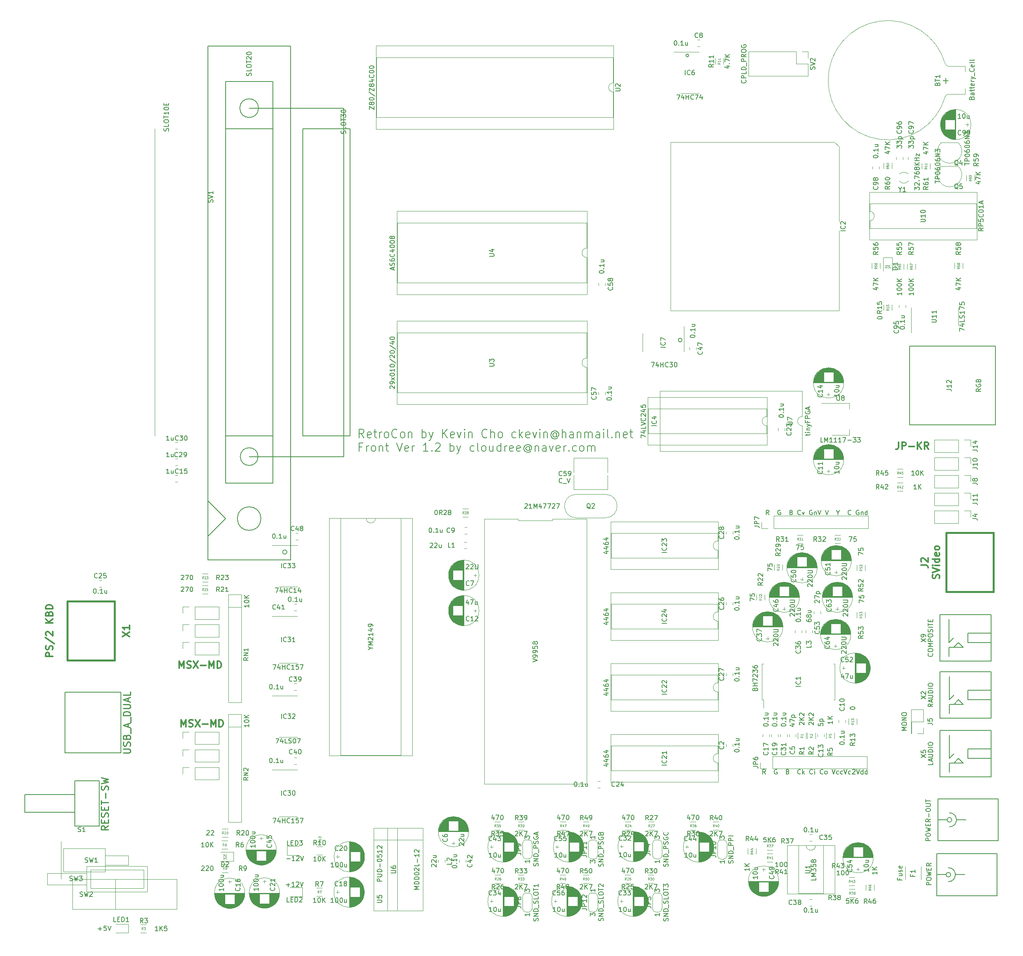
<source format=gbr>
G04 #@! TF.GenerationSoftware,KiCad,Pcbnew,(5.1.4)-1*
G04 #@! TF.CreationDate,2020-04-04T11:31:21+09:00*
G04 #@! TF.ProjectId,RetroConT,52657472-6f43-46f6-9e54-2e6b69636164,rev?*
G04 #@! TF.SameCoordinates,Original*
G04 #@! TF.FileFunction,Legend,Top*
G04 #@! TF.FilePolarity,Positive*
%FSLAX46Y46*%
G04 Gerber Fmt 4.6, Leading zero omitted, Abs format (unit mm)*
G04 Created by KiCad (PCBNEW (5.1.4)-1) date 2020-04-04 11:31:21*
%MOMM*%
%LPD*%
G04 APERTURE LIST*
%ADD10C,0.200000*%
%ADD11C,0.150000*%
%ADD12C,0.300000*%
%ADD13C,0.120000*%
%ADD14C,0.381000*%
%ADD15C,0.304800*%
%ADD16C,0.250000*%
%ADD17C,0.075000*%
G04 APERTURE END LIST*
D10*
X88709142Y-117220285D02*
X88109142Y-116363142D01*
X87680571Y-117220285D02*
X87680571Y-115420285D01*
X88366285Y-115420285D01*
X88537714Y-115506000D01*
X88623428Y-115591714D01*
X88709142Y-115763142D01*
X88709142Y-116020285D01*
X88623428Y-116191714D01*
X88537714Y-116277428D01*
X88366285Y-116363142D01*
X87680571Y-116363142D01*
X90166285Y-117134571D02*
X89994857Y-117220285D01*
X89652000Y-117220285D01*
X89480571Y-117134571D01*
X89394857Y-116963142D01*
X89394857Y-116277428D01*
X89480571Y-116106000D01*
X89652000Y-116020285D01*
X89994857Y-116020285D01*
X90166285Y-116106000D01*
X90252000Y-116277428D01*
X90252000Y-116448857D01*
X89394857Y-116620285D01*
X90766285Y-116020285D02*
X91452000Y-116020285D01*
X91023428Y-115420285D02*
X91023428Y-116963142D01*
X91109142Y-117134571D01*
X91280571Y-117220285D01*
X91452000Y-117220285D01*
X92052000Y-117220285D02*
X92052000Y-116020285D01*
X92052000Y-116363142D02*
X92137714Y-116191714D01*
X92223428Y-116106000D01*
X92394857Y-116020285D01*
X92566285Y-116020285D01*
X93423428Y-117220285D02*
X93252000Y-117134571D01*
X93166285Y-117048857D01*
X93080571Y-116877428D01*
X93080571Y-116363142D01*
X93166285Y-116191714D01*
X93252000Y-116106000D01*
X93423428Y-116020285D01*
X93680571Y-116020285D01*
X93852000Y-116106000D01*
X93937714Y-116191714D01*
X94023428Y-116363142D01*
X94023428Y-116877428D01*
X93937714Y-117048857D01*
X93852000Y-117134571D01*
X93680571Y-117220285D01*
X93423428Y-117220285D01*
X95823428Y-117048857D02*
X95737714Y-117134571D01*
X95480571Y-117220285D01*
X95309142Y-117220285D01*
X95052000Y-117134571D01*
X94880571Y-116963142D01*
X94794857Y-116791714D01*
X94709142Y-116448857D01*
X94709142Y-116191714D01*
X94794857Y-115848857D01*
X94880571Y-115677428D01*
X95052000Y-115506000D01*
X95309142Y-115420285D01*
X95480571Y-115420285D01*
X95737714Y-115506000D01*
X95823428Y-115591714D01*
X96852000Y-117220285D02*
X96680571Y-117134571D01*
X96594857Y-117048857D01*
X96509142Y-116877428D01*
X96509142Y-116363142D01*
X96594857Y-116191714D01*
X96680571Y-116106000D01*
X96852000Y-116020285D01*
X97109142Y-116020285D01*
X97280571Y-116106000D01*
X97366285Y-116191714D01*
X97452000Y-116363142D01*
X97452000Y-116877428D01*
X97366285Y-117048857D01*
X97280571Y-117134571D01*
X97109142Y-117220285D01*
X96852000Y-117220285D01*
X98223428Y-116020285D02*
X98223428Y-117220285D01*
X98223428Y-116191714D02*
X98309142Y-116106000D01*
X98480571Y-116020285D01*
X98737714Y-116020285D01*
X98909142Y-116106000D01*
X98994857Y-116277428D01*
X98994857Y-117220285D01*
X101223428Y-117220285D02*
X101223428Y-115420285D01*
X101223428Y-116106000D02*
X101394857Y-116020285D01*
X101737714Y-116020285D01*
X101909142Y-116106000D01*
X101994857Y-116191714D01*
X102080571Y-116363142D01*
X102080571Y-116877428D01*
X101994857Y-117048857D01*
X101909142Y-117134571D01*
X101737714Y-117220285D01*
X101394857Y-117220285D01*
X101223428Y-117134571D01*
X102680571Y-116020285D02*
X103109142Y-117220285D01*
X103537714Y-116020285D02*
X103109142Y-117220285D01*
X102937714Y-117648857D01*
X102852000Y-117734571D01*
X102680571Y-117820285D01*
X105594857Y-117220285D02*
X105594857Y-115420285D01*
X106623428Y-117220285D02*
X105852000Y-116191714D01*
X106623428Y-115420285D02*
X105594857Y-116448857D01*
X108080571Y-117134571D02*
X107909142Y-117220285D01*
X107566285Y-117220285D01*
X107394857Y-117134571D01*
X107309142Y-116963142D01*
X107309142Y-116277428D01*
X107394857Y-116106000D01*
X107566285Y-116020285D01*
X107909142Y-116020285D01*
X108080571Y-116106000D01*
X108166285Y-116277428D01*
X108166285Y-116448857D01*
X107309142Y-116620285D01*
X108766285Y-116020285D02*
X109194857Y-117220285D01*
X109623428Y-116020285D01*
X110309142Y-117220285D02*
X110309142Y-116020285D01*
X110309142Y-115420285D02*
X110223428Y-115506000D01*
X110309142Y-115591714D01*
X110394857Y-115506000D01*
X110309142Y-115420285D01*
X110309142Y-115591714D01*
X111166285Y-116020285D02*
X111166285Y-117220285D01*
X111166285Y-116191714D02*
X111252000Y-116106000D01*
X111423428Y-116020285D01*
X111680571Y-116020285D01*
X111852000Y-116106000D01*
X111937714Y-116277428D01*
X111937714Y-117220285D01*
X115194857Y-117048857D02*
X115109142Y-117134571D01*
X114852000Y-117220285D01*
X114680571Y-117220285D01*
X114423428Y-117134571D01*
X114252000Y-116963142D01*
X114166285Y-116791714D01*
X114080571Y-116448857D01*
X114080571Y-116191714D01*
X114166285Y-115848857D01*
X114252000Y-115677428D01*
X114423428Y-115506000D01*
X114680571Y-115420285D01*
X114852000Y-115420285D01*
X115109142Y-115506000D01*
X115194857Y-115591714D01*
X115966285Y-117220285D02*
X115966285Y-115420285D01*
X116737714Y-117220285D02*
X116737714Y-116277428D01*
X116652000Y-116106000D01*
X116480571Y-116020285D01*
X116223428Y-116020285D01*
X116052000Y-116106000D01*
X115966285Y-116191714D01*
X117852000Y-117220285D02*
X117680571Y-117134571D01*
X117594857Y-117048857D01*
X117509142Y-116877428D01*
X117509142Y-116363142D01*
X117594857Y-116191714D01*
X117680571Y-116106000D01*
X117852000Y-116020285D01*
X118109142Y-116020285D01*
X118280571Y-116106000D01*
X118366285Y-116191714D01*
X118452000Y-116363142D01*
X118452000Y-116877428D01*
X118366285Y-117048857D01*
X118280571Y-117134571D01*
X118109142Y-117220285D01*
X117852000Y-117220285D01*
X121366285Y-117134571D02*
X121194857Y-117220285D01*
X120852000Y-117220285D01*
X120680571Y-117134571D01*
X120594857Y-117048857D01*
X120509142Y-116877428D01*
X120509142Y-116363142D01*
X120594857Y-116191714D01*
X120680571Y-116106000D01*
X120852000Y-116020285D01*
X121194857Y-116020285D01*
X121366285Y-116106000D01*
X122137714Y-117220285D02*
X122137714Y-115420285D01*
X122309142Y-116534571D02*
X122823428Y-117220285D01*
X122823428Y-116020285D02*
X122137714Y-116706000D01*
X124280571Y-117134571D02*
X124109142Y-117220285D01*
X123766285Y-117220285D01*
X123594857Y-117134571D01*
X123509142Y-116963142D01*
X123509142Y-116277428D01*
X123594857Y-116106000D01*
X123766285Y-116020285D01*
X124109142Y-116020285D01*
X124280571Y-116106000D01*
X124366285Y-116277428D01*
X124366285Y-116448857D01*
X123509142Y-116620285D01*
X124966285Y-116020285D02*
X125394857Y-117220285D01*
X125823428Y-116020285D01*
X126509142Y-117220285D02*
X126509142Y-116020285D01*
X126509142Y-115420285D02*
X126423428Y-115506000D01*
X126509142Y-115591714D01*
X126594857Y-115506000D01*
X126509142Y-115420285D01*
X126509142Y-115591714D01*
X127366285Y-116020285D02*
X127366285Y-117220285D01*
X127366285Y-116191714D02*
X127452000Y-116106000D01*
X127623428Y-116020285D01*
X127880571Y-116020285D01*
X128052000Y-116106000D01*
X128137714Y-116277428D01*
X128137714Y-117220285D01*
X130109142Y-116363142D02*
X130023428Y-116277428D01*
X129852000Y-116191714D01*
X129680571Y-116191714D01*
X129509142Y-116277428D01*
X129423428Y-116363142D01*
X129337714Y-116534571D01*
X129337714Y-116706000D01*
X129423428Y-116877428D01*
X129509142Y-116963142D01*
X129680571Y-117048857D01*
X129852000Y-117048857D01*
X130023428Y-116963142D01*
X130109142Y-116877428D01*
X130109142Y-116191714D02*
X130109142Y-116877428D01*
X130194857Y-116963142D01*
X130280571Y-116963142D01*
X130452000Y-116877428D01*
X130537714Y-116706000D01*
X130537714Y-116277428D01*
X130366285Y-116020285D01*
X130109142Y-115848857D01*
X129766285Y-115763142D01*
X129423428Y-115848857D01*
X129166285Y-116020285D01*
X128994857Y-116277428D01*
X128909142Y-116620285D01*
X128994857Y-116963142D01*
X129166285Y-117220285D01*
X129423428Y-117391714D01*
X129766285Y-117477428D01*
X130109142Y-117391714D01*
X130366285Y-117220285D01*
X131309142Y-117220285D02*
X131309142Y-115420285D01*
X132080571Y-117220285D02*
X132080571Y-116277428D01*
X131994857Y-116106000D01*
X131823428Y-116020285D01*
X131566285Y-116020285D01*
X131394857Y-116106000D01*
X131309142Y-116191714D01*
X133709142Y-117220285D02*
X133709142Y-116277428D01*
X133623428Y-116106000D01*
X133452000Y-116020285D01*
X133109142Y-116020285D01*
X132937714Y-116106000D01*
X133709142Y-117134571D02*
X133537714Y-117220285D01*
X133109142Y-117220285D01*
X132937714Y-117134571D01*
X132852000Y-116963142D01*
X132852000Y-116791714D01*
X132937714Y-116620285D01*
X133109142Y-116534571D01*
X133537714Y-116534571D01*
X133709142Y-116448857D01*
X134566285Y-116020285D02*
X134566285Y-117220285D01*
X134566285Y-116191714D02*
X134652000Y-116106000D01*
X134823428Y-116020285D01*
X135080571Y-116020285D01*
X135252000Y-116106000D01*
X135337714Y-116277428D01*
X135337714Y-117220285D01*
X136194857Y-117220285D02*
X136194857Y-116020285D01*
X136194857Y-116191714D02*
X136280571Y-116106000D01*
X136452000Y-116020285D01*
X136709142Y-116020285D01*
X136880571Y-116106000D01*
X136966285Y-116277428D01*
X136966285Y-117220285D01*
X136966285Y-116277428D02*
X137052000Y-116106000D01*
X137223428Y-116020285D01*
X137480571Y-116020285D01*
X137652000Y-116106000D01*
X137737714Y-116277428D01*
X137737714Y-117220285D01*
X139366285Y-117220285D02*
X139366285Y-116277428D01*
X139280571Y-116106000D01*
X139109142Y-116020285D01*
X138766285Y-116020285D01*
X138594857Y-116106000D01*
X139366285Y-117134571D02*
X139194857Y-117220285D01*
X138766285Y-117220285D01*
X138594857Y-117134571D01*
X138509142Y-116963142D01*
X138509142Y-116791714D01*
X138594857Y-116620285D01*
X138766285Y-116534571D01*
X139194857Y-116534571D01*
X139366285Y-116448857D01*
X140223428Y-117220285D02*
X140223428Y-116020285D01*
X140223428Y-115420285D02*
X140137714Y-115506000D01*
X140223428Y-115591714D01*
X140309142Y-115506000D01*
X140223428Y-115420285D01*
X140223428Y-115591714D01*
X141337714Y-117220285D02*
X141166285Y-117134571D01*
X141080571Y-116963142D01*
X141080571Y-115420285D01*
X142023428Y-117048857D02*
X142109142Y-117134571D01*
X142023428Y-117220285D01*
X141937714Y-117134571D01*
X142023428Y-117048857D01*
X142023428Y-117220285D01*
X142880571Y-116020285D02*
X142880571Y-117220285D01*
X142880571Y-116191714D02*
X142966285Y-116106000D01*
X143137714Y-116020285D01*
X143394857Y-116020285D01*
X143566285Y-116106000D01*
X143652000Y-116277428D01*
X143652000Y-117220285D01*
X145194857Y-117134571D02*
X145023428Y-117220285D01*
X144680571Y-117220285D01*
X144509142Y-117134571D01*
X144423428Y-116963142D01*
X144423428Y-116277428D01*
X144509142Y-116106000D01*
X144680571Y-116020285D01*
X145023428Y-116020285D01*
X145194857Y-116106000D01*
X145280571Y-116277428D01*
X145280571Y-116448857D01*
X144423428Y-116620285D01*
X145794857Y-116020285D02*
X146480571Y-116020285D01*
X146052000Y-115420285D02*
X146052000Y-116963142D01*
X146137714Y-117134571D01*
X146309142Y-117220285D01*
X146480571Y-117220285D01*
X88280571Y-119177428D02*
X87680571Y-119177428D01*
X87680571Y-120120285D02*
X87680571Y-118320285D01*
X88537714Y-118320285D01*
X89223428Y-120120285D02*
X89223428Y-118920285D01*
X89223428Y-119263142D02*
X89309142Y-119091714D01*
X89394857Y-119006000D01*
X89566285Y-118920285D01*
X89737714Y-118920285D01*
X90594857Y-120120285D02*
X90423428Y-120034571D01*
X90337714Y-119948857D01*
X90252000Y-119777428D01*
X90252000Y-119263142D01*
X90337714Y-119091714D01*
X90423428Y-119006000D01*
X90594857Y-118920285D01*
X90852000Y-118920285D01*
X91023428Y-119006000D01*
X91109142Y-119091714D01*
X91194857Y-119263142D01*
X91194857Y-119777428D01*
X91109142Y-119948857D01*
X91023428Y-120034571D01*
X90852000Y-120120285D01*
X90594857Y-120120285D01*
X91966285Y-118920285D02*
X91966285Y-120120285D01*
X91966285Y-119091714D02*
X92052000Y-119006000D01*
X92223428Y-118920285D01*
X92480571Y-118920285D01*
X92652000Y-119006000D01*
X92737714Y-119177428D01*
X92737714Y-120120285D01*
X93337714Y-118920285D02*
X94023428Y-118920285D01*
X93594857Y-118320285D02*
X93594857Y-119863142D01*
X93680571Y-120034571D01*
X93852000Y-120120285D01*
X94023428Y-120120285D01*
X95737714Y-118320285D02*
X96337714Y-120120285D01*
X96937714Y-118320285D01*
X98223428Y-120034571D02*
X98052000Y-120120285D01*
X97709142Y-120120285D01*
X97537714Y-120034571D01*
X97452000Y-119863142D01*
X97452000Y-119177428D01*
X97537714Y-119006000D01*
X97709142Y-118920285D01*
X98052000Y-118920285D01*
X98223428Y-119006000D01*
X98309142Y-119177428D01*
X98309142Y-119348857D01*
X97452000Y-119520285D01*
X99080571Y-120120285D02*
X99080571Y-118920285D01*
X99080571Y-119263142D02*
X99166285Y-119091714D01*
X99252000Y-119006000D01*
X99423428Y-118920285D01*
X99594857Y-118920285D01*
X102509142Y-120120285D02*
X101480571Y-120120285D01*
X101994857Y-120120285D02*
X101994857Y-118320285D01*
X101823428Y-118577428D01*
X101652000Y-118748857D01*
X101480571Y-118834571D01*
X103280571Y-119948857D02*
X103366285Y-120034571D01*
X103280571Y-120120285D01*
X103194857Y-120034571D01*
X103280571Y-119948857D01*
X103280571Y-120120285D01*
X104052000Y-118491714D02*
X104137714Y-118406000D01*
X104309142Y-118320285D01*
X104737714Y-118320285D01*
X104909142Y-118406000D01*
X104994857Y-118491714D01*
X105080571Y-118663142D01*
X105080571Y-118834571D01*
X104994857Y-119091714D01*
X103966285Y-120120285D01*
X105080571Y-120120285D01*
X107223428Y-120120285D02*
X107223428Y-118320285D01*
X107223428Y-119006000D02*
X107394857Y-118920285D01*
X107737714Y-118920285D01*
X107909142Y-119006000D01*
X107994857Y-119091714D01*
X108080571Y-119263142D01*
X108080571Y-119777428D01*
X107994857Y-119948857D01*
X107909142Y-120034571D01*
X107737714Y-120120285D01*
X107394857Y-120120285D01*
X107223428Y-120034571D01*
X108680571Y-118920285D02*
X109109142Y-120120285D01*
X109537714Y-118920285D02*
X109109142Y-120120285D01*
X108937714Y-120548857D01*
X108852000Y-120634571D01*
X108680571Y-120720285D01*
X112366285Y-120034571D02*
X112194857Y-120120285D01*
X111852000Y-120120285D01*
X111680571Y-120034571D01*
X111594857Y-119948857D01*
X111509142Y-119777428D01*
X111509142Y-119263142D01*
X111594857Y-119091714D01*
X111680571Y-119006000D01*
X111852000Y-118920285D01*
X112194857Y-118920285D01*
X112366285Y-119006000D01*
X113394857Y-120120285D02*
X113223428Y-120034571D01*
X113137714Y-119863142D01*
X113137714Y-118320285D01*
X114337714Y-120120285D02*
X114166285Y-120034571D01*
X114080571Y-119948857D01*
X113994857Y-119777428D01*
X113994857Y-119263142D01*
X114080571Y-119091714D01*
X114166285Y-119006000D01*
X114337714Y-118920285D01*
X114594857Y-118920285D01*
X114766285Y-119006000D01*
X114852000Y-119091714D01*
X114937714Y-119263142D01*
X114937714Y-119777428D01*
X114852000Y-119948857D01*
X114766285Y-120034571D01*
X114594857Y-120120285D01*
X114337714Y-120120285D01*
X116480571Y-118920285D02*
X116480571Y-120120285D01*
X115709142Y-118920285D02*
X115709142Y-119863142D01*
X115794857Y-120034571D01*
X115966285Y-120120285D01*
X116223428Y-120120285D01*
X116394857Y-120034571D01*
X116480571Y-119948857D01*
X118109142Y-120120285D02*
X118109142Y-118320285D01*
X118109142Y-120034571D02*
X117937714Y-120120285D01*
X117594857Y-120120285D01*
X117423428Y-120034571D01*
X117337714Y-119948857D01*
X117252000Y-119777428D01*
X117252000Y-119263142D01*
X117337714Y-119091714D01*
X117423428Y-119006000D01*
X117594857Y-118920285D01*
X117937714Y-118920285D01*
X118109142Y-119006000D01*
X118966285Y-120120285D02*
X118966285Y-118920285D01*
X118966285Y-119263142D02*
X119052000Y-119091714D01*
X119137714Y-119006000D01*
X119309142Y-118920285D01*
X119480571Y-118920285D01*
X120766285Y-120034571D02*
X120594857Y-120120285D01*
X120252000Y-120120285D01*
X120080571Y-120034571D01*
X119994857Y-119863142D01*
X119994857Y-119177428D01*
X120080571Y-119006000D01*
X120252000Y-118920285D01*
X120594857Y-118920285D01*
X120766285Y-119006000D01*
X120852000Y-119177428D01*
X120852000Y-119348857D01*
X119994857Y-119520285D01*
X122309142Y-120034571D02*
X122137714Y-120120285D01*
X121794857Y-120120285D01*
X121623428Y-120034571D01*
X121537714Y-119863142D01*
X121537714Y-119177428D01*
X121623428Y-119006000D01*
X121794857Y-118920285D01*
X122137714Y-118920285D01*
X122309142Y-119006000D01*
X122394857Y-119177428D01*
X122394857Y-119348857D01*
X121537714Y-119520285D01*
X124280571Y-119263142D02*
X124194857Y-119177428D01*
X124023428Y-119091714D01*
X123852000Y-119091714D01*
X123680571Y-119177428D01*
X123594857Y-119263142D01*
X123509142Y-119434571D01*
X123509142Y-119606000D01*
X123594857Y-119777428D01*
X123680571Y-119863142D01*
X123852000Y-119948857D01*
X124023428Y-119948857D01*
X124194857Y-119863142D01*
X124280571Y-119777428D01*
X124280571Y-119091714D02*
X124280571Y-119777428D01*
X124366285Y-119863142D01*
X124452000Y-119863142D01*
X124623428Y-119777428D01*
X124709142Y-119606000D01*
X124709142Y-119177428D01*
X124537714Y-118920285D01*
X124280571Y-118748857D01*
X123937714Y-118663142D01*
X123594857Y-118748857D01*
X123337714Y-118920285D01*
X123166285Y-119177428D01*
X123080571Y-119520285D01*
X123166285Y-119863142D01*
X123337714Y-120120285D01*
X123594857Y-120291714D01*
X123937714Y-120377428D01*
X124280571Y-120291714D01*
X124537714Y-120120285D01*
X125480571Y-118920285D02*
X125480571Y-120120285D01*
X125480571Y-119091714D02*
X125566285Y-119006000D01*
X125737714Y-118920285D01*
X125994857Y-118920285D01*
X126166285Y-119006000D01*
X126252000Y-119177428D01*
X126252000Y-120120285D01*
X127880571Y-120120285D02*
X127880571Y-119177428D01*
X127794857Y-119006000D01*
X127623428Y-118920285D01*
X127280571Y-118920285D01*
X127109142Y-119006000D01*
X127880571Y-120034571D02*
X127709142Y-120120285D01*
X127280571Y-120120285D01*
X127109142Y-120034571D01*
X127023428Y-119863142D01*
X127023428Y-119691714D01*
X127109142Y-119520285D01*
X127280571Y-119434571D01*
X127709142Y-119434571D01*
X127880571Y-119348857D01*
X128566285Y-118920285D02*
X128994857Y-120120285D01*
X129423428Y-118920285D01*
X130794857Y-120034571D02*
X130623428Y-120120285D01*
X130280571Y-120120285D01*
X130109142Y-120034571D01*
X130023428Y-119863142D01*
X130023428Y-119177428D01*
X130109142Y-119006000D01*
X130280571Y-118920285D01*
X130623428Y-118920285D01*
X130794857Y-119006000D01*
X130880571Y-119177428D01*
X130880571Y-119348857D01*
X130023428Y-119520285D01*
X131651999Y-120120285D02*
X131651999Y-118920285D01*
X131651999Y-119263142D02*
X131737714Y-119091714D01*
X131823428Y-119006000D01*
X131994857Y-118920285D01*
X132166285Y-118920285D01*
X132766285Y-119948857D02*
X132852000Y-120034571D01*
X132766285Y-120120285D01*
X132680571Y-120034571D01*
X132766285Y-119948857D01*
X132766285Y-120120285D01*
X134394857Y-120034571D02*
X134223428Y-120120285D01*
X133880571Y-120120285D01*
X133709142Y-120034571D01*
X133623428Y-119948857D01*
X133537714Y-119777428D01*
X133537714Y-119263142D01*
X133623428Y-119091714D01*
X133709142Y-119006000D01*
X133880571Y-118920285D01*
X134223428Y-118920285D01*
X134394857Y-119006000D01*
X135423428Y-120120285D02*
X135252000Y-120034571D01*
X135166285Y-119948857D01*
X135080571Y-119777428D01*
X135080571Y-119263142D01*
X135166285Y-119091714D01*
X135252000Y-119006000D01*
X135423428Y-118920285D01*
X135680571Y-118920285D01*
X135852000Y-119006000D01*
X135937714Y-119091714D01*
X136023428Y-119263142D01*
X136023428Y-119777428D01*
X135937714Y-119948857D01*
X135852000Y-120034571D01*
X135680571Y-120120285D01*
X135423428Y-120120285D01*
X136794857Y-120120285D02*
X136794857Y-118920285D01*
X136794857Y-119091714D02*
X136880571Y-119006000D01*
X137052000Y-118920285D01*
X137309142Y-118920285D01*
X137480571Y-119006000D01*
X137566285Y-119177428D01*
X137566285Y-120120285D01*
X137566285Y-119177428D02*
X137652000Y-119006000D01*
X137823428Y-118920285D01*
X138080571Y-118920285D01*
X138252000Y-119006000D01*
X138337714Y-119177428D01*
X138337714Y-120120285D01*
D11*
X72147153Y-141808200D02*
G75*
G03X72147153Y-141808200I-468353J0D01*
G01*
X158513899Y-35026600D02*
G75*
G03X158513899Y-35026600I-297299J0D01*
G01*
X157099000Y-96240600D02*
G75*
G03X157099000Y-96240600I-406400J0D01*
G01*
D12*
X203664714Y-118177571D02*
X203664714Y-119249000D01*
X203593285Y-119463285D01*
X203450428Y-119606142D01*
X203236142Y-119677571D01*
X203093285Y-119677571D01*
X204379000Y-119677571D02*
X204379000Y-118177571D01*
X204950428Y-118177571D01*
X205093285Y-118249000D01*
X205164714Y-118320428D01*
X205236142Y-118463285D01*
X205236142Y-118677571D01*
X205164714Y-118820428D01*
X205093285Y-118891857D01*
X204950428Y-118963285D01*
X204379000Y-118963285D01*
X205879000Y-119106142D02*
X207021857Y-119106142D01*
X207736142Y-119677571D02*
X207736142Y-118177571D01*
X208593285Y-119677571D02*
X207950428Y-118820428D01*
X208593285Y-118177571D02*
X207736142Y-119034714D01*
X210093285Y-119677571D02*
X209593285Y-118963285D01*
X209236142Y-119677571D02*
X209236142Y-118177571D01*
X209807571Y-118177571D01*
X209950428Y-118249000D01*
X210021857Y-118320428D01*
X210093285Y-118463285D01*
X210093285Y-118677571D01*
X210021857Y-118820428D01*
X209950428Y-118891857D01*
X209807571Y-118963285D01*
X209236142Y-118963285D01*
X49002714Y-166794571D02*
X49002714Y-165294571D01*
X49502714Y-166366000D01*
X50002714Y-165294571D01*
X50002714Y-166794571D01*
X50645571Y-166723142D02*
X50859857Y-166794571D01*
X51217000Y-166794571D01*
X51359857Y-166723142D01*
X51431285Y-166651714D01*
X51502714Y-166508857D01*
X51502714Y-166366000D01*
X51431285Y-166223142D01*
X51359857Y-166151714D01*
X51217000Y-166080285D01*
X50931285Y-166008857D01*
X50788428Y-165937428D01*
X50717000Y-165866000D01*
X50645571Y-165723142D01*
X50645571Y-165580285D01*
X50717000Y-165437428D01*
X50788428Y-165366000D01*
X50931285Y-165294571D01*
X51288428Y-165294571D01*
X51502714Y-165366000D01*
X52002714Y-165294571D02*
X53002714Y-166794571D01*
X53002714Y-165294571D02*
X52002714Y-166794571D01*
X53574142Y-166223142D02*
X54717000Y-166223142D01*
X55431285Y-166794571D02*
X55431285Y-165294571D01*
X55931285Y-166366000D01*
X56431285Y-165294571D01*
X56431285Y-166794571D01*
X57145571Y-166794571D02*
X57145571Y-165294571D01*
X57502714Y-165294571D01*
X57717000Y-165366000D01*
X57859857Y-165508857D01*
X57931285Y-165651714D01*
X58002714Y-165937428D01*
X58002714Y-166151714D01*
X57931285Y-166437428D01*
X57859857Y-166580285D01*
X57717000Y-166723142D01*
X57502714Y-166794571D01*
X57145571Y-166794571D01*
X49409114Y-179367571D02*
X49409114Y-177867571D01*
X49909114Y-178939000D01*
X50409114Y-177867571D01*
X50409114Y-179367571D01*
X51051971Y-179296142D02*
X51266257Y-179367571D01*
X51623400Y-179367571D01*
X51766257Y-179296142D01*
X51837685Y-179224714D01*
X51909114Y-179081857D01*
X51909114Y-178939000D01*
X51837685Y-178796142D01*
X51766257Y-178724714D01*
X51623400Y-178653285D01*
X51337685Y-178581857D01*
X51194828Y-178510428D01*
X51123400Y-178439000D01*
X51051971Y-178296142D01*
X51051971Y-178153285D01*
X51123400Y-178010428D01*
X51194828Y-177939000D01*
X51337685Y-177867571D01*
X51694828Y-177867571D01*
X51909114Y-177939000D01*
X52409114Y-177867571D02*
X53409114Y-179367571D01*
X53409114Y-177867571D02*
X52409114Y-179367571D01*
X53980542Y-178796142D02*
X55123400Y-178796142D01*
X55837685Y-179367571D02*
X55837685Y-177867571D01*
X56337685Y-178939000D01*
X56837685Y-177867571D01*
X56837685Y-179367571D01*
X57551971Y-179367571D02*
X57551971Y-177867571D01*
X57909114Y-177867571D01*
X58123400Y-177939000D01*
X58266257Y-178081857D01*
X58337685Y-178224714D01*
X58409114Y-178510428D01*
X58409114Y-178724714D01*
X58337685Y-179010428D01*
X58266257Y-179153285D01*
X58123400Y-179296142D01*
X57909114Y-179367571D01*
X57551971Y-179367571D01*
D10*
X175007333Y-189555380D02*
X174674000Y-189079190D01*
X174435904Y-189555380D02*
X174435904Y-188555380D01*
X174816857Y-188555380D01*
X174912095Y-188603000D01*
X174959714Y-188650619D01*
X175007333Y-188745857D01*
X175007333Y-188888714D01*
X174959714Y-188983952D01*
X174912095Y-189031571D01*
X174816857Y-189079190D01*
X174435904Y-189079190D01*
X177483523Y-188603000D02*
X177388285Y-188555380D01*
X177245428Y-188555380D01*
X177102571Y-188603000D01*
X177007333Y-188698238D01*
X176959714Y-188793476D01*
X176912095Y-188983952D01*
X176912095Y-189126809D01*
X176959714Y-189317285D01*
X177007333Y-189412523D01*
X177102571Y-189507761D01*
X177245428Y-189555380D01*
X177340666Y-189555380D01*
X177483523Y-189507761D01*
X177531142Y-189460142D01*
X177531142Y-189126809D01*
X177340666Y-189126809D01*
X179816857Y-189031571D02*
X179959714Y-189079190D01*
X180007333Y-189126809D01*
X180054952Y-189222047D01*
X180054952Y-189364904D01*
X180007333Y-189460142D01*
X179959714Y-189507761D01*
X179864476Y-189555380D01*
X179483523Y-189555380D01*
X179483523Y-188555380D01*
X179816857Y-188555380D01*
X179912095Y-188603000D01*
X179959714Y-188650619D01*
X180007333Y-188745857D01*
X180007333Y-188841095D01*
X179959714Y-188936333D01*
X179912095Y-188983952D01*
X179816857Y-189031571D01*
X179483523Y-189031571D01*
X182578761Y-189460142D02*
X182531142Y-189507761D01*
X182388285Y-189555380D01*
X182293047Y-189555380D01*
X182150190Y-189507761D01*
X182054952Y-189412523D01*
X182007333Y-189317285D01*
X181959714Y-189126809D01*
X181959714Y-188983952D01*
X182007333Y-188793476D01*
X182054952Y-188698238D01*
X182150190Y-188603000D01*
X182293047Y-188555380D01*
X182388285Y-188555380D01*
X182531142Y-188603000D01*
X182578761Y-188650619D01*
X183007333Y-189555380D02*
X183007333Y-188555380D01*
X183102571Y-189174428D02*
X183388285Y-189555380D01*
X183388285Y-188888714D02*
X183007333Y-189269666D01*
X185150190Y-189460142D02*
X185102571Y-189507761D01*
X184959714Y-189555380D01*
X184864476Y-189555380D01*
X184721619Y-189507761D01*
X184626380Y-189412523D01*
X184578761Y-189317285D01*
X184531142Y-189126809D01*
X184531142Y-188983952D01*
X184578761Y-188793476D01*
X184626380Y-188698238D01*
X184721619Y-188603000D01*
X184864476Y-188555380D01*
X184959714Y-188555380D01*
X185102571Y-188603000D01*
X185150190Y-188650619D01*
X185578761Y-189555380D02*
X185578761Y-188888714D01*
X185578761Y-188555380D02*
X185531142Y-188603000D01*
X185578761Y-188650619D01*
X185626380Y-188603000D01*
X185578761Y-188555380D01*
X185578761Y-188650619D01*
X187388285Y-189460142D02*
X187340666Y-189507761D01*
X187197809Y-189555380D01*
X187102571Y-189555380D01*
X186959714Y-189507761D01*
X186864476Y-189412523D01*
X186816857Y-189317285D01*
X186769238Y-189126809D01*
X186769238Y-188983952D01*
X186816857Y-188793476D01*
X186864476Y-188698238D01*
X186959714Y-188603000D01*
X187102571Y-188555380D01*
X187197809Y-188555380D01*
X187340666Y-188603000D01*
X187388285Y-188650619D01*
X187959714Y-189555380D02*
X187864476Y-189507761D01*
X187816857Y-189460142D01*
X187769238Y-189364904D01*
X187769238Y-189079190D01*
X187816857Y-188983952D01*
X187864476Y-188936333D01*
X187959714Y-188888714D01*
X188102571Y-188888714D01*
X188197809Y-188936333D01*
X188245428Y-188983952D01*
X188293047Y-189079190D01*
X188293047Y-189364904D01*
X188245428Y-189460142D01*
X188197809Y-189507761D01*
X188102571Y-189555380D01*
X187959714Y-189555380D01*
X189340666Y-188555380D02*
X189674000Y-189555380D01*
X190007333Y-188555380D01*
X190769238Y-189507761D02*
X190674000Y-189555380D01*
X190483523Y-189555380D01*
X190388285Y-189507761D01*
X190340666Y-189460142D01*
X190293047Y-189364904D01*
X190293047Y-189079190D01*
X190340666Y-188983952D01*
X190388285Y-188936333D01*
X190483523Y-188888714D01*
X190674000Y-188888714D01*
X190769238Y-188936333D01*
X191626380Y-189507761D02*
X191531142Y-189555380D01*
X191340666Y-189555380D01*
X191245428Y-189507761D01*
X191197809Y-189460142D01*
X191150190Y-189364904D01*
X191150190Y-189079190D01*
X191197809Y-188983952D01*
X191245428Y-188936333D01*
X191340666Y-188888714D01*
X191531142Y-188888714D01*
X191626380Y-188936333D01*
X191912095Y-188555380D02*
X192245428Y-189555380D01*
X192578761Y-188555380D01*
X193340666Y-189507761D02*
X193245428Y-189555380D01*
X193054952Y-189555380D01*
X192959714Y-189507761D01*
X192912095Y-189460142D01*
X192864476Y-189364904D01*
X192864476Y-189079190D01*
X192912095Y-188983952D01*
X192959714Y-188936333D01*
X193054952Y-188888714D01*
X193245428Y-188888714D01*
X193340666Y-188936333D01*
X193721619Y-188650619D02*
X193769238Y-188603000D01*
X193864476Y-188555380D01*
X194102571Y-188555380D01*
X194197809Y-188603000D01*
X194245428Y-188650619D01*
X194293047Y-188745857D01*
X194293047Y-188841095D01*
X194245428Y-188983952D01*
X193674000Y-189555380D01*
X194293047Y-189555380D01*
X194578761Y-188555380D02*
X194912095Y-189555380D01*
X195245428Y-188555380D01*
X196007333Y-189555380D02*
X196007333Y-188555380D01*
X196007333Y-189507761D02*
X195912095Y-189555380D01*
X195721619Y-189555380D01*
X195626380Y-189507761D01*
X195578761Y-189460142D01*
X195531142Y-189364904D01*
X195531142Y-189079190D01*
X195578761Y-188983952D01*
X195626380Y-188936333D01*
X195721619Y-188888714D01*
X195912095Y-188888714D01*
X196007333Y-188936333D01*
X196912095Y-189555380D02*
X196912095Y-188555380D01*
X196912095Y-189507761D02*
X196816857Y-189555380D01*
X196626380Y-189555380D01*
X196531142Y-189507761D01*
X196483523Y-189460142D01*
X196435904Y-189364904D01*
X196435904Y-189079190D01*
X196483523Y-188983952D01*
X196531142Y-188936333D01*
X196626380Y-188888714D01*
X196816857Y-188888714D01*
X196912095Y-188936333D01*
X175769285Y-133802380D02*
X175435952Y-133326190D01*
X175197857Y-133802380D02*
X175197857Y-132802380D01*
X175578809Y-132802380D01*
X175674047Y-132850000D01*
X175721666Y-132897619D01*
X175769285Y-132992857D01*
X175769285Y-133135714D01*
X175721666Y-133230952D01*
X175674047Y-133278571D01*
X175578809Y-133326190D01*
X175197857Y-133326190D01*
X178245476Y-132850000D02*
X178150238Y-132802380D01*
X178007380Y-132802380D01*
X177864523Y-132850000D01*
X177769285Y-132945238D01*
X177721666Y-133040476D01*
X177674047Y-133230952D01*
X177674047Y-133373809D01*
X177721666Y-133564285D01*
X177769285Y-133659523D01*
X177864523Y-133754761D01*
X178007380Y-133802380D01*
X178102619Y-133802380D01*
X178245476Y-133754761D01*
X178293095Y-133707142D01*
X178293095Y-133373809D01*
X178102619Y-133373809D01*
X180578809Y-133278571D02*
X180721666Y-133326190D01*
X180769285Y-133373809D01*
X180816904Y-133469047D01*
X180816904Y-133611904D01*
X180769285Y-133707142D01*
X180721666Y-133754761D01*
X180626428Y-133802380D01*
X180245476Y-133802380D01*
X180245476Y-132802380D01*
X180578809Y-132802380D01*
X180674047Y-132850000D01*
X180721666Y-132897619D01*
X180769285Y-132992857D01*
X180769285Y-133088095D01*
X180721666Y-133183333D01*
X180674047Y-133230952D01*
X180578809Y-133278571D01*
X180245476Y-133278571D01*
X182578809Y-133707142D02*
X182531190Y-133754761D01*
X182388333Y-133802380D01*
X182293095Y-133802380D01*
X182150238Y-133754761D01*
X182055000Y-133659523D01*
X182007380Y-133564285D01*
X181959761Y-133373809D01*
X181959761Y-133230952D01*
X182007380Y-133040476D01*
X182055000Y-132945238D01*
X182150238Y-132850000D01*
X182293095Y-132802380D01*
X182388333Y-132802380D01*
X182531190Y-132850000D01*
X182578809Y-132897619D01*
X182912142Y-133135714D02*
X183150238Y-133802380D01*
X183388333Y-133135714D01*
X185055000Y-132850000D02*
X184959761Y-132802380D01*
X184816904Y-132802380D01*
X184674047Y-132850000D01*
X184578809Y-132945238D01*
X184531190Y-133040476D01*
X184483571Y-133230952D01*
X184483571Y-133373809D01*
X184531190Y-133564285D01*
X184578809Y-133659523D01*
X184674047Y-133754761D01*
X184816904Y-133802380D01*
X184912142Y-133802380D01*
X185055000Y-133754761D01*
X185102619Y-133707142D01*
X185102619Y-133373809D01*
X184912142Y-133373809D01*
X185531190Y-133135714D02*
X185531190Y-133802380D01*
X185531190Y-133230952D02*
X185578809Y-133183333D01*
X185674047Y-133135714D01*
X185816904Y-133135714D01*
X185912142Y-133183333D01*
X185959761Y-133278571D01*
X185959761Y-133802380D01*
X186293095Y-132802380D02*
X186626428Y-133802380D01*
X186959761Y-132802380D01*
X187912142Y-132802380D02*
X188245476Y-133802380D01*
X188578809Y-132802380D01*
X190626428Y-133326190D02*
X190626428Y-133802380D01*
X190293095Y-132802380D02*
X190626428Y-133326190D01*
X190959761Y-132802380D01*
X193388333Y-133707142D02*
X193340714Y-133754761D01*
X193197857Y-133802380D01*
X193102619Y-133802380D01*
X192959761Y-133754761D01*
X192864523Y-133659523D01*
X192816904Y-133564285D01*
X192769285Y-133373809D01*
X192769285Y-133230952D01*
X192816904Y-133040476D01*
X192864523Y-132945238D01*
X192959761Y-132850000D01*
X193102619Y-132802380D01*
X193197857Y-132802380D01*
X193340714Y-132850000D01*
X193388333Y-132897619D01*
X195102619Y-132850000D02*
X195007380Y-132802380D01*
X194864523Y-132802380D01*
X194721666Y-132850000D01*
X194626428Y-132945238D01*
X194578809Y-133040476D01*
X194531190Y-133230952D01*
X194531190Y-133373809D01*
X194578809Y-133564285D01*
X194626428Y-133659523D01*
X194721666Y-133754761D01*
X194864523Y-133802380D01*
X194959761Y-133802380D01*
X195102619Y-133754761D01*
X195150238Y-133707142D01*
X195150238Y-133373809D01*
X194959761Y-133373809D01*
X195578809Y-133135714D02*
X195578809Y-133802380D01*
X195578809Y-133230952D02*
X195626428Y-133183333D01*
X195721666Y-133135714D01*
X195864523Y-133135714D01*
X195959761Y-133183333D01*
X196007380Y-133278571D01*
X196007380Y-133802380D01*
X196912142Y-133802380D02*
X196912142Y-132802380D01*
X196912142Y-133754761D02*
X196816904Y-133802380D01*
X196626428Y-133802380D01*
X196531190Y-133754761D01*
X196483571Y-133707142D01*
X196435952Y-133611904D01*
X196435952Y-133326190D01*
X196483571Y-133230952D01*
X196531190Y-133183333D01*
X196626428Y-133135714D01*
X196816904Y-133135714D01*
X196912142Y-133183333D01*
D11*
X84328000Y-46355000D02*
X84328000Y-121285000D01*
X64008000Y-121285000D02*
X84328000Y-121285000D01*
X64008000Y-46355000D02*
X84328000Y-46355000D01*
D13*
X141074000Y-125269000D02*
X141074000Y-128338000D01*
X141074000Y-121598000D02*
X141074000Y-124667000D01*
X133834000Y-125269000D02*
X133834000Y-128338000D01*
X133834000Y-121598000D02*
X133834000Y-124667000D01*
X133834000Y-128338000D02*
X141074000Y-128338000D01*
X133834000Y-121598000D02*
X141074000Y-121598000D01*
X101396800Y-203733400D02*
X93776800Y-203733400D01*
X93776800Y-201193400D02*
X101396800Y-201193400D01*
X93776800Y-218973400D02*
X93776800Y-201193400D01*
X101396800Y-218973400D02*
X93776800Y-218973400D01*
X101396800Y-201193400D02*
X101396800Y-218973400D01*
D14*
X24892000Y-152400000D02*
X28702000Y-152400000D01*
X24892000Y-165100000D02*
X24892000Y-152400000D01*
X35052000Y-165100000D02*
X24892000Y-165100000D01*
X35052000Y-152400000D02*
X35052000Y-165100000D01*
X28702000Y-152400000D02*
X35052000Y-152400000D01*
D13*
X217985000Y-37355000D02*
X214385000Y-37355000D01*
X217985000Y-42155000D02*
X217985000Y-43355000D01*
X217985000Y-43355000D02*
X214385000Y-43355000D01*
X213683246Y-43881384D02*
G75*
G02X214435000Y-43355000I751754J-273616D01*
G01*
X188498830Y-40282687D02*
G75*
G03X213685000Y-43855000I12836170J-72313D01*
G01*
X213683246Y-36828616D02*
G75*
G03X214435000Y-37355000I751754J273616D01*
G01*
X188498830Y-40427313D02*
G75*
G02X213685000Y-36855000I12836170J72313D01*
G01*
X217985000Y-38555000D02*
X217985000Y-37355000D01*
X20600000Y-210860000D02*
X29100000Y-210860000D01*
X20600000Y-213360000D02*
X20600000Y-210860000D01*
X29100000Y-213360000D02*
X20600000Y-213360000D01*
X42100000Y-209360000D02*
X42100000Y-214860000D01*
X29100000Y-209360000D02*
X42100000Y-209360000D01*
X29100000Y-214860000D02*
X29100000Y-209360000D01*
X42100000Y-214860000D02*
X29100000Y-214860000D01*
X41300000Y-210110000D02*
X40350000Y-210110000D01*
X41300000Y-214110000D02*
X41300000Y-210110000D01*
X40600000Y-214110000D02*
X41300000Y-214110000D01*
X29900000Y-210110000D02*
X30600000Y-210110000D01*
X29900000Y-214110000D02*
X29900000Y-210110000D01*
X30350000Y-214110000D02*
X29900000Y-214110000D01*
X40600000Y-214110000D02*
X30350000Y-214110000D01*
X33100000Y-210110000D02*
X30600000Y-210110000D01*
X33100000Y-210110000D02*
X40350000Y-210110000D01*
X177750400Y-115165348D02*
X177750400Y-115687852D01*
X179170400Y-115165348D02*
X179170400Y-115687852D01*
X114565001Y-134700000D02*
X114565000Y-191680000D01*
X114565000Y-191680000D02*
X136564999Y-191680000D01*
X136564999Y-191680000D02*
X136565000Y-134700000D01*
X136565000Y-134700000D02*
X129231666Y-134700000D01*
X129231666Y-134700000D02*
X129231666Y-135060000D01*
X129231666Y-135060000D02*
X121898334Y-135060000D01*
X121898334Y-135060000D02*
X121898334Y-134700000D01*
X121898334Y-134700000D02*
X114565001Y-134700000D01*
X99120000Y-134500000D02*
X81220000Y-134500000D01*
X99120000Y-185540000D02*
X99120000Y-134500000D01*
X81220000Y-185540000D02*
X99120000Y-185540000D01*
X81220000Y-134500000D02*
X81220000Y-185540000D01*
X96630000Y-134560000D02*
X91170000Y-134560000D01*
X96630000Y-185480000D02*
X96630000Y-134560000D01*
X83710000Y-185480000D02*
X96630000Y-185480000D01*
X83710000Y-134560000D02*
X83710000Y-185480000D01*
X89170000Y-134560000D02*
X83710000Y-134560000D01*
X91170000Y-134560000D02*
G75*
G02X89170000Y-134560000I-1000000J0D01*
G01*
X58526400Y-207914800D02*
X58526400Y-206714800D01*
X59026400Y-207314800D02*
X58526400Y-206714800D01*
X59026400Y-207314800D02*
X58526400Y-207914800D01*
X59026400Y-207914800D02*
X59026400Y-206714800D01*
X60686400Y-206354800D02*
X57826400Y-206354800D01*
X60686400Y-208274800D02*
X60686400Y-206354800D01*
X57826400Y-208274800D02*
X60686400Y-208274800D01*
X201895000Y-80660000D02*
X200695000Y-80660000D01*
X201295000Y-80160000D02*
X200695000Y-80660000D01*
X201295000Y-80160000D02*
X201895000Y-80660000D01*
X201895000Y-80160000D02*
X200695000Y-80160000D01*
X200335000Y-78500000D02*
X200335000Y-81360000D01*
X202255000Y-78500000D02*
X200335000Y-78500000D01*
X202255000Y-81360000D02*
X202255000Y-78500000D01*
D14*
X224080000Y-150400000D02*
X220270000Y-150400000D01*
X224080000Y-137700000D02*
X224080000Y-150400000D01*
X213920000Y-137700000D02*
X224080000Y-137700000D01*
X213920000Y-150400000D02*
X213920000Y-137700000D01*
X220270000Y-150400000D02*
X213920000Y-150400000D01*
D13*
X48639252Y-121718000D02*
X48116748Y-121718000D01*
X48639252Y-123138000D02*
X48116748Y-123138000D01*
X48116748Y-118162000D02*
X48639252Y-118162000D01*
X48116748Y-119582000D02*
X48639252Y-119582000D01*
X48639252Y-126694000D02*
X48116748Y-126694000D01*
X48639252Y-125274000D02*
X48116748Y-125274000D01*
X72390000Y-149215000D02*
X74340000Y-149215000D01*
X72390000Y-149215000D02*
X70440000Y-149215000D01*
X72390000Y-140345000D02*
X74340000Y-140345000D01*
X72390000Y-140345000D02*
X68940000Y-140345000D01*
X190830000Y-70755000D02*
X190830000Y-54630000D01*
X190830000Y-54630000D02*
X189830000Y-53630000D01*
X189830000Y-53630000D02*
X154610000Y-53630000D01*
X154610000Y-53630000D02*
X154610000Y-89880000D01*
X154610000Y-89880000D02*
X190830000Y-89880000D01*
X190830000Y-89880000D02*
X190830000Y-72755000D01*
X142300000Y-42910000D02*
G75*
G02X142300000Y-40910000I0J1000000D01*
G01*
X142300000Y-40910000D02*
X142300000Y-35450000D01*
X142300000Y-35450000D02*
X91380000Y-35450000D01*
X91380000Y-35450000D02*
X91380000Y-48370000D01*
X91380000Y-48370000D02*
X142300000Y-48370000D01*
X142300000Y-48370000D02*
X142300000Y-42910000D01*
X142360000Y-32960000D02*
X91320000Y-32960000D01*
X91320000Y-32960000D02*
X91320000Y-50860000D01*
X91320000Y-50860000D02*
X142360000Y-50860000D01*
X142360000Y-50860000D02*
X142360000Y-32960000D01*
D10*
X85725000Y-116840000D02*
X75565000Y-116840000D01*
X85725000Y-50800000D02*
X85725000Y-116840000D01*
X75565000Y-50800000D02*
X85725000Y-50800000D01*
X75565000Y-116840000D02*
X75565000Y-50800000D01*
D13*
X136585000Y-78470000D02*
G75*
G02X136585000Y-76470000I0J1000000D01*
G01*
X136585000Y-76470000D02*
X136585000Y-71010000D01*
X136585000Y-71010000D02*
X95825000Y-71010000D01*
X95825000Y-71010000D02*
X95825000Y-83930000D01*
X95825000Y-83930000D02*
X136585000Y-83930000D01*
X136585000Y-83930000D02*
X136585000Y-78470000D01*
X136645000Y-68520000D02*
X95765000Y-68520000D01*
X95765000Y-68520000D02*
X95765000Y-86420000D01*
X95765000Y-86420000D02*
X136645000Y-86420000D01*
X136645000Y-86420000D02*
X136645000Y-68520000D01*
X174184000Y-136712000D02*
X174184000Y-135382000D01*
X175514000Y-136712000D02*
X174184000Y-136712000D01*
X176784000Y-136712000D02*
X176784000Y-134052000D01*
X176784000Y-134052000D02*
X197164000Y-134052000D01*
X176784000Y-136712000D02*
X197164000Y-136712000D01*
X197164000Y-136712000D02*
X197164000Y-134052000D01*
X173930000Y-188401000D02*
X173930000Y-187071000D01*
X175260000Y-188401000D02*
X173930000Y-188401000D01*
X176530000Y-188401000D02*
X176530000Y-185741000D01*
X176530000Y-185741000D02*
X196910000Y-185741000D01*
X176530000Y-188401000D02*
X196910000Y-188401000D01*
X196910000Y-188401000D02*
X196910000Y-185741000D01*
X197425000Y-68565000D02*
G75*
G02X197425000Y-70565000I0J-1000000D01*
G01*
X197425000Y-70565000D02*
X197425000Y-72215000D01*
X197425000Y-72215000D02*
X220405000Y-72215000D01*
X220405000Y-72215000D02*
X220405000Y-66915000D01*
X220405000Y-66915000D02*
X197425000Y-66915000D01*
X197425000Y-66915000D02*
X197425000Y-68565000D01*
X197365000Y-74705000D02*
X220465000Y-74705000D01*
X220465000Y-74705000D02*
X220465000Y-64425000D01*
X220465000Y-64425000D02*
X197365000Y-64425000D01*
X197365000Y-64425000D02*
X197365000Y-74705000D01*
X136645000Y-110042000D02*
X136645000Y-92142000D01*
X95765000Y-110042000D02*
X136645000Y-110042000D01*
X95765000Y-92142000D02*
X95765000Y-110042000D01*
X136645000Y-92142000D02*
X95765000Y-92142000D01*
X136585000Y-107552000D02*
X136585000Y-102092000D01*
X95825000Y-107552000D02*
X136585000Y-107552000D01*
X95825000Y-94632000D02*
X95825000Y-107552000D01*
X136585000Y-94632000D02*
X95825000Y-94632000D01*
X136585000Y-100092000D02*
X136585000Y-94632000D01*
X136585000Y-102092000D02*
G75*
G02X136585000Y-100092000I0J1000000D01*
G01*
X205665000Y-56848748D02*
X205665000Y-57371252D01*
X207085000Y-56848748D02*
X207085000Y-57371252D01*
X187055000Y-109820000D02*
X193065000Y-109820000D01*
X189305000Y-116640000D02*
X193065000Y-116640000D01*
X193065000Y-109820000D02*
X193065000Y-111080000D01*
X193065000Y-116640000D02*
X193065000Y-115380000D01*
X188219000Y-107950000D02*
X188849000Y-107950000D01*
X188595000Y-108204000D02*
X188595000Y-107574000D01*
X188193000Y-102189000D02*
X188997000Y-102189000D01*
X187962000Y-102229000D02*
X189228000Y-102229000D01*
X187793000Y-102269000D02*
X189397000Y-102269000D01*
X187655000Y-102309000D02*
X189535000Y-102309000D01*
X187536000Y-102349000D02*
X189654000Y-102349000D01*
X187430000Y-102389000D02*
X189760000Y-102389000D01*
X187333000Y-102429000D02*
X189857000Y-102429000D01*
X187245000Y-102469000D02*
X189945000Y-102469000D01*
X187163000Y-102509000D02*
X190027000Y-102509000D01*
X187086000Y-102549000D02*
X190104000Y-102549000D01*
X187014000Y-102589000D02*
X190176000Y-102589000D01*
X186945000Y-102629000D02*
X190245000Y-102629000D01*
X186881000Y-102669000D02*
X190309000Y-102669000D01*
X186819000Y-102709000D02*
X190371000Y-102709000D01*
X186761000Y-102749000D02*
X190429000Y-102749000D01*
X186705000Y-102789000D02*
X190485000Y-102789000D01*
X186651000Y-102829000D02*
X190539000Y-102829000D01*
X186600000Y-102869000D02*
X190590000Y-102869000D01*
X186551000Y-102909000D02*
X190639000Y-102909000D01*
X186503000Y-102949000D02*
X190687000Y-102949000D01*
X186458000Y-102989000D02*
X190732000Y-102989000D01*
X186413000Y-103029000D02*
X190777000Y-103029000D01*
X186371000Y-103069000D02*
X190819000Y-103069000D01*
X186330000Y-103109000D02*
X190860000Y-103109000D01*
X189635000Y-103149000D02*
X190900000Y-103149000D01*
X186290000Y-103149000D02*
X187555000Y-103149000D01*
X189635000Y-103189000D02*
X190938000Y-103189000D01*
X186252000Y-103189000D02*
X187555000Y-103189000D01*
X189635000Y-103229000D02*
X190975000Y-103229000D01*
X186215000Y-103229000D02*
X187555000Y-103229000D01*
X189635000Y-103269000D02*
X191011000Y-103269000D01*
X186179000Y-103269000D02*
X187555000Y-103269000D01*
X189635000Y-103309000D02*
X191045000Y-103309000D01*
X186145000Y-103309000D02*
X187555000Y-103309000D01*
X189635000Y-103349000D02*
X191079000Y-103349000D01*
X186111000Y-103349000D02*
X187555000Y-103349000D01*
X189635000Y-103389000D02*
X191111000Y-103389000D01*
X186079000Y-103389000D02*
X187555000Y-103389000D01*
X189635000Y-103429000D02*
X191143000Y-103429000D01*
X186047000Y-103429000D02*
X187555000Y-103429000D01*
X189635000Y-103469000D02*
X191173000Y-103469000D01*
X186017000Y-103469000D02*
X187555000Y-103469000D01*
X189635000Y-103509000D02*
X191202000Y-103509000D01*
X185988000Y-103509000D02*
X187555000Y-103509000D01*
X189635000Y-103549000D02*
X191231000Y-103549000D01*
X185959000Y-103549000D02*
X187555000Y-103549000D01*
X189635000Y-103589000D02*
X191259000Y-103589000D01*
X185931000Y-103589000D02*
X187555000Y-103589000D01*
X189635000Y-103629000D02*
X191285000Y-103629000D01*
X185905000Y-103629000D02*
X187555000Y-103629000D01*
X189635000Y-103669000D02*
X191311000Y-103669000D01*
X185879000Y-103669000D02*
X187555000Y-103669000D01*
X189635000Y-103709000D02*
X191337000Y-103709000D01*
X185853000Y-103709000D02*
X187555000Y-103709000D01*
X189635000Y-103749000D02*
X191361000Y-103749000D01*
X185829000Y-103749000D02*
X187555000Y-103749000D01*
X189635000Y-103789000D02*
X191385000Y-103789000D01*
X185805000Y-103789000D02*
X187555000Y-103789000D01*
X189635000Y-103829000D02*
X191407000Y-103829000D01*
X185783000Y-103829000D02*
X187555000Y-103829000D01*
X189635000Y-103869000D02*
X191429000Y-103869000D01*
X185761000Y-103869000D02*
X187555000Y-103869000D01*
X189635000Y-103909000D02*
X191451000Y-103909000D01*
X185739000Y-103909000D02*
X187555000Y-103909000D01*
X189635000Y-103949000D02*
X191471000Y-103949000D01*
X185719000Y-103949000D02*
X187555000Y-103949000D01*
X189635000Y-103989000D02*
X191491000Y-103989000D01*
X185699000Y-103989000D02*
X187555000Y-103989000D01*
X189635000Y-104029000D02*
X191511000Y-104029000D01*
X185679000Y-104029000D02*
X187555000Y-104029000D01*
X189635000Y-104069000D02*
X191529000Y-104069000D01*
X185661000Y-104069000D02*
X187555000Y-104069000D01*
X189635000Y-104109000D02*
X191547000Y-104109000D01*
X185643000Y-104109000D02*
X187555000Y-104109000D01*
X189635000Y-104149000D02*
X191565000Y-104149000D01*
X185625000Y-104149000D02*
X187555000Y-104149000D01*
X189635000Y-104189000D02*
X191581000Y-104189000D01*
X185609000Y-104189000D02*
X187555000Y-104189000D01*
X189635000Y-104229000D02*
X191597000Y-104229000D01*
X185593000Y-104229000D02*
X187555000Y-104229000D01*
X189635000Y-104269000D02*
X191613000Y-104269000D01*
X185577000Y-104269000D02*
X187555000Y-104269000D01*
X189635000Y-104309000D02*
X191628000Y-104309000D01*
X185562000Y-104309000D02*
X187555000Y-104309000D01*
X189635000Y-104349000D02*
X191642000Y-104349000D01*
X185548000Y-104349000D02*
X187555000Y-104349000D01*
X189635000Y-104389000D02*
X191656000Y-104389000D01*
X185534000Y-104389000D02*
X187555000Y-104389000D01*
X189635000Y-104429000D02*
X191669000Y-104429000D01*
X185521000Y-104429000D02*
X187555000Y-104429000D01*
X189635000Y-104469000D02*
X191681000Y-104469000D01*
X185509000Y-104469000D02*
X187555000Y-104469000D01*
X189635000Y-104509000D02*
X191693000Y-104509000D01*
X185497000Y-104509000D02*
X187555000Y-104509000D01*
X189635000Y-104549000D02*
X191705000Y-104549000D01*
X185485000Y-104549000D02*
X187555000Y-104549000D01*
X189635000Y-104589000D02*
X191716000Y-104589000D01*
X185474000Y-104589000D02*
X187555000Y-104589000D01*
X189635000Y-104629000D02*
X191726000Y-104629000D01*
X185464000Y-104629000D02*
X187555000Y-104629000D01*
X189635000Y-104669000D02*
X191736000Y-104669000D01*
X185454000Y-104669000D02*
X187555000Y-104669000D01*
X189635000Y-104709000D02*
X191745000Y-104709000D01*
X185445000Y-104709000D02*
X187555000Y-104709000D01*
X189635000Y-104750000D02*
X191754000Y-104750000D01*
X185436000Y-104750000D02*
X187555000Y-104750000D01*
X189635000Y-104790000D02*
X191762000Y-104790000D01*
X185428000Y-104790000D02*
X187555000Y-104790000D01*
X189635000Y-104830000D02*
X191770000Y-104830000D01*
X185420000Y-104830000D02*
X187555000Y-104830000D01*
X189635000Y-104870000D02*
X191777000Y-104870000D01*
X185413000Y-104870000D02*
X187555000Y-104870000D01*
X189635000Y-104910000D02*
X191784000Y-104910000D01*
X185406000Y-104910000D02*
X187555000Y-104910000D01*
X189635000Y-104950000D02*
X191790000Y-104950000D01*
X185400000Y-104950000D02*
X187555000Y-104950000D01*
X189635000Y-104990000D02*
X191796000Y-104990000D01*
X185394000Y-104990000D02*
X187555000Y-104990000D01*
X189635000Y-105030000D02*
X191801000Y-105030000D01*
X185389000Y-105030000D02*
X187555000Y-105030000D01*
X189635000Y-105070000D02*
X191806000Y-105070000D01*
X185384000Y-105070000D02*
X187555000Y-105070000D01*
X189635000Y-105110000D02*
X191810000Y-105110000D01*
X185380000Y-105110000D02*
X187555000Y-105110000D01*
X189635000Y-105150000D02*
X191813000Y-105150000D01*
X185377000Y-105150000D02*
X187555000Y-105150000D01*
X189635000Y-105190000D02*
X191817000Y-105190000D01*
X185373000Y-105190000D02*
X187555000Y-105190000D01*
X185371000Y-105230000D02*
X191819000Y-105230000D01*
X185368000Y-105270000D02*
X191822000Y-105270000D01*
X185367000Y-105310000D02*
X191823000Y-105310000D01*
X185365000Y-105350000D02*
X191825000Y-105350000D01*
X185365000Y-105390000D02*
X191825000Y-105390000D01*
X185365000Y-105430000D02*
X191825000Y-105430000D01*
X191865000Y-105430000D02*
G75*
G03X191865000Y-105430000I-3270000J0D01*
G01*
X188219000Y-124460000D02*
X188849000Y-124460000D01*
X188595000Y-124714000D02*
X188595000Y-124084000D01*
X188193000Y-118699000D02*
X188997000Y-118699000D01*
X187962000Y-118739000D02*
X189228000Y-118739000D01*
X187793000Y-118779000D02*
X189397000Y-118779000D01*
X187655000Y-118819000D02*
X189535000Y-118819000D01*
X187536000Y-118859000D02*
X189654000Y-118859000D01*
X187430000Y-118899000D02*
X189760000Y-118899000D01*
X187333000Y-118939000D02*
X189857000Y-118939000D01*
X187245000Y-118979000D02*
X189945000Y-118979000D01*
X187163000Y-119019000D02*
X190027000Y-119019000D01*
X187086000Y-119059000D02*
X190104000Y-119059000D01*
X187014000Y-119099000D02*
X190176000Y-119099000D01*
X186945000Y-119139000D02*
X190245000Y-119139000D01*
X186881000Y-119179000D02*
X190309000Y-119179000D01*
X186819000Y-119219000D02*
X190371000Y-119219000D01*
X186761000Y-119259000D02*
X190429000Y-119259000D01*
X186705000Y-119299000D02*
X190485000Y-119299000D01*
X186651000Y-119339000D02*
X190539000Y-119339000D01*
X186600000Y-119379000D02*
X190590000Y-119379000D01*
X186551000Y-119419000D02*
X190639000Y-119419000D01*
X186503000Y-119459000D02*
X190687000Y-119459000D01*
X186458000Y-119499000D02*
X190732000Y-119499000D01*
X186413000Y-119539000D02*
X190777000Y-119539000D01*
X186371000Y-119579000D02*
X190819000Y-119579000D01*
X186330000Y-119619000D02*
X190860000Y-119619000D01*
X189635000Y-119659000D02*
X190900000Y-119659000D01*
X186290000Y-119659000D02*
X187555000Y-119659000D01*
X189635000Y-119699000D02*
X190938000Y-119699000D01*
X186252000Y-119699000D02*
X187555000Y-119699000D01*
X189635000Y-119739000D02*
X190975000Y-119739000D01*
X186215000Y-119739000D02*
X187555000Y-119739000D01*
X189635000Y-119779000D02*
X191011000Y-119779000D01*
X186179000Y-119779000D02*
X187555000Y-119779000D01*
X189635000Y-119819000D02*
X191045000Y-119819000D01*
X186145000Y-119819000D02*
X187555000Y-119819000D01*
X189635000Y-119859000D02*
X191079000Y-119859000D01*
X186111000Y-119859000D02*
X187555000Y-119859000D01*
X189635000Y-119899000D02*
X191111000Y-119899000D01*
X186079000Y-119899000D02*
X187555000Y-119899000D01*
X189635000Y-119939000D02*
X191143000Y-119939000D01*
X186047000Y-119939000D02*
X187555000Y-119939000D01*
X189635000Y-119979000D02*
X191173000Y-119979000D01*
X186017000Y-119979000D02*
X187555000Y-119979000D01*
X189635000Y-120019000D02*
X191202000Y-120019000D01*
X185988000Y-120019000D02*
X187555000Y-120019000D01*
X189635000Y-120059000D02*
X191231000Y-120059000D01*
X185959000Y-120059000D02*
X187555000Y-120059000D01*
X189635000Y-120099000D02*
X191259000Y-120099000D01*
X185931000Y-120099000D02*
X187555000Y-120099000D01*
X189635000Y-120139000D02*
X191285000Y-120139000D01*
X185905000Y-120139000D02*
X187555000Y-120139000D01*
X189635000Y-120179000D02*
X191311000Y-120179000D01*
X185879000Y-120179000D02*
X187555000Y-120179000D01*
X189635000Y-120219000D02*
X191337000Y-120219000D01*
X185853000Y-120219000D02*
X187555000Y-120219000D01*
X189635000Y-120259000D02*
X191361000Y-120259000D01*
X185829000Y-120259000D02*
X187555000Y-120259000D01*
X189635000Y-120299000D02*
X191385000Y-120299000D01*
X185805000Y-120299000D02*
X187555000Y-120299000D01*
X189635000Y-120339000D02*
X191407000Y-120339000D01*
X185783000Y-120339000D02*
X187555000Y-120339000D01*
X189635000Y-120379000D02*
X191429000Y-120379000D01*
X185761000Y-120379000D02*
X187555000Y-120379000D01*
X189635000Y-120419000D02*
X191451000Y-120419000D01*
X185739000Y-120419000D02*
X187555000Y-120419000D01*
X189635000Y-120459000D02*
X191471000Y-120459000D01*
X185719000Y-120459000D02*
X187555000Y-120459000D01*
X189635000Y-120499000D02*
X191491000Y-120499000D01*
X185699000Y-120499000D02*
X187555000Y-120499000D01*
X189635000Y-120539000D02*
X191511000Y-120539000D01*
X185679000Y-120539000D02*
X187555000Y-120539000D01*
X189635000Y-120579000D02*
X191529000Y-120579000D01*
X185661000Y-120579000D02*
X187555000Y-120579000D01*
X189635000Y-120619000D02*
X191547000Y-120619000D01*
X185643000Y-120619000D02*
X187555000Y-120619000D01*
X189635000Y-120659000D02*
X191565000Y-120659000D01*
X185625000Y-120659000D02*
X187555000Y-120659000D01*
X189635000Y-120699000D02*
X191581000Y-120699000D01*
X185609000Y-120699000D02*
X187555000Y-120699000D01*
X189635000Y-120739000D02*
X191597000Y-120739000D01*
X185593000Y-120739000D02*
X187555000Y-120739000D01*
X189635000Y-120779000D02*
X191613000Y-120779000D01*
X185577000Y-120779000D02*
X187555000Y-120779000D01*
X189635000Y-120819000D02*
X191628000Y-120819000D01*
X185562000Y-120819000D02*
X187555000Y-120819000D01*
X189635000Y-120859000D02*
X191642000Y-120859000D01*
X185548000Y-120859000D02*
X187555000Y-120859000D01*
X189635000Y-120899000D02*
X191656000Y-120899000D01*
X185534000Y-120899000D02*
X187555000Y-120899000D01*
X189635000Y-120939000D02*
X191669000Y-120939000D01*
X185521000Y-120939000D02*
X187555000Y-120939000D01*
X189635000Y-120979000D02*
X191681000Y-120979000D01*
X185509000Y-120979000D02*
X187555000Y-120979000D01*
X189635000Y-121019000D02*
X191693000Y-121019000D01*
X185497000Y-121019000D02*
X187555000Y-121019000D01*
X189635000Y-121059000D02*
X191705000Y-121059000D01*
X185485000Y-121059000D02*
X187555000Y-121059000D01*
X189635000Y-121099000D02*
X191716000Y-121099000D01*
X185474000Y-121099000D02*
X187555000Y-121099000D01*
X189635000Y-121139000D02*
X191726000Y-121139000D01*
X185464000Y-121139000D02*
X187555000Y-121139000D01*
X189635000Y-121179000D02*
X191736000Y-121179000D01*
X185454000Y-121179000D02*
X187555000Y-121179000D01*
X189635000Y-121219000D02*
X191745000Y-121219000D01*
X185445000Y-121219000D02*
X187555000Y-121219000D01*
X189635000Y-121260000D02*
X191754000Y-121260000D01*
X185436000Y-121260000D02*
X187555000Y-121260000D01*
X189635000Y-121300000D02*
X191762000Y-121300000D01*
X185428000Y-121300000D02*
X187555000Y-121300000D01*
X189635000Y-121340000D02*
X191770000Y-121340000D01*
X185420000Y-121340000D02*
X187555000Y-121340000D01*
X189635000Y-121380000D02*
X191777000Y-121380000D01*
X185413000Y-121380000D02*
X187555000Y-121380000D01*
X189635000Y-121420000D02*
X191784000Y-121420000D01*
X185406000Y-121420000D02*
X187555000Y-121420000D01*
X189635000Y-121460000D02*
X191790000Y-121460000D01*
X185400000Y-121460000D02*
X187555000Y-121460000D01*
X189635000Y-121500000D02*
X191796000Y-121500000D01*
X185394000Y-121500000D02*
X187555000Y-121500000D01*
X189635000Y-121540000D02*
X191801000Y-121540000D01*
X185389000Y-121540000D02*
X187555000Y-121540000D01*
X189635000Y-121580000D02*
X191806000Y-121580000D01*
X185384000Y-121580000D02*
X187555000Y-121580000D01*
X189635000Y-121620000D02*
X191810000Y-121620000D01*
X185380000Y-121620000D02*
X187555000Y-121620000D01*
X189635000Y-121660000D02*
X191813000Y-121660000D01*
X185377000Y-121660000D02*
X187555000Y-121660000D01*
X189635000Y-121700000D02*
X191817000Y-121700000D01*
X185373000Y-121700000D02*
X187555000Y-121700000D01*
X185371000Y-121740000D02*
X191819000Y-121740000D01*
X185368000Y-121780000D02*
X191822000Y-121780000D01*
X185367000Y-121820000D02*
X191823000Y-121820000D01*
X185365000Y-121860000D02*
X191825000Y-121860000D01*
X185365000Y-121900000D02*
X191825000Y-121900000D01*
X185365000Y-121940000D02*
X191825000Y-121940000D01*
X191865000Y-121940000D02*
G75*
G03X191865000Y-121940000I-3270000J0D01*
G01*
D10*
X66548000Y-134620000D02*
G75*
G03X66548000Y-134620000I-2540000J0D01*
G01*
X55118000Y-138430000D02*
X58928000Y-134620000D01*
X58928000Y-134620000D02*
X55118000Y-130810000D01*
X55118000Y-137160000D02*
X55118000Y-138430000D01*
X72898000Y-132080000D02*
X72898000Y-143510000D01*
X72898000Y-143510000D02*
X55118000Y-143510000D01*
X55118000Y-143510000D02*
X55118000Y-53340000D01*
X61468000Y-33020000D02*
X72898000Y-33020000D01*
X72898000Y-33020000D02*
X72898000Y-63500000D01*
X72898000Y-63500000D02*
X72898000Y-132080000D01*
X61468000Y-33020000D02*
X55118000Y-33020000D01*
X55118000Y-33020000D02*
X55118000Y-40640000D01*
X55118000Y-53340000D02*
X55118000Y-40640000D01*
X65913000Y-121285000D02*
G75*
G03X65913000Y-121285000I-1905000J0D01*
G01*
X66016046Y-46355000D02*
G75*
G03X66016046Y-46355000I-2008046J0D01*
G01*
X58928000Y-116840000D02*
X58928000Y-127000000D01*
X58928000Y-127000000D02*
X69088000Y-127000000D01*
X69088000Y-127000000D02*
X69088000Y-116840000D01*
X58928000Y-50800000D02*
X58928000Y-40640000D01*
X58928000Y-40640000D02*
X69088000Y-40640000D01*
X69088000Y-40640000D02*
X69088000Y-50800000D01*
X58928000Y-116840000D02*
X58928000Y-50800000D01*
X58928000Y-50800000D02*
X69088000Y-50800000D01*
X69088000Y-50800000D02*
X69088000Y-116840000D01*
X69088000Y-116840000D02*
X58928000Y-116840000D01*
D13*
X52349400Y-183163000D02*
X52349400Y-180503000D01*
X52349400Y-183163000D02*
X57489400Y-183163000D01*
X57489400Y-183163000D02*
X57489400Y-180503000D01*
X52349400Y-180503000D02*
X57489400Y-180503000D01*
X49749400Y-180503000D02*
X51079400Y-180503000D01*
X49749400Y-181833000D02*
X49749400Y-180503000D01*
X182940000Y-120125000D02*
X182940000Y-114665000D01*
X152340000Y-120125000D02*
X182940000Y-120125000D01*
X152340000Y-107205000D02*
X152340000Y-120125000D01*
X182940000Y-107205000D02*
X152340000Y-107205000D01*
X182940000Y-112665000D02*
X182940000Y-107205000D01*
X182940000Y-114665000D02*
G75*
G02X182940000Y-112665000I0J1000000D01*
G01*
X164855000Y-176050000D02*
X164855000Y-165770000D01*
X141755000Y-176050000D02*
X164855000Y-176050000D01*
X141755000Y-165770000D02*
X141755000Y-176050000D01*
X164855000Y-165770000D02*
X141755000Y-165770000D01*
X164795000Y-173560000D02*
X164795000Y-171910000D01*
X141815000Y-173560000D02*
X164795000Y-173560000D01*
X141815000Y-168260000D02*
X141815000Y-173560000D01*
X164795000Y-168260000D02*
X141815000Y-168260000D01*
X164795000Y-169910000D02*
X164795000Y-168260000D01*
X164795000Y-171910000D02*
G75*
G02X164795000Y-169910000I0J1000000D01*
G01*
X35224000Y-212192000D02*
X35224000Y-218592000D01*
X48424000Y-212192000D02*
X26024000Y-212192000D01*
X48424000Y-218592000D02*
X48424000Y-212192000D01*
X43824000Y-218592000D02*
X48424000Y-218592000D01*
X26024000Y-218592000D02*
X43824000Y-218592000D01*
X26024000Y-212192000D02*
X26024000Y-218592000D01*
X23576400Y-204076800D02*
X23576400Y-212076800D01*
X38076400Y-209076800D02*
X33076400Y-209076800D01*
X38076400Y-207076800D02*
X38076400Y-209076800D01*
X33076400Y-207076800D02*
X38076400Y-207076800D01*
X33076400Y-205576800D02*
X24076400Y-205576800D01*
X33076400Y-210576800D02*
X33076400Y-205576800D01*
X24076400Y-210576800D02*
X33076400Y-210576800D01*
X24076400Y-205576800D02*
X24076400Y-210576800D01*
D11*
X24391600Y-171980600D02*
X36391600Y-171980600D01*
X24391600Y-184980600D02*
X24391600Y-171980600D01*
X36391600Y-184980600D02*
X24391600Y-184980600D01*
X36391600Y-171980600D02*
X36391600Y-184980600D01*
D13*
X95885000Y-203733400D02*
X90805000Y-203733400D01*
X95885000Y-218973400D02*
X95885000Y-201193400D01*
X90805000Y-218973400D02*
X95885000Y-218973400D01*
X90805000Y-201193400D02*
X90805000Y-218973400D01*
X95885000Y-201193400D02*
X90805000Y-201193400D01*
X43688000Y-116840000D02*
X43688000Y-50800000D01*
X167985000Y-183626252D02*
X167985000Y-183103748D01*
X166565000Y-183626252D02*
X166565000Y-183103748D01*
X181558000Y-180976748D02*
X181558000Y-181499252D01*
X180138000Y-180976748D02*
X180138000Y-181499252D01*
X107574000Y-204470000D02*
X108204000Y-204470000D01*
X107950000Y-204724000D02*
X107950000Y-204094000D01*
X107548000Y-198709000D02*
X108352000Y-198709000D01*
X107317000Y-198749000D02*
X108583000Y-198749000D01*
X107148000Y-198789000D02*
X108752000Y-198789000D01*
X107010000Y-198829000D02*
X108890000Y-198829000D01*
X106891000Y-198869000D02*
X109009000Y-198869000D01*
X106785000Y-198909000D02*
X109115000Y-198909000D01*
X106688000Y-198949000D02*
X109212000Y-198949000D01*
X106600000Y-198989000D02*
X109300000Y-198989000D01*
X106518000Y-199029000D02*
X109382000Y-199029000D01*
X106441000Y-199069000D02*
X109459000Y-199069000D01*
X106369000Y-199109000D02*
X109531000Y-199109000D01*
X106300000Y-199149000D02*
X109600000Y-199149000D01*
X106236000Y-199189000D02*
X109664000Y-199189000D01*
X106174000Y-199229000D02*
X109726000Y-199229000D01*
X106116000Y-199269000D02*
X109784000Y-199269000D01*
X106060000Y-199309000D02*
X109840000Y-199309000D01*
X106006000Y-199349000D02*
X109894000Y-199349000D01*
X105955000Y-199389000D02*
X109945000Y-199389000D01*
X105906000Y-199429000D02*
X109994000Y-199429000D01*
X105858000Y-199469000D02*
X110042000Y-199469000D01*
X105813000Y-199509000D02*
X110087000Y-199509000D01*
X105768000Y-199549000D02*
X110132000Y-199549000D01*
X105726000Y-199589000D02*
X110174000Y-199589000D01*
X105685000Y-199629000D02*
X110215000Y-199629000D01*
X108990000Y-199669000D02*
X110255000Y-199669000D01*
X105645000Y-199669000D02*
X106910000Y-199669000D01*
X108990000Y-199709000D02*
X110293000Y-199709000D01*
X105607000Y-199709000D02*
X106910000Y-199709000D01*
X108990000Y-199749000D02*
X110330000Y-199749000D01*
X105570000Y-199749000D02*
X106910000Y-199749000D01*
X108990000Y-199789000D02*
X110366000Y-199789000D01*
X105534000Y-199789000D02*
X106910000Y-199789000D01*
X108990000Y-199829000D02*
X110400000Y-199829000D01*
X105500000Y-199829000D02*
X106910000Y-199829000D01*
X108990000Y-199869000D02*
X110434000Y-199869000D01*
X105466000Y-199869000D02*
X106910000Y-199869000D01*
X108990000Y-199909000D02*
X110466000Y-199909000D01*
X105434000Y-199909000D02*
X106910000Y-199909000D01*
X108990000Y-199949000D02*
X110498000Y-199949000D01*
X105402000Y-199949000D02*
X106910000Y-199949000D01*
X108990000Y-199989000D02*
X110528000Y-199989000D01*
X105372000Y-199989000D02*
X106910000Y-199989000D01*
X108990000Y-200029000D02*
X110557000Y-200029000D01*
X105343000Y-200029000D02*
X106910000Y-200029000D01*
X108990000Y-200069000D02*
X110586000Y-200069000D01*
X105314000Y-200069000D02*
X106910000Y-200069000D01*
X108990000Y-200109000D02*
X110614000Y-200109000D01*
X105286000Y-200109000D02*
X106910000Y-200109000D01*
X108990000Y-200149000D02*
X110640000Y-200149000D01*
X105260000Y-200149000D02*
X106910000Y-200149000D01*
X108990000Y-200189000D02*
X110666000Y-200189000D01*
X105234000Y-200189000D02*
X106910000Y-200189000D01*
X108990000Y-200229000D02*
X110692000Y-200229000D01*
X105208000Y-200229000D02*
X106910000Y-200229000D01*
X108990000Y-200269000D02*
X110716000Y-200269000D01*
X105184000Y-200269000D02*
X106910000Y-200269000D01*
X108990000Y-200309000D02*
X110740000Y-200309000D01*
X105160000Y-200309000D02*
X106910000Y-200309000D01*
X108990000Y-200349000D02*
X110762000Y-200349000D01*
X105138000Y-200349000D02*
X106910000Y-200349000D01*
X108990000Y-200389000D02*
X110784000Y-200389000D01*
X105116000Y-200389000D02*
X106910000Y-200389000D01*
X108990000Y-200429000D02*
X110806000Y-200429000D01*
X105094000Y-200429000D02*
X106910000Y-200429000D01*
X108990000Y-200469000D02*
X110826000Y-200469000D01*
X105074000Y-200469000D02*
X106910000Y-200469000D01*
X108990000Y-200509000D02*
X110846000Y-200509000D01*
X105054000Y-200509000D02*
X106910000Y-200509000D01*
X108990000Y-200549000D02*
X110866000Y-200549000D01*
X105034000Y-200549000D02*
X106910000Y-200549000D01*
X108990000Y-200589000D02*
X110884000Y-200589000D01*
X105016000Y-200589000D02*
X106910000Y-200589000D01*
X108990000Y-200629000D02*
X110902000Y-200629000D01*
X104998000Y-200629000D02*
X106910000Y-200629000D01*
X108990000Y-200669000D02*
X110920000Y-200669000D01*
X104980000Y-200669000D02*
X106910000Y-200669000D01*
X108990000Y-200709000D02*
X110936000Y-200709000D01*
X104964000Y-200709000D02*
X106910000Y-200709000D01*
X108990000Y-200749000D02*
X110952000Y-200749000D01*
X104948000Y-200749000D02*
X106910000Y-200749000D01*
X108990000Y-200789000D02*
X110968000Y-200789000D01*
X104932000Y-200789000D02*
X106910000Y-200789000D01*
X108990000Y-200829000D02*
X110983000Y-200829000D01*
X104917000Y-200829000D02*
X106910000Y-200829000D01*
X108990000Y-200869000D02*
X110997000Y-200869000D01*
X104903000Y-200869000D02*
X106910000Y-200869000D01*
X108990000Y-200909000D02*
X111011000Y-200909000D01*
X104889000Y-200909000D02*
X106910000Y-200909000D01*
X108990000Y-200949000D02*
X111024000Y-200949000D01*
X104876000Y-200949000D02*
X106910000Y-200949000D01*
X108990000Y-200989000D02*
X111036000Y-200989000D01*
X104864000Y-200989000D02*
X106910000Y-200989000D01*
X108990000Y-201029000D02*
X111048000Y-201029000D01*
X104852000Y-201029000D02*
X106910000Y-201029000D01*
X108990000Y-201069000D02*
X111060000Y-201069000D01*
X104840000Y-201069000D02*
X106910000Y-201069000D01*
X108990000Y-201109000D02*
X111071000Y-201109000D01*
X104829000Y-201109000D02*
X106910000Y-201109000D01*
X108990000Y-201149000D02*
X111081000Y-201149000D01*
X104819000Y-201149000D02*
X106910000Y-201149000D01*
X108990000Y-201189000D02*
X111091000Y-201189000D01*
X104809000Y-201189000D02*
X106910000Y-201189000D01*
X108990000Y-201229000D02*
X111100000Y-201229000D01*
X104800000Y-201229000D02*
X106910000Y-201229000D01*
X108990000Y-201270000D02*
X111109000Y-201270000D01*
X104791000Y-201270000D02*
X106910000Y-201270000D01*
X108990000Y-201310000D02*
X111117000Y-201310000D01*
X104783000Y-201310000D02*
X106910000Y-201310000D01*
X108990000Y-201350000D02*
X111125000Y-201350000D01*
X104775000Y-201350000D02*
X106910000Y-201350000D01*
X108990000Y-201390000D02*
X111132000Y-201390000D01*
X104768000Y-201390000D02*
X106910000Y-201390000D01*
X108990000Y-201430000D02*
X111139000Y-201430000D01*
X104761000Y-201430000D02*
X106910000Y-201430000D01*
X108990000Y-201470000D02*
X111145000Y-201470000D01*
X104755000Y-201470000D02*
X106910000Y-201470000D01*
X108990000Y-201510000D02*
X111151000Y-201510000D01*
X104749000Y-201510000D02*
X106910000Y-201510000D01*
X108990000Y-201550000D02*
X111156000Y-201550000D01*
X104744000Y-201550000D02*
X106910000Y-201550000D01*
X108990000Y-201590000D02*
X111161000Y-201590000D01*
X104739000Y-201590000D02*
X106910000Y-201590000D01*
X108990000Y-201630000D02*
X111165000Y-201630000D01*
X104735000Y-201630000D02*
X106910000Y-201630000D01*
X108990000Y-201670000D02*
X111168000Y-201670000D01*
X104732000Y-201670000D02*
X106910000Y-201670000D01*
X108990000Y-201710000D02*
X111172000Y-201710000D01*
X104728000Y-201710000D02*
X106910000Y-201710000D01*
X104726000Y-201750000D02*
X111174000Y-201750000D01*
X104723000Y-201790000D02*
X111177000Y-201790000D01*
X104722000Y-201830000D02*
X111178000Y-201830000D01*
X104720000Y-201870000D02*
X111180000Y-201870000D01*
X104720000Y-201910000D02*
X111180000Y-201910000D01*
X104720000Y-201950000D02*
X111180000Y-201950000D01*
X111220000Y-201950000D02*
G75*
G03X111220000Y-201950000I-3270000J0D01*
G01*
X112665000Y-147156000D02*
X112665000Y-146526000D01*
X112919000Y-146780000D02*
X112289000Y-146780000D01*
X106904000Y-147182000D02*
X106904000Y-146378000D01*
X106944000Y-147413000D02*
X106944000Y-146147000D01*
X106984000Y-147582000D02*
X106984000Y-145978000D01*
X107024000Y-147720000D02*
X107024000Y-145840000D01*
X107064000Y-147839000D02*
X107064000Y-145721000D01*
X107104000Y-147945000D02*
X107104000Y-145615000D01*
X107144000Y-148042000D02*
X107144000Y-145518000D01*
X107184000Y-148130000D02*
X107184000Y-145430000D01*
X107224000Y-148212000D02*
X107224000Y-145348000D01*
X107264000Y-148289000D02*
X107264000Y-145271000D01*
X107304000Y-148361000D02*
X107304000Y-145199000D01*
X107344000Y-148430000D02*
X107344000Y-145130000D01*
X107384000Y-148494000D02*
X107384000Y-145066000D01*
X107424000Y-148556000D02*
X107424000Y-145004000D01*
X107464000Y-148614000D02*
X107464000Y-144946000D01*
X107504000Y-148670000D02*
X107504000Y-144890000D01*
X107544000Y-148724000D02*
X107544000Y-144836000D01*
X107584000Y-148775000D02*
X107584000Y-144785000D01*
X107624000Y-148824000D02*
X107624000Y-144736000D01*
X107664000Y-148872000D02*
X107664000Y-144688000D01*
X107704000Y-148917000D02*
X107704000Y-144643000D01*
X107744000Y-148962000D02*
X107744000Y-144598000D01*
X107784000Y-149004000D02*
X107784000Y-144556000D01*
X107824000Y-149045000D02*
X107824000Y-144515000D01*
X107864000Y-145740000D02*
X107864000Y-144475000D01*
X107864000Y-149085000D02*
X107864000Y-147820000D01*
X107904000Y-145740000D02*
X107904000Y-144437000D01*
X107904000Y-149123000D02*
X107904000Y-147820000D01*
X107944000Y-145740000D02*
X107944000Y-144400000D01*
X107944000Y-149160000D02*
X107944000Y-147820000D01*
X107984000Y-145740000D02*
X107984000Y-144364000D01*
X107984000Y-149196000D02*
X107984000Y-147820000D01*
X108024000Y-145740000D02*
X108024000Y-144330000D01*
X108024000Y-149230000D02*
X108024000Y-147820000D01*
X108064000Y-145740000D02*
X108064000Y-144296000D01*
X108064000Y-149264000D02*
X108064000Y-147820000D01*
X108104000Y-145740000D02*
X108104000Y-144264000D01*
X108104000Y-149296000D02*
X108104000Y-147820000D01*
X108144000Y-145740000D02*
X108144000Y-144232000D01*
X108144000Y-149328000D02*
X108144000Y-147820000D01*
X108184000Y-145740000D02*
X108184000Y-144202000D01*
X108184000Y-149358000D02*
X108184000Y-147820000D01*
X108224000Y-145740000D02*
X108224000Y-144173000D01*
X108224000Y-149387000D02*
X108224000Y-147820000D01*
X108264000Y-145740000D02*
X108264000Y-144144000D01*
X108264000Y-149416000D02*
X108264000Y-147820000D01*
X108304000Y-145740000D02*
X108304000Y-144116000D01*
X108304000Y-149444000D02*
X108304000Y-147820000D01*
X108344000Y-145740000D02*
X108344000Y-144090000D01*
X108344000Y-149470000D02*
X108344000Y-147820000D01*
X108384000Y-145740000D02*
X108384000Y-144064000D01*
X108384000Y-149496000D02*
X108384000Y-147820000D01*
X108424000Y-145740000D02*
X108424000Y-144038000D01*
X108424000Y-149522000D02*
X108424000Y-147820000D01*
X108464000Y-145740000D02*
X108464000Y-144014000D01*
X108464000Y-149546000D02*
X108464000Y-147820000D01*
X108504000Y-145740000D02*
X108504000Y-143990000D01*
X108504000Y-149570000D02*
X108504000Y-147820000D01*
X108544000Y-145740000D02*
X108544000Y-143968000D01*
X108544000Y-149592000D02*
X108544000Y-147820000D01*
X108584000Y-145740000D02*
X108584000Y-143946000D01*
X108584000Y-149614000D02*
X108584000Y-147820000D01*
X108624000Y-145740000D02*
X108624000Y-143924000D01*
X108624000Y-149636000D02*
X108624000Y-147820000D01*
X108664000Y-145740000D02*
X108664000Y-143904000D01*
X108664000Y-149656000D02*
X108664000Y-147820000D01*
X108704000Y-145740000D02*
X108704000Y-143884000D01*
X108704000Y-149676000D02*
X108704000Y-147820000D01*
X108744000Y-145740000D02*
X108744000Y-143864000D01*
X108744000Y-149696000D02*
X108744000Y-147820000D01*
X108784000Y-145740000D02*
X108784000Y-143846000D01*
X108784000Y-149714000D02*
X108784000Y-147820000D01*
X108824000Y-145740000D02*
X108824000Y-143828000D01*
X108824000Y-149732000D02*
X108824000Y-147820000D01*
X108864000Y-145740000D02*
X108864000Y-143810000D01*
X108864000Y-149750000D02*
X108864000Y-147820000D01*
X108904000Y-145740000D02*
X108904000Y-143794000D01*
X108904000Y-149766000D02*
X108904000Y-147820000D01*
X108944000Y-145740000D02*
X108944000Y-143778000D01*
X108944000Y-149782000D02*
X108944000Y-147820000D01*
X108984000Y-145740000D02*
X108984000Y-143762000D01*
X108984000Y-149798000D02*
X108984000Y-147820000D01*
X109024000Y-145740000D02*
X109024000Y-143747000D01*
X109024000Y-149813000D02*
X109024000Y-147820000D01*
X109064000Y-145740000D02*
X109064000Y-143733000D01*
X109064000Y-149827000D02*
X109064000Y-147820000D01*
X109104000Y-145740000D02*
X109104000Y-143719000D01*
X109104000Y-149841000D02*
X109104000Y-147820000D01*
X109144000Y-145740000D02*
X109144000Y-143706000D01*
X109144000Y-149854000D02*
X109144000Y-147820000D01*
X109184000Y-145740000D02*
X109184000Y-143694000D01*
X109184000Y-149866000D02*
X109184000Y-147820000D01*
X109224000Y-145740000D02*
X109224000Y-143682000D01*
X109224000Y-149878000D02*
X109224000Y-147820000D01*
X109264000Y-145740000D02*
X109264000Y-143670000D01*
X109264000Y-149890000D02*
X109264000Y-147820000D01*
X109304000Y-145740000D02*
X109304000Y-143659000D01*
X109304000Y-149901000D02*
X109304000Y-147820000D01*
X109344000Y-145740000D02*
X109344000Y-143649000D01*
X109344000Y-149911000D02*
X109344000Y-147820000D01*
X109384000Y-145740000D02*
X109384000Y-143639000D01*
X109384000Y-149921000D02*
X109384000Y-147820000D01*
X109424000Y-145740000D02*
X109424000Y-143630000D01*
X109424000Y-149930000D02*
X109424000Y-147820000D01*
X109465000Y-145740000D02*
X109465000Y-143621000D01*
X109465000Y-149939000D02*
X109465000Y-147820000D01*
X109505000Y-145740000D02*
X109505000Y-143613000D01*
X109505000Y-149947000D02*
X109505000Y-147820000D01*
X109545000Y-145740000D02*
X109545000Y-143605000D01*
X109545000Y-149955000D02*
X109545000Y-147820000D01*
X109585000Y-145740000D02*
X109585000Y-143598000D01*
X109585000Y-149962000D02*
X109585000Y-147820000D01*
X109625000Y-145740000D02*
X109625000Y-143591000D01*
X109625000Y-149969000D02*
X109625000Y-147820000D01*
X109665000Y-145740000D02*
X109665000Y-143585000D01*
X109665000Y-149975000D02*
X109665000Y-147820000D01*
X109705000Y-145740000D02*
X109705000Y-143579000D01*
X109705000Y-149981000D02*
X109705000Y-147820000D01*
X109745000Y-145740000D02*
X109745000Y-143574000D01*
X109745000Y-149986000D02*
X109745000Y-147820000D01*
X109785000Y-145740000D02*
X109785000Y-143569000D01*
X109785000Y-149991000D02*
X109785000Y-147820000D01*
X109825000Y-145740000D02*
X109825000Y-143565000D01*
X109825000Y-149995000D02*
X109825000Y-147820000D01*
X109865000Y-145740000D02*
X109865000Y-143562000D01*
X109865000Y-149998000D02*
X109865000Y-147820000D01*
X109905000Y-145740000D02*
X109905000Y-143558000D01*
X109905000Y-150002000D02*
X109905000Y-147820000D01*
X109945000Y-150004000D02*
X109945000Y-143556000D01*
X109985000Y-150007000D02*
X109985000Y-143553000D01*
X110025000Y-150008000D02*
X110025000Y-143552000D01*
X110065000Y-150010000D02*
X110065000Y-143550000D01*
X110105000Y-150010000D02*
X110105000Y-143550000D01*
X110145000Y-150010000D02*
X110145000Y-143550000D01*
X113415000Y-146780000D02*
G75*
G03X113415000Y-146780000I-3270000J0D01*
G01*
X160393748Y-33095000D02*
X160916252Y-33095000D01*
X160393748Y-31675000D02*
X160916252Y-31675000D01*
X110827452Y-137870000D02*
X110304948Y-137870000D01*
X110827452Y-136450000D02*
X110304948Y-136450000D01*
X192226000Y-177919748D02*
X192226000Y-178442252D01*
X190806000Y-177919748D02*
X190806000Y-178442252D01*
X113415000Y-154400000D02*
G75*
G03X113415000Y-154400000I-3270000J0D01*
G01*
X110145000Y-157630000D02*
X110145000Y-151170000D01*
X110105000Y-157630000D02*
X110105000Y-151170000D01*
X110065000Y-157630000D02*
X110065000Y-151170000D01*
X110025000Y-157628000D02*
X110025000Y-151172000D01*
X109985000Y-157627000D02*
X109985000Y-151173000D01*
X109945000Y-157624000D02*
X109945000Y-151176000D01*
X109905000Y-157622000D02*
X109905000Y-155440000D01*
X109905000Y-153360000D02*
X109905000Y-151178000D01*
X109865000Y-157618000D02*
X109865000Y-155440000D01*
X109865000Y-153360000D02*
X109865000Y-151182000D01*
X109825000Y-157615000D02*
X109825000Y-155440000D01*
X109825000Y-153360000D02*
X109825000Y-151185000D01*
X109785000Y-157611000D02*
X109785000Y-155440000D01*
X109785000Y-153360000D02*
X109785000Y-151189000D01*
X109745000Y-157606000D02*
X109745000Y-155440000D01*
X109745000Y-153360000D02*
X109745000Y-151194000D01*
X109705000Y-157601000D02*
X109705000Y-155440000D01*
X109705000Y-153360000D02*
X109705000Y-151199000D01*
X109665000Y-157595000D02*
X109665000Y-155440000D01*
X109665000Y-153360000D02*
X109665000Y-151205000D01*
X109625000Y-157589000D02*
X109625000Y-155440000D01*
X109625000Y-153360000D02*
X109625000Y-151211000D01*
X109585000Y-157582000D02*
X109585000Y-155440000D01*
X109585000Y-153360000D02*
X109585000Y-151218000D01*
X109545000Y-157575000D02*
X109545000Y-155440000D01*
X109545000Y-153360000D02*
X109545000Y-151225000D01*
X109505000Y-157567000D02*
X109505000Y-155440000D01*
X109505000Y-153360000D02*
X109505000Y-151233000D01*
X109465000Y-157559000D02*
X109465000Y-155440000D01*
X109465000Y-153360000D02*
X109465000Y-151241000D01*
X109424000Y-157550000D02*
X109424000Y-155440000D01*
X109424000Y-153360000D02*
X109424000Y-151250000D01*
X109384000Y-157541000D02*
X109384000Y-155440000D01*
X109384000Y-153360000D02*
X109384000Y-151259000D01*
X109344000Y-157531000D02*
X109344000Y-155440000D01*
X109344000Y-153360000D02*
X109344000Y-151269000D01*
X109304000Y-157521000D02*
X109304000Y-155440000D01*
X109304000Y-153360000D02*
X109304000Y-151279000D01*
X109264000Y-157510000D02*
X109264000Y-155440000D01*
X109264000Y-153360000D02*
X109264000Y-151290000D01*
X109224000Y-157498000D02*
X109224000Y-155440000D01*
X109224000Y-153360000D02*
X109224000Y-151302000D01*
X109184000Y-157486000D02*
X109184000Y-155440000D01*
X109184000Y-153360000D02*
X109184000Y-151314000D01*
X109144000Y-157474000D02*
X109144000Y-155440000D01*
X109144000Y-153360000D02*
X109144000Y-151326000D01*
X109104000Y-157461000D02*
X109104000Y-155440000D01*
X109104000Y-153360000D02*
X109104000Y-151339000D01*
X109064000Y-157447000D02*
X109064000Y-155440000D01*
X109064000Y-153360000D02*
X109064000Y-151353000D01*
X109024000Y-157433000D02*
X109024000Y-155440000D01*
X109024000Y-153360000D02*
X109024000Y-151367000D01*
X108984000Y-157418000D02*
X108984000Y-155440000D01*
X108984000Y-153360000D02*
X108984000Y-151382000D01*
X108944000Y-157402000D02*
X108944000Y-155440000D01*
X108944000Y-153360000D02*
X108944000Y-151398000D01*
X108904000Y-157386000D02*
X108904000Y-155440000D01*
X108904000Y-153360000D02*
X108904000Y-151414000D01*
X108864000Y-157370000D02*
X108864000Y-155440000D01*
X108864000Y-153360000D02*
X108864000Y-151430000D01*
X108824000Y-157352000D02*
X108824000Y-155440000D01*
X108824000Y-153360000D02*
X108824000Y-151448000D01*
X108784000Y-157334000D02*
X108784000Y-155440000D01*
X108784000Y-153360000D02*
X108784000Y-151466000D01*
X108744000Y-157316000D02*
X108744000Y-155440000D01*
X108744000Y-153360000D02*
X108744000Y-151484000D01*
X108704000Y-157296000D02*
X108704000Y-155440000D01*
X108704000Y-153360000D02*
X108704000Y-151504000D01*
X108664000Y-157276000D02*
X108664000Y-155440000D01*
X108664000Y-153360000D02*
X108664000Y-151524000D01*
X108624000Y-157256000D02*
X108624000Y-155440000D01*
X108624000Y-153360000D02*
X108624000Y-151544000D01*
X108584000Y-157234000D02*
X108584000Y-155440000D01*
X108584000Y-153360000D02*
X108584000Y-151566000D01*
X108544000Y-157212000D02*
X108544000Y-155440000D01*
X108544000Y-153360000D02*
X108544000Y-151588000D01*
X108504000Y-157190000D02*
X108504000Y-155440000D01*
X108504000Y-153360000D02*
X108504000Y-151610000D01*
X108464000Y-157166000D02*
X108464000Y-155440000D01*
X108464000Y-153360000D02*
X108464000Y-151634000D01*
X108424000Y-157142000D02*
X108424000Y-155440000D01*
X108424000Y-153360000D02*
X108424000Y-151658000D01*
X108384000Y-157116000D02*
X108384000Y-155440000D01*
X108384000Y-153360000D02*
X108384000Y-151684000D01*
X108344000Y-157090000D02*
X108344000Y-155440000D01*
X108344000Y-153360000D02*
X108344000Y-151710000D01*
X108304000Y-157064000D02*
X108304000Y-155440000D01*
X108304000Y-153360000D02*
X108304000Y-151736000D01*
X108264000Y-157036000D02*
X108264000Y-155440000D01*
X108264000Y-153360000D02*
X108264000Y-151764000D01*
X108224000Y-157007000D02*
X108224000Y-155440000D01*
X108224000Y-153360000D02*
X108224000Y-151793000D01*
X108184000Y-156978000D02*
X108184000Y-155440000D01*
X108184000Y-153360000D02*
X108184000Y-151822000D01*
X108144000Y-156948000D02*
X108144000Y-155440000D01*
X108144000Y-153360000D02*
X108144000Y-151852000D01*
X108104000Y-156916000D02*
X108104000Y-155440000D01*
X108104000Y-153360000D02*
X108104000Y-151884000D01*
X108064000Y-156884000D02*
X108064000Y-155440000D01*
X108064000Y-153360000D02*
X108064000Y-151916000D01*
X108024000Y-156850000D02*
X108024000Y-155440000D01*
X108024000Y-153360000D02*
X108024000Y-151950000D01*
X107984000Y-156816000D02*
X107984000Y-155440000D01*
X107984000Y-153360000D02*
X107984000Y-151984000D01*
X107944000Y-156780000D02*
X107944000Y-155440000D01*
X107944000Y-153360000D02*
X107944000Y-152020000D01*
X107904000Y-156743000D02*
X107904000Y-155440000D01*
X107904000Y-153360000D02*
X107904000Y-152057000D01*
X107864000Y-156705000D02*
X107864000Y-155440000D01*
X107864000Y-153360000D02*
X107864000Y-152095000D01*
X107824000Y-156665000D02*
X107824000Y-152135000D01*
X107784000Y-156624000D02*
X107784000Y-152176000D01*
X107744000Y-156582000D02*
X107744000Y-152218000D01*
X107704000Y-156537000D02*
X107704000Y-152263000D01*
X107664000Y-156492000D02*
X107664000Y-152308000D01*
X107624000Y-156444000D02*
X107624000Y-152356000D01*
X107584000Y-156395000D02*
X107584000Y-152405000D01*
X107544000Y-156344000D02*
X107544000Y-152456000D01*
X107504000Y-156290000D02*
X107504000Y-152510000D01*
X107464000Y-156234000D02*
X107464000Y-152566000D01*
X107424000Y-156176000D02*
X107424000Y-152624000D01*
X107384000Y-156114000D02*
X107384000Y-152686000D01*
X107344000Y-156050000D02*
X107344000Y-152750000D01*
X107304000Y-155981000D02*
X107304000Y-152819000D01*
X107264000Y-155909000D02*
X107264000Y-152891000D01*
X107224000Y-155832000D02*
X107224000Y-152968000D01*
X107184000Y-155750000D02*
X107184000Y-153050000D01*
X107144000Y-155662000D02*
X107144000Y-153138000D01*
X107104000Y-155565000D02*
X107104000Y-153235000D01*
X107064000Y-155459000D02*
X107064000Y-153341000D01*
X107024000Y-155340000D02*
X107024000Y-153460000D01*
X106984000Y-155202000D02*
X106984000Y-153598000D01*
X106944000Y-155033000D02*
X106944000Y-153767000D01*
X106904000Y-154802000D02*
X106904000Y-153998000D01*
X112919000Y-154400000D02*
X112289000Y-154400000D01*
X112665000Y-154776000D02*
X112665000Y-154146000D01*
X186234000Y-180967748D02*
X186234000Y-181490252D01*
X187654000Y-180967748D02*
X187654000Y-181490252D01*
X63087000Y-215168800D02*
G75*
G03X63087000Y-215168800I-3270000J0D01*
G01*
X63047000Y-215168800D02*
X56587000Y-215168800D01*
X63047000Y-215208800D02*
X56587000Y-215208800D01*
X63047000Y-215248800D02*
X56587000Y-215248800D01*
X63045000Y-215288800D02*
X56589000Y-215288800D01*
X63044000Y-215328800D02*
X56590000Y-215328800D01*
X63041000Y-215368800D02*
X56593000Y-215368800D01*
X63039000Y-215408800D02*
X60857000Y-215408800D01*
X58777000Y-215408800D02*
X56595000Y-215408800D01*
X63035000Y-215448800D02*
X60857000Y-215448800D01*
X58777000Y-215448800D02*
X56599000Y-215448800D01*
X63032000Y-215488800D02*
X60857000Y-215488800D01*
X58777000Y-215488800D02*
X56602000Y-215488800D01*
X63028000Y-215528800D02*
X60857000Y-215528800D01*
X58777000Y-215528800D02*
X56606000Y-215528800D01*
X63023000Y-215568800D02*
X60857000Y-215568800D01*
X58777000Y-215568800D02*
X56611000Y-215568800D01*
X63018000Y-215608800D02*
X60857000Y-215608800D01*
X58777000Y-215608800D02*
X56616000Y-215608800D01*
X63012000Y-215648800D02*
X60857000Y-215648800D01*
X58777000Y-215648800D02*
X56622000Y-215648800D01*
X63006000Y-215688800D02*
X60857000Y-215688800D01*
X58777000Y-215688800D02*
X56628000Y-215688800D01*
X62999000Y-215728800D02*
X60857000Y-215728800D01*
X58777000Y-215728800D02*
X56635000Y-215728800D01*
X62992000Y-215768800D02*
X60857000Y-215768800D01*
X58777000Y-215768800D02*
X56642000Y-215768800D01*
X62984000Y-215808800D02*
X60857000Y-215808800D01*
X58777000Y-215808800D02*
X56650000Y-215808800D01*
X62976000Y-215848800D02*
X60857000Y-215848800D01*
X58777000Y-215848800D02*
X56658000Y-215848800D01*
X62967000Y-215889800D02*
X60857000Y-215889800D01*
X58777000Y-215889800D02*
X56667000Y-215889800D01*
X62958000Y-215929800D02*
X60857000Y-215929800D01*
X58777000Y-215929800D02*
X56676000Y-215929800D01*
X62948000Y-215969800D02*
X60857000Y-215969800D01*
X58777000Y-215969800D02*
X56686000Y-215969800D01*
X62938000Y-216009800D02*
X60857000Y-216009800D01*
X58777000Y-216009800D02*
X56696000Y-216009800D01*
X62927000Y-216049800D02*
X60857000Y-216049800D01*
X58777000Y-216049800D02*
X56707000Y-216049800D01*
X62915000Y-216089800D02*
X60857000Y-216089800D01*
X58777000Y-216089800D02*
X56719000Y-216089800D01*
X62903000Y-216129800D02*
X60857000Y-216129800D01*
X58777000Y-216129800D02*
X56731000Y-216129800D01*
X62891000Y-216169800D02*
X60857000Y-216169800D01*
X58777000Y-216169800D02*
X56743000Y-216169800D01*
X62878000Y-216209800D02*
X60857000Y-216209800D01*
X58777000Y-216209800D02*
X56756000Y-216209800D01*
X62864000Y-216249800D02*
X60857000Y-216249800D01*
X58777000Y-216249800D02*
X56770000Y-216249800D01*
X62850000Y-216289800D02*
X60857000Y-216289800D01*
X58777000Y-216289800D02*
X56784000Y-216289800D01*
X62835000Y-216329800D02*
X60857000Y-216329800D01*
X58777000Y-216329800D02*
X56799000Y-216329800D01*
X62819000Y-216369800D02*
X60857000Y-216369800D01*
X58777000Y-216369800D02*
X56815000Y-216369800D01*
X62803000Y-216409800D02*
X60857000Y-216409800D01*
X58777000Y-216409800D02*
X56831000Y-216409800D01*
X62787000Y-216449800D02*
X60857000Y-216449800D01*
X58777000Y-216449800D02*
X56847000Y-216449800D01*
X62769000Y-216489800D02*
X60857000Y-216489800D01*
X58777000Y-216489800D02*
X56865000Y-216489800D01*
X62751000Y-216529800D02*
X60857000Y-216529800D01*
X58777000Y-216529800D02*
X56883000Y-216529800D01*
X62733000Y-216569800D02*
X60857000Y-216569800D01*
X58777000Y-216569800D02*
X56901000Y-216569800D01*
X62713000Y-216609800D02*
X60857000Y-216609800D01*
X58777000Y-216609800D02*
X56921000Y-216609800D01*
X62693000Y-216649800D02*
X60857000Y-216649800D01*
X58777000Y-216649800D02*
X56941000Y-216649800D01*
X62673000Y-216689800D02*
X60857000Y-216689800D01*
X58777000Y-216689800D02*
X56961000Y-216689800D01*
X62651000Y-216729800D02*
X60857000Y-216729800D01*
X58777000Y-216729800D02*
X56983000Y-216729800D01*
X62629000Y-216769800D02*
X60857000Y-216769800D01*
X58777000Y-216769800D02*
X57005000Y-216769800D01*
X62607000Y-216809800D02*
X60857000Y-216809800D01*
X58777000Y-216809800D02*
X57027000Y-216809800D01*
X62583000Y-216849800D02*
X60857000Y-216849800D01*
X58777000Y-216849800D02*
X57051000Y-216849800D01*
X62559000Y-216889800D02*
X60857000Y-216889800D01*
X58777000Y-216889800D02*
X57075000Y-216889800D01*
X62533000Y-216929800D02*
X60857000Y-216929800D01*
X58777000Y-216929800D02*
X57101000Y-216929800D01*
X62507000Y-216969800D02*
X60857000Y-216969800D01*
X58777000Y-216969800D02*
X57127000Y-216969800D01*
X62481000Y-217009800D02*
X60857000Y-217009800D01*
X58777000Y-217009800D02*
X57153000Y-217009800D01*
X62453000Y-217049800D02*
X60857000Y-217049800D01*
X58777000Y-217049800D02*
X57181000Y-217049800D01*
X62424000Y-217089800D02*
X60857000Y-217089800D01*
X58777000Y-217089800D02*
X57210000Y-217089800D01*
X62395000Y-217129800D02*
X60857000Y-217129800D01*
X58777000Y-217129800D02*
X57239000Y-217129800D01*
X62365000Y-217169800D02*
X60857000Y-217169800D01*
X58777000Y-217169800D02*
X57269000Y-217169800D01*
X62333000Y-217209800D02*
X60857000Y-217209800D01*
X58777000Y-217209800D02*
X57301000Y-217209800D01*
X62301000Y-217249800D02*
X60857000Y-217249800D01*
X58777000Y-217249800D02*
X57333000Y-217249800D01*
X62267000Y-217289800D02*
X60857000Y-217289800D01*
X58777000Y-217289800D02*
X57367000Y-217289800D01*
X62233000Y-217329800D02*
X60857000Y-217329800D01*
X58777000Y-217329800D02*
X57401000Y-217329800D01*
X62197000Y-217369800D02*
X60857000Y-217369800D01*
X58777000Y-217369800D02*
X57437000Y-217369800D01*
X62160000Y-217409800D02*
X60857000Y-217409800D01*
X58777000Y-217409800D02*
X57474000Y-217409800D01*
X62122000Y-217449800D02*
X60857000Y-217449800D01*
X58777000Y-217449800D02*
X57512000Y-217449800D01*
X62082000Y-217489800D02*
X57552000Y-217489800D01*
X62041000Y-217529800D02*
X57593000Y-217529800D01*
X61999000Y-217569800D02*
X57635000Y-217569800D01*
X61954000Y-217609800D02*
X57680000Y-217609800D01*
X61909000Y-217649800D02*
X57725000Y-217649800D01*
X61861000Y-217689800D02*
X57773000Y-217689800D01*
X61812000Y-217729800D02*
X57822000Y-217729800D01*
X61761000Y-217769800D02*
X57873000Y-217769800D01*
X61707000Y-217809800D02*
X57927000Y-217809800D01*
X61651000Y-217849800D02*
X57983000Y-217849800D01*
X61593000Y-217889800D02*
X58041000Y-217889800D01*
X61531000Y-217929800D02*
X58103000Y-217929800D01*
X61467000Y-217969800D02*
X58167000Y-217969800D01*
X61398000Y-218009800D02*
X58236000Y-218009800D01*
X61326000Y-218049800D02*
X58308000Y-218049800D01*
X61249000Y-218089800D02*
X58385000Y-218089800D01*
X61167000Y-218129800D02*
X58467000Y-218129800D01*
X61079000Y-218169800D02*
X58555000Y-218169800D01*
X60982000Y-218209800D02*
X58652000Y-218209800D01*
X60876000Y-218249800D02*
X58758000Y-218249800D01*
X60757000Y-218289800D02*
X58877000Y-218289800D01*
X60619000Y-218329800D02*
X59015000Y-218329800D01*
X60450000Y-218369800D02*
X59184000Y-218369800D01*
X60219000Y-218409800D02*
X59415000Y-218409800D01*
X59817000Y-212394800D02*
X59817000Y-213024800D01*
X60193000Y-212648800D02*
X59563000Y-212648800D01*
X175843000Y-180967748D02*
X175843000Y-181490252D01*
X174423000Y-180967748D02*
X174423000Y-181490252D01*
X88771800Y-214934800D02*
G75*
G03X88771800Y-214934800I-3270000J0D01*
G01*
X85501800Y-211704800D02*
X85501800Y-218164800D01*
X85541800Y-211704800D02*
X85541800Y-218164800D01*
X85581800Y-211704800D02*
X85581800Y-218164800D01*
X85621800Y-211706800D02*
X85621800Y-218162800D01*
X85661800Y-211707800D02*
X85661800Y-218161800D01*
X85701800Y-211710800D02*
X85701800Y-218158800D01*
X85741800Y-211712800D02*
X85741800Y-213894800D01*
X85741800Y-215974800D02*
X85741800Y-218156800D01*
X85781800Y-211716800D02*
X85781800Y-213894800D01*
X85781800Y-215974800D02*
X85781800Y-218152800D01*
X85821800Y-211719800D02*
X85821800Y-213894800D01*
X85821800Y-215974800D02*
X85821800Y-218149800D01*
X85861800Y-211723800D02*
X85861800Y-213894800D01*
X85861800Y-215974800D02*
X85861800Y-218145800D01*
X85901800Y-211728800D02*
X85901800Y-213894800D01*
X85901800Y-215974800D02*
X85901800Y-218140800D01*
X85941800Y-211733800D02*
X85941800Y-213894800D01*
X85941800Y-215974800D02*
X85941800Y-218135800D01*
X85981800Y-211739800D02*
X85981800Y-213894800D01*
X85981800Y-215974800D02*
X85981800Y-218129800D01*
X86021800Y-211745800D02*
X86021800Y-213894800D01*
X86021800Y-215974800D02*
X86021800Y-218123800D01*
X86061800Y-211752800D02*
X86061800Y-213894800D01*
X86061800Y-215974800D02*
X86061800Y-218116800D01*
X86101800Y-211759800D02*
X86101800Y-213894800D01*
X86101800Y-215974800D02*
X86101800Y-218109800D01*
X86141800Y-211767800D02*
X86141800Y-213894800D01*
X86141800Y-215974800D02*
X86141800Y-218101800D01*
X86181800Y-211775800D02*
X86181800Y-213894800D01*
X86181800Y-215974800D02*
X86181800Y-218093800D01*
X86222800Y-211784800D02*
X86222800Y-213894800D01*
X86222800Y-215974800D02*
X86222800Y-218084800D01*
X86262800Y-211793800D02*
X86262800Y-213894800D01*
X86262800Y-215974800D02*
X86262800Y-218075800D01*
X86302800Y-211803800D02*
X86302800Y-213894800D01*
X86302800Y-215974800D02*
X86302800Y-218065800D01*
X86342800Y-211813800D02*
X86342800Y-213894800D01*
X86342800Y-215974800D02*
X86342800Y-218055800D01*
X86382800Y-211824800D02*
X86382800Y-213894800D01*
X86382800Y-215974800D02*
X86382800Y-218044800D01*
X86422800Y-211836800D02*
X86422800Y-213894800D01*
X86422800Y-215974800D02*
X86422800Y-218032800D01*
X86462800Y-211848800D02*
X86462800Y-213894800D01*
X86462800Y-215974800D02*
X86462800Y-218020800D01*
X86502800Y-211860800D02*
X86502800Y-213894800D01*
X86502800Y-215974800D02*
X86502800Y-218008800D01*
X86542800Y-211873800D02*
X86542800Y-213894800D01*
X86542800Y-215974800D02*
X86542800Y-217995800D01*
X86582800Y-211887800D02*
X86582800Y-213894800D01*
X86582800Y-215974800D02*
X86582800Y-217981800D01*
X86622800Y-211901800D02*
X86622800Y-213894800D01*
X86622800Y-215974800D02*
X86622800Y-217967800D01*
X86662800Y-211916800D02*
X86662800Y-213894800D01*
X86662800Y-215974800D02*
X86662800Y-217952800D01*
X86702800Y-211932800D02*
X86702800Y-213894800D01*
X86702800Y-215974800D02*
X86702800Y-217936800D01*
X86742800Y-211948800D02*
X86742800Y-213894800D01*
X86742800Y-215974800D02*
X86742800Y-217920800D01*
X86782800Y-211964800D02*
X86782800Y-213894800D01*
X86782800Y-215974800D02*
X86782800Y-217904800D01*
X86822800Y-211982800D02*
X86822800Y-213894800D01*
X86822800Y-215974800D02*
X86822800Y-217886800D01*
X86862800Y-212000800D02*
X86862800Y-213894800D01*
X86862800Y-215974800D02*
X86862800Y-217868800D01*
X86902800Y-212018800D02*
X86902800Y-213894800D01*
X86902800Y-215974800D02*
X86902800Y-217850800D01*
X86942800Y-212038800D02*
X86942800Y-213894800D01*
X86942800Y-215974800D02*
X86942800Y-217830800D01*
X86982800Y-212058800D02*
X86982800Y-213894800D01*
X86982800Y-215974800D02*
X86982800Y-217810800D01*
X87022800Y-212078800D02*
X87022800Y-213894800D01*
X87022800Y-215974800D02*
X87022800Y-217790800D01*
X87062800Y-212100800D02*
X87062800Y-213894800D01*
X87062800Y-215974800D02*
X87062800Y-217768800D01*
X87102800Y-212122800D02*
X87102800Y-213894800D01*
X87102800Y-215974800D02*
X87102800Y-217746800D01*
X87142800Y-212144800D02*
X87142800Y-213894800D01*
X87142800Y-215974800D02*
X87142800Y-217724800D01*
X87182800Y-212168800D02*
X87182800Y-213894800D01*
X87182800Y-215974800D02*
X87182800Y-217700800D01*
X87222800Y-212192800D02*
X87222800Y-213894800D01*
X87222800Y-215974800D02*
X87222800Y-217676800D01*
X87262800Y-212218800D02*
X87262800Y-213894800D01*
X87262800Y-215974800D02*
X87262800Y-217650800D01*
X87302800Y-212244800D02*
X87302800Y-213894800D01*
X87302800Y-215974800D02*
X87302800Y-217624800D01*
X87342800Y-212270800D02*
X87342800Y-213894800D01*
X87342800Y-215974800D02*
X87342800Y-217598800D01*
X87382800Y-212298800D02*
X87382800Y-213894800D01*
X87382800Y-215974800D02*
X87382800Y-217570800D01*
X87422800Y-212327800D02*
X87422800Y-213894800D01*
X87422800Y-215974800D02*
X87422800Y-217541800D01*
X87462800Y-212356800D02*
X87462800Y-213894800D01*
X87462800Y-215974800D02*
X87462800Y-217512800D01*
X87502800Y-212386800D02*
X87502800Y-213894800D01*
X87502800Y-215974800D02*
X87502800Y-217482800D01*
X87542800Y-212418800D02*
X87542800Y-213894800D01*
X87542800Y-215974800D02*
X87542800Y-217450800D01*
X87582800Y-212450800D02*
X87582800Y-213894800D01*
X87582800Y-215974800D02*
X87582800Y-217418800D01*
X87622800Y-212484800D02*
X87622800Y-213894800D01*
X87622800Y-215974800D02*
X87622800Y-217384800D01*
X87662800Y-212518800D02*
X87662800Y-213894800D01*
X87662800Y-215974800D02*
X87662800Y-217350800D01*
X87702800Y-212554800D02*
X87702800Y-213894800D01*
X87702800Y-215974800D02*
X87702800Y-217314800D01*
X87742800Y-212591800D02*
X87742800Y-213894800D01*
X87742800Y-215974800D02*
X87742800Y-217277800D01*
X87782800Y-212629800D02*
X87782800Y-213894800D01*
X87782800Y-215974800D02*
X87782800Y-217239800D01*
X87822800Y-212669800D02*
X87822800Y-217199800D01*
X87862800Y-212710800D02*
X87862800Y-217158800D01*
X87902800Y-212752800D02*
X87902800Y-217116800D01*
X87942800Y-212797800D02*
X87942800Y-217071800D01*
X87982800Y-212842800D02*
X87982800Y-217026800D01*
X88022800Y-212890800D02*
X88022800Y-216978800D01*
X88062800Y-212939800D02*
X88062800Y-216929800D01*
X88102800Y-212990800D02*
X88102800Y-216878800D01*
X88142800Y-213044800D02*
X88142800Y-216824800D01*
X88182800Y-213100800D02*
X88182800Y-216768800D01*
X88222800Y-213158800D02*
X88222800Y-216710800D01*
X88262800Y-213220800D02*
X88262800Y-216648800D01*
X88302800Y-213284800D02*
X88302800Y-216584800D01*
X88342800Y-213353800D02*
X88342800Y-216515800D01*
X88382800Y-213425800D02*
X88382800Y-216443800D01*
X88422800Y-213502800D02*
X88422800Y-216366800D01*
X88462800Y-213584800D02*
X88462800Y-216284800D01*
X88502800Y-213672800D02*
X88502800Y-216196800D01*
X88542800Y-213769800D02*
X88542800Y-216099800D01*
X88582800Y-213875800D02*
X88582800Y-215993800D01*
X88622800Y-213994800D02*
X88622800Y-215874800D01*
X88662800Y-214132800D02*
X88662800Y-215736800D01*
X88702800Y-214301800D02*
X88702800Y-215567800D01*
X88742800Y-214532800D02*
X88742800Y-215336800D01*
X82727800Y-214934800D02*
X83357800Y-214934800D01*
X82981800Y-214558800D02*
X82981800Y-215188800D01*
X176328000Y-180976748D02*
X176328000Y-181499252D01*
X177748000Y-180976748D02*
X177748000Y-181499252D01*
X88822600Y-207314800D02*
G75*
G03X88822600Y-207314800I-3270000J0D01*
G01*
X85552600Y-204084800D02*
X85552600Y-210544800D01*
X85592600Y-204084800D02*
X85592600Y-210544800D01*
X85632600Y-204084800D02*
X85632600Y-210544800D01*
X85672600Y-204086800D02*
X85672600Y-210542800D01*
X85712600Y-204087800D02*
X85712600Y-210541800D01*
X85752600Y-204090800D02*
X85752600Y-210538800D01*
X85792600Y-204092800D02*
X85792600Y-206274800D01*
X85792600Y-208354800D02*
X85792600Y-210536800D01*
X85832600Y-204096800D02*
X85832600Y-206274800D01*
X85832600Y-208354800D02*
X85832600Y-210532800D01*
X85872600Y-204099800D02*
X85872600Y-206274800D01*
X85872600Y-208354800D02*
X85872600Y-210529800D01*
X85912600Y-204103800D02*
X85912600Y-206274800D01*
X85912600Y-208354800D02*
X85912600Y-210525800D01*
X85952600Y-204108800D02*
X85952600Y-206274800D01*
X85952600Y-208354800D02*
X85952600Y-210520800D01*
X85992600Y-204113800D02*
X85992600Y-206274800D01*
X85992600Y-208354800D02*
X85992600Y-210515800D01*
X86032600Y-204119800D02*
X86032600Y-206274800D01*
X86032600Y-208354800D02*
X86032600Y-210509800D01*
X86072600Y-204125800D02*
X86072600Y-206274800D01*
X86072600Y-208354800D02*
X86072600Y-210503800D01*
X86112600Y-204132800D02*
X86112600Y-206274800D01*
X86112600Y-208354800D02*
X86112600Y-210496800D01*
X86152600Y-204139800D02*
X86152600Y-206274800D01*
X86152600Y-208354800D02*
X86152600Y-210489800D01*
X86192600Y-204147800D02*
X86192600Y-206274800D01*
X86192600Y-208354800D02*
X86192600Y-210481800D01*
X86232600Y-204155800D02*
X86232600Y-206274800D01*
X86232600Y-208354800D02*
X86232600Y-210473800D01*
X86273600Y-204164800D02*
X86273600Y-206274800D01*
X86273600Y-208354800D02*
X86273600Y-210464800D01*
X86313600Y-204173800D02*
X86313600Y-206274800D01*
X86313600Y-208354800D02*
X86313600Y-210455800D01*
X86353600Y-204183800D02*
X86353600Y-206274800D01*
X86353600Y-208354800D02*
X86353600Y-210445800D01*
X86393600Y-204193800D02*
X86393600Y-206274800D01*
X86393600Y-208354800D02*
X86393600Y-210435800D01*
X86433600Y-204204800D02*
X86433600Y-206274800D01*
X86433600Y-208354800D02*
X86433600Y-210424800D01*
X86473600Y-204216800D02*
X86473600Y-206274800D01*
X86473600Y-208354800D02*
X86473600Y-210412800D01*
X86513600Y-204228800D02*
X86513600Y-206274800D01*
X86513600Y-208354800D02*
X86513600Y-210400800D01*
X86553600Y-204240800D02*
X86553600Y-206274800D01*
X86553600Y-208354800D02*
X86553600Y-210388800D01*
X86593600Y-204253800D02*
X86593600Y-206274800D01*
X86593600Y-208354800D02*
X86593600Y-210375800D01*
X86633600Y-204267800D02*
X86633600Y-206274800D01*
X86633600Y-208354800D02*
X86633600Y-210361800D01*
X86673600Y-204281800D02*
X86673600Y-206274800D01*
X86673600Y-208354800D02*
X86673600Y-210347800D01*
X86713600Y-204296800D02*
X86713600Y-206274800D01*
X86713600Y-208354800D02*
X86713600Y-210332800D01*
X86753600Y-204312800D02*
X86753600Y-206274800D01*
X86753600Y-208354800D02*
X86753600Y-210316800D01*
X86793600Y-204328800D02*
X86793600Y-206274800D01*
X86793600Y-208354800D02*
X86793600Y-210300800D01*
X86833600Y-204344800D02*
X86833600Y-206274800D01*
X86833600Y-208354800D02*
X86833600Y-210284800D01*
X86873600Y-204362800D02*
X86873600Y-206274800D01*
X86873600Y-208354800D02*
X86873600Y-210266800D01*
X86913600Y-204380800D02*
X86913600Y-206274800D01*
X86913600Y-208354800D02*
X86913600Y-210248800D01*
X86953600Y-204398800D02*
X86953600Y-206274800D01*
X86953600Y-208354800D02*
X86953600Y-210230800D01*
X86993600Y-204418800D02*
X86993600Y-206274800D01*
X86993600Y-208354800D02*
X86993600Y-210210800D01*
X87033600Y-204438800D02*
X87033600Y-206274800D01*
X87033600Y-208354800D02*
X87033600Y-210190800D01*
X87073600Y-204458800D02*
X87073600Y-206274800D01*
X87073600Y-208354800D02*
X87073600Y-210170800D01*
X87113600Y-204480800D02*
X87113600Y-206274800D01*
X87113600Y-208354800D02*
X87113600Y-210148800D01*
X87153600Y-204502800D02*
X87153600Y-206274800D01*
X87153600Y-208354800D02*
X87153600Y-210126800D01*
X87193600Y-204524800D02*
X87193600Y-206274800D01*
X87193600Y-208354800D02*
X87193600Y-210104800D01*
X87233600Y-204548800D02*
X87233600Y-206274800D01*
X87233600Y-208354800D02*
X87233600Y-210080800D01*
X87273600Y-204572800D02*
X87273600Y-206274800D01*
X87273600Y-208354800D02*
X87273600Y-210056800D01*
X87313600Y-204598800D02*
X87313600Y-206274800D01*
X87313600Y-208354800D02*
X87313600Y-210030800D01*
X87353600Y-204624800D02*
X87353600Y-206274800D01*
X87353600Y-208354800D02*
X87353600Y-210004800D01*
X87393600Y-204650800D02*
X87393600Y-206274800D01*
X87393600Y-208354800D02*
X87393600Y-209978800D01*
X87433600Y-204678800D02*
X87433600Y-206274800D01*
X87433600Y-208354800D02*
X87433600Y-209950800D01*
X87473600Y-204707800D02*
X87473600Y-206274800D01*
X87473600Y-208354800D02*
X87473600Y-209921800D01*
X87513600Y-204736800D02*
X87513600Y-206274800D01*
X87513600Y-208354800D02*
X87513600Y-209892800D01*
X87553600Y-204766800D02*
X87553600Y-206274800D01*
X87553600Y-208354800D02*
X87553600Y-209862800D01*
X87593600Y-204798800D02*
X87593600Y-206274800D01*
X87593600Y-208354800D02*
X87593600Y-209830800D01*
X87633600Y-204830800D02*
X87633600Y-206274800D01*
X87633600Y-208354800D02*
X87633600Y-209798800D01*
X87673600Y-204864800D02*
X87673600Y-206274800D01*
X87673600Y-208354800D02*
X87673600Y-209764800D01*
X87713600Y-204898800D02*
X87713600Y-206274800D01*
X87713600Y-208354800D02*
X87713600Y-209730800D01*
X87753600Y-204934800D02*
X87753600Y-206274800D01*
X87753600Y-208354800D02*
X87753600Y-209694800D01*
X87793600Y-204971800D02*
X87793600Y-206274800D01*
X87793600Y-208354800D02*
X87793600Y-209657800D01*
X87833600Y-205009800D02*
X87833600Y-206274800D01*
X87833600Y-208354800D02*
X87833600Y-209619800D01*
X87873600Y-205049800D02*
X87873600Y-209579800D01*
X87913600Y-205090800D02*
X87913600Y-209538800D01*
X87953600Y-205132800D02*
X87953600Y-209496800D01*
X87993600Y-205177800D02*
X87993600Y-209451800D01*
X88033600Y-205222800D02*
X88033600Y-209406800D01*
X88073600Y-205270800D02*
X88073600Y-209358800D01*
X88113600Y-205319800D02*
X88113600Y-209309800D01*
X88153600Y-205370800D02*
X88153600Y-209258800D01*
X88193600Y-205424800D02*
X88193600Y-209204800D01*
X88233600Y-205480800D02*
X88233600Y-209148800D01*
X88273600Y-205538800D02*
X88273600Y-209090800D01*
X88313600Y-205600800D02*
X88313600Y-209028800D01*
X88353600Y-205664800D02*
X88353600Y-208964800D01*
X88393600Y-205733800D02*
X88393600Y-208895800D01*
X88433600Y-205805800D02*
X88433600Y-208823800D01*
X88473600Y-205882800D02*
X88473600Y-208746800D01*
X88513600Y-205964800D02*
X88513600Y-208664800D01*
X88553600Y-206052800D02*
X88553600Y-208576800D01*
X88593600Y-206149800D02*
X88593600Y-208479800D01*
X88633600Y-206255800D02*
X88633600Y-208373800D01*
X88673600Y-206374800D02*
X88673600Y-208254800D01*
X88713600Y-206512800D02*
X88713600Y-208116800D01*
X88753600Y-206681800D02*
X88753600Y-207947800D01*
X88793600Y-206912800D02*
X88793600Y-207716800D01*
X82778600Y-207314800D02*
X83408600Y-207314800D01*
X83032600Y-206938800D02*
X83032600Y-207568800D01*
X67660600Y-212598000D02*
X67030600Y-212598000D01*
X67284600Y-212344000D02*
X67284600Y-212974000D01*
X67686600Y-218359000D02*
X66882600Y-218359000D01*
X67917600Y-218319000D02*
X66651600Y-218319000D01*
X68086600Y-218279000D02*
X66482600Y-218279000D01*
X68224600Y-218239000D02*
X66344600Y-218239000D01*
X68343600Y-218199000D02*
X66225600Y-218199000D01*
X68449600Y-218159000D02*
X66119600Y-218159000D01*
X68546600Y-218119000D02*
X66022600Y-218119000D01*
X68634600Y-218079000D02*
X65934600Y-218079000D01*
X68716600Y-218039000D02*
X65852600Y-218039000D01*
X68793600Y-217999000D02*
X65775600Y-217999000D01*
X68865600Y-217959000D02*
X65703600Y-217959000D01*
X68934600Y-217919000D02*
X65634600Y-217919000D01*
X68998600Y-217879000D02*
X65570600Y-217879000D01*
X69060600Y-217839000D02*
X65508600Y-217839000D01*
X69118600Y-217799000D02*
X65450600Y-217799000D01*
X69174600Y-217759000D02*
X65394600Y-217759000D01*
X69228600Y-217719000D02*
X65340600Y-217719000D01*
X69279600Y-217679000D02*
X65289600Y-217679000D01*
X69328600Y-217639000D02*
X65240600Y-217639000D01*
X69376600Y-217599000D02*
X65192600Y-217599000D01*
X69421600Y-217559000D02*
X65147600Y-217559000D01*
X69466600Y-217519000D02*
X65102600Y-217519000D01*
X69508600Y-217479000D02*
X65060600Y-217479000D01*
X69549600Y-217439000D02*
X65019600Y-217439000D01*
X66244600Y-217399000D02*
X64979600Y-217399000D01*
X69589600Y-217399000D02*
X68324600Y-217399000D01*
X66244600Y-217359000D02*
X64941600Y-217359000D01*
X69627600Y-217359000D02*
X68324600Y-217359000D01*
X66244600Y-217319000D02*
X64904600Y-217319000D01*
X69664600Y-217319000D02*
X68324600Y-217319000D01*
X66244600Y-217279000D02*
X64868600Y-217279000D01*
X69700600Y-217279000D02*
X68324600Y-217279000D01*
X66244600Y-217239000D02*
X64834600Y-217239000D01*
X69734600Y-217239000D02*
X68324600Y-217239000D01*
X66244600Y-217199000D02*
X64800600Y-217199000D01*
X69768600Y-217199000D02*
X68324600Y-217199000D01*
X66244600Y-217159000D02*
X64768600Y-217159000D01*
X69800600Y-217159000D02*
X68324600Y-217159000D01*
X66244600Y-217119000D02*
X64736600Y-217119000D01*
X69832600Y-217119000D02*
X68324600Y-217119000D01*
X66244600Y-217079000D02*
X64706600Y-217079000D01*
X69862600Y-217079000D02*
X68324600Y-217079000D01*
X66244600Y-217039000D02*
X64677600Y-217039000D01*
X69891600Y-217039000D02*
X68324600Y-217039000D01*
X66244600Y-216999000D02*
X64648600Y-216999000D01*
X69920600Y-216999000D02*
X68324600Y-216999000D01*
X66244600Y-216959000D02*
X64620600Y-216959000D01*
X69948600Y-216959000D02*
X68324600Y-216959000D01*
X66244600Y-216919000D02*
X64594600Y-216919000D01*
X69974600Y-216919000D02*
X68324600Y-216919000D01*
X66244600Y-216879000D02*
X64568600Y-216879000D01*
X70000600Y-216879000D02*
X68324600Y-216879000D01*
X66244600Y-216839000D02*
X64542600Y-216839000D01*
X70026600Y-216839000D02*
X68324600Y-216839000D01*
X66244600Y-216799000D02*
X64518600Y-216799000D01*
X70050600Y-216799000D02*
X68324600Y-216799000D01*
X66244600Y-216759000D02*
X64494600Y-216759000D01*
X70074600Y-216759000D02*
X68324600Y-216759000D01*
X66244600Y-216719000D02*
X64472600Y-216719000D01*
X70096600Y-216719000D02*
X68324600Y-216719000D01*
X66244600Y-216679000D02*
X64450600Y-216679000D01*
X70118600Y-216679000D02*
X68324600Y-216679000D01*
X66244600Y-216639000D02*
X64428600Y-216639000D01*
X70140600Y-216639000D02*
X68324600Y-216639000D01*
X66244600Y-216599000D02*
X64408600Y-216599000D01*
X70160600Y-216599000D02*
X68324600Y-216599000D01*
X66244600Y-216559000D02*
X64388600Y-216559000D01*
X70180600Y-216559000D02*
X68324600Y-216559000D01*
X66244600Y-216519000D02*
X64368600Y-216519000D01*
X70200600Y-216519000D02*
X68324600Y-216519000D01*
X66244600Y-216479000D02*
X64350600Y-216479000D01*
X70218600Y-216479000D02*
X68324600Y-216479000D01*
X66244600Y-216439000D02*
X64332600Y-216439000D01*
X70236600Y-216439000D02*
X68324600Y-216439000D01*
X66244600Y-216399000D02*
X64314600Y-216399000D01*
X70254600Y-216399000D02*
X68324600Y-216399000D01*
X66244600Y-216359000D02*
X64298600Y-216359000D01*
X70270600Y-216359000D02*
X68324600Y-216359000D01*
X66244600Y-216319000D02*
X64282600Y-216319000D01*
X70286600Y-216319000D02*
X68324600Y-216319000D01*
X66244600Y-216279000D02*
X64266600Y-216279000D01*
X70302600Y-216279000D02*
X68324600Y-216279000D01*
X66244600Y-216239000D02*
X64251600Y-216239000D01*
X70317600Y-216239000D02*
X68324600Y-216239000D01*
X66244600Y-216199000D02*
X64237600Y-216199000D01*
X70331600Y-216199000D02*
X68324600Y-216199000D01*
X66244600Y-216159000D02*
X64223600Y-216159000D01*
X70345600Y-216159000D02*
X68324600Y-216159000D01*
X66244600Y-216119000D02*
X64210600Y-216119000D01*
X70358600Y-216119000D02*
X68324600Y-216119000D01*
X66244600Y-216079000D02*
X64198600Y-216079000D01*
X70370600Y-216079000D02*
X68324600Y-216079000D01*
X66244600Y-216039000D02*
X64186600Y-216039000D01*
X70382600Y-216039000D02*
X68324600Y-216039000D01*
X66244600Y-215999000D02*
X64174600Y-215999000D01*
X70394600Y-215999000D02*
X68324600Y-215999000D01*
X66244600Y-215959000D02*
X64163600Y-215959000D01*
X70405600Y-215959000D02*
X68324600Y-215959000D01*
X66244600Y-215919000D02*
X64153600Y-215919000D01*
X70415600Y-215919000D02*
X68324600Y-215919000D01*
X66244600Y-215879000D02*
X64143600Y-215879000D01*
X70425600Y-215879000D02*
X68324600Y-215879000D01*
X66244600Y-215839000D02*
X64134600Y-215839000D01*
X70434600Y-215839000D02*
X68324600Y-215839000D01*
X66244600Y-215798000D02*
X64125600Y-215798000D01*
X70443600Y-215798000D02*
X68324600Y-215798000D01*
X66244600Y-215758000D02*
X64117600Y-215758000D01*
X70451600Y-215758000D02*
X68324600Y-215758000D01*
X66244600Y-215718000D02*
X64109600Y-215718000D01*
X70459600Y-215718000D02*
X68324600Y-215718000D01*
X66244600Y-215678000D02*
X64102600Y-215678000D01*
X70466600Y-215678000D02*
X68324600Y-215678000D01*
X66244600Y-215638000D02*
X64095600Y-215638000D01*
X70473600Y-215638000D02*
X68324600Y-215638000D01*
X66244600Y-215598000D02*
X64089600Y-215598000D01*
X70479600Y-215598000D02*
X68324600Y-215598000D01*
X66244600Y-215558000D02*
X64083600Y-215558000D01*
X70485600Y-215558000D02*
X68324600Y-215558000D01*
X66244600Y-215518000D02*
X64078600Y-215518000D01*
X70490600Y-215518000D02*
X68324600Y-215518000D01*
X66244600Y-215478000D02*
X64073600Y-215478000D01*
X70495600Y-215478000D02*
X68324600Y-215478000D01*
X66244600Y-215438000D02*
X64069600Y-215438000D01*
X70499600Y-215438000D02*
X68324600Y-215438000D01*
X66244600Y-215398000D02*
X64066600Y-215398000D01*
X70502600Y-215398000D02*
X68324600Y-215398000D01*
X66244600Y-215358000D02*
X64062600Y-215358000D01*
X70506600Y-215358000D02*
X68324600Y-215358000D01*
X70508600Y-215318000D02*
X64060600Y-215318000D01*
X70511600Y-215278000D02*
X64057600Y-215278000D01*
X70512600Y-215238000D02*
X64056600Y-215238000D01*
X70514600Y-215198000D02*
X64054600Y-215198000D01*
X70514600Y-215158000D02*
X64054600Y-215158000D01*
X70514600Y-215118000D02*
X64054600Y-215118000D01*
X70554600Y-215118000D02*
G75*
G03X70554600Y-215118000I-3270000J0D01*
G01*
X139453252Y-191060000D02*
X138930748Y-191060000D01*
X139453252Y-192480000D02*
X138930748Y-192480000D01*
X31733748Y-147880000D02*
X32256252Y-147880000D01*
X31733748Y-149300000D02*
X32256252Y-149300000D01*
X166565000Y-153146252D02*
X166565000Y-152623748D01*
X167985000Y-153146252D02*
X167985000Y-152623748D01*
X167985000Y-168386252D02*
X167985000Y-167863748D01*
X166565000Y-168386252D02*
X166565000Y-167863748D01*
X166565000Y-137906252D02*
X166565000Y-137383748D01*
X167985000Y-137906252D02*
X167985000Y-137383748D01*
X179653000Y-180976748D02*
X179653000Y-181499252D01*
X178233000Y-180976748D02*
X178233000Y-181499252D01*
X144058000Y-204767100D02*
X144058000Y-205397100D01*
X143804000Y-205143100D02*
X144434000Y-205143100D01*
X149819000Y-204741100D02*
X149819000Y-205545100D01*
X149779000Y-204510100D02*
X149779000Y-205776100D01*
X149739000Y-204341100D02*
X149739000Y-205945100D01*
X149699000Y-204203100D02*
X149699000Y-206083100D01*
X149659000Y-204084100D02*
X149659000Y-206202100D01*
X149619000Y-203978100D02*
X149619000Y-206308100D01*
X149579000Y-203881100D02*
X149579000Y-206405100D01*
X149539000Y-203793100D02*
X149539000Y-206493100D01*
X149499000Y-203711100D02*
X149499000Y-206575100D01*
X149459000Y-203634100D02*
X149459000Y-206652100D01*
X149419000Y-203562100D02*
X149419000Y-206724100D01*
X149379000Y-203493100D02*
X149379000Y-206793100D01*
X149339000Y-203429100D02*
X149339000Y-206857100D01*
X149299000Y-203367100D02*
X149299000Y-206919100D01*
X149259000Y-203309100D02*
X149259000Y-206977100D01*
X149219000Y-203253100D02*
X149219000Y-207033100D01*
X149179000Y-203199100D02*
X149179000Y-207087100D01*
X149139000Y-203148100D02*
X149139000Y-207138100D01*
X149099000Y-203099100D02*
X149099000Y-207187100D01*
X149059000Y-203051100D02*
X149059000Y-207235100D01*
X149019000Y-203006100D02*
X149019000Y-207280100D01*
X148979000Y-202961100D02*
X148979000Y-207325100D01*
X148939000Y-202919100D02*
X148939000Y-207367100D01*
X148899000Y-202878100D02*
X148899000Y-207408100D01*
X148859000Y-206183100D02*
X148859000Y-207448100D01*
X148859000Y-202838100D02*
X148859000Y-204103100D01*
X148819000Y-206183100D02*
X148819000Y-207486100D01*
X148819000Y-202800100D02*
X148819000Y-204103100D01*
X148779000Y-206183100D02*
X148779000Y-207523100D01*
X148779000Y-202763100D02*
X148779000Y-204103100D01*
X148739000Y-206183100D02*
X148739000Y-207559100D01*
X148739000Y-202727100D02*
X148739000Y-204103100D01*
X148699000Y-206183100D02*
X148699000Y-207593100D01*
X148699000Y-202693100D02*
X148699000Y-204103100D01*
X148659000Y-206183100D02*
X148659000Y-207627100D01*
X148659000Y-202659100D02*
X148659000Y-204103100D01*
X148619000Y-206183100D02*
X148619000Y-207659100D01*
X148619000Y-202627100D02*
X148619000Y-204103100D01*
X148579000Y-206183100D02*
X148579000Y-207691100D01*
X148579000Y-202595100D02*
X148579000Y-204103100D01*
X148539000Y-206183100D02*
X148539000Y-207721100D01*
X148539000Y-202565100D02*
X148539000Y-204103100D01*
X148499000Y-206183100D02*
X148499000Y-207750100D01*
X148499000Y-202536100D02*
X148499000Y-204103100D01*
X148459000Y-206183100D02*
X148459000Y-207779100D01*
X148459000Y-202507100D02*
X148459000Y-204103100D01*
X148419000Y-206183100D02*
X148419000Y-207807100D01*
X148419000Y-202479100D02*
X148419000Y-204103100D01*
X148379000Y-206183100D02*
X148379000Y-207833100D01*
X148379000Y-202453100D02*
X148379000Y-204103100D01*
X148339000Y-206183100D02*
X148339000Y-207859100D01*
X148339000Y-202427100D02*
X148339000Y-204103100D01*
X148299000Y-206183100D02*
X148299000Y-207885100D01*
X148299000Y-202401100D02*
X148299000Y-204103100D01*
X148259000Y-206183100D02*
X148259000Y-207909100D01*
X148259000Y-202377100D02*
X148259000Y-204103100D01*
X148219000Y-206183100D02*
X148219000Y-207933100D01*
X148219000Y-202353100D02*
X148219000Y-204103100D01*
X148179000Y-206183100D02*
X148179000Y-207955100D01*
X148179000Y-202331100D02*
X148179000Y-204103100D01*
X148139000Y-206183100D02*
X148139000Y-207977100D01*
X148139000Y-202309100D02*
X148139000Y-204103100D01*
X148099000Y-206183100D02*
X148099000Y-207999100D01*
X148099000Y-202287100D02*
X148099000Y-204103100D01*
X148059000Y-206183100D02*
X148059000Y-208019100D01*
X148059000Y-202267100D02*
X148059000Y-204103100D01*
X148019000Y-206183100D02*
X148019000Y-208039100D01*
X148019000Y-202247100D02*
X148019000Y-204103100D01*
X147979000Y-206183100D02*
X147979000Y-208059100D01*
X147979000Y-202227100D02*
X147979000Y-204103100D01*
X147939000Y-206183100D02*
X147939000Y-208077100D01*
X147939000Y-202209100D02*
X147939000Y-204103100D01*
X147899000Y-206183100D02*
X147899000Y-208095100D01*
X147899000Y-202191100D02*
X147899000Y-204103100D01*
X147859000Y-206183100D02*
X147859000Y-208113100D01*
X147859000Y-202173100D02*
X147859000Y-204103100D01*
X147819000Y-206183100D02*
X147819000Y-208129100D01*
X147819000Y-202157100D02*
X147819000Y-204103100D01*
X147779000Y-206183100D02*
X147779000Y-208145100D01*
X147779000Y-202141100D02*
X147779000Y-204103100D01*
X147739000Y-206183100D02*
X147739000Y-208161100D01*
X147739000Y-202125100D02*
X147739000Y-204103100D01*
X147699000Y-206183100D02*
X147699000Y-208176100D01*
X147699000Y-202110100D02*
X147699000Y-204103100D01*
X147659000Y-206183100D02*
X147659000Y-208190100D01*
X147659000Y-202096100D02*
X147659000Y-204103100D01*
X147619000Y-206183100D02*
X147619000Y-208204100D01*
X147619000Y-202082100D02*
X147619000Y-204103100D01*
X147579000Y-206183100D02*
X147579000Y-208217100D01*
X147579000Y-202069100D02*
X147579000Y-204103100D01*
X147539000Y-206183100D02*
X147539000Y-208229100D01*
X147539000Y-202057100D02*
X147539000Y-204103100D01*
X147499000Y-206183100D02*
X147499000Y-208241100D01*
X147499000Y-202045100D02*
X147499000Y-204103100D01*
X147459000Y-206183100D02*
X147459000Y-208253100D01*
X147459000Y-202033100D02*
X147459000Y-204103100D01*
X147419000Y-206183100D02*
X147419000Y-208264100D01*
X147419000Y-202022100D02*
X147419000Y-204103100D01*
X147379000Y-206183100D02*
X147379000Y-208274100D01*
X147379000Y-202012100D02*
X147379000Y-204103100D01*
X147339000Y-206183100D02*
X147339000Y-208284100D01*
X147339000Y-202002100D02*
X147339000Y-204103100D01*
X147299000Y-206183100D02*
X147299000Y-208293100D01*
X147299000Y-201993100D02*
X147299000Y-204103100D01*
X147258000Y-206183100D02*
X147258000Y-208302100D01*
X147258000Y-201984100D02*
X147258000Y-204103100D01*
X147218000Y-206183100D02*
X147218000Y-208310100D01*
X147218000Y-201976100D02*
X147218000Y-204103100D01*
X147178000Y-206183100D02*
X147178000Y-208318100D01*
X147178000Y-201968100D02*
X147178000Y-204103100D01*
X147138000Y-206183100D02*
X147138000Y-208325100D01*
X147138000Y-201961100D02*
X147138000Y-204103100D01*
X147098000Y-206183100D02*
X147098000Y-208332100D01*
X147098000Y-201954100D02*
X147098000Y-204103100D01*
X147058000Y-206183100D02*
X147058000Y-208338100D01*
X147058000Y-201948100D02*
X147058000Y-204103100D01*
X147018000Y-206183100D02*
X147018000Y-208344100D01*
X147018000Y-201942100D02*
X147018000Y-204103100D01*
X146978000Y-206183100D02*
X146978000Y-208349100D01*
X146978000Y-201937100D02*
X146978000Y-204103100D01*
X146938000Y-206183100D02*
X146938000Y-208354100D01*
X146938000Y-201932100D02*
X146938000Y-204103100D01*
X146898000Y-206183100D02*
X146898000Y-208358100D01*
X146898000Y-201928100D02*
X146898000Y-204103100D01*
X146858000Y-206183100D02*
X146858000Y-208361100D01*
X146858000Y-201925100D02*
X146858000Y-204103100D01*
X146818000Y-206183100D02*
X146818000Y-208365100D01*
X146818000Y-201921100D02*
X146818000Y-204103100D01*
X146778000Y-201919100D02*
X146778000Y-208367100D01*
X146738000Y-201916100D02*
X146738000Y-208370100D01*
X146698000Y-201915100D02*
X146698000Y-208371100D01*
X146658000Y-201913100D02*
X146658000Y-208373100D01*
X146618000Y-201913100D02*
X146618000Y-208373100D01*
X146578000Y-201913100D02*
X146578000Y-208373100D01*
X149848000Y-205143100D02*
G75*
G03X149848000Y-205143100I-3270000J0D01*
G01*
X149808000Y-216916000D02*
G75*
G03X149808000Y-216916000I-3270000J0D01*
G01*
X146538000Y-213686000D02*
X146538000Y-220146000D01*
X146578000Y-213686000D02*
X146578000Y-220146000D01*
X146618000Y-213686000D02*
X146618000Y-220146000D01*
X146658000Y-213688000D02*
X146658000Y-220144000D01*
X146698000Y-213689000D02*
X146698000Y-220143000D01*
X146738000Y-213692000D02*
X146738000Y-220140000D01*
X146778000Y-213694000D02*
X146778000Y-215876000D01*
X146778000Y-217956000D02*
X146778000Y-220138000D01*
X146818000Y-213698000D02*
X146818000Y-215876000D01*
X146818000Y-217956000D02*
X146818000Y-220134000D01*
X146858000Y-213701000D02*
X146858000Y-215876000D01*
X146858000Y-217956000D02*
X146858000Y-220131000D01*
X146898000Y-213705000D02*
X146898000Y-215876000D01*
X146898000Y-217956000D02*
X146898000Y-220127000D01*
X146938000Y-213710000D02*
X146938000Y-215876000D01*
X146938000Y-217956000D02*
X146938000Y-220122000D01*
X146978000Y-213715000D02*
X146978000Y-215876000D01*
X146978000Y-217956000D02*
X146978000Y-220117000D01*
X147018000Y-213721000D02*
X147018000Y-215876000D01*
X147018000Y-217956000D02*
X147018000Y-220111000D01*
X147058000Y-213727000D02*
X147058000Y-215876000D01*
X147058000Y-217956000D02*
X147058000Y-220105000D01*
X147098000Y-213734000D02*
X147098000Y-215876000D01*
X147098000Y-217956000D02*
X147098000Y-220098000D01*
X147138000Y-213741000D02*
X147138000Y-215876000D01*
X147138000Y-217956000D02*
X147138000Y-220091000D01*
X147178000Y-213749000D02*
X147178000Y-215876000D01*
X147178000Y-217956000D02*
X147178000Y-220083000D01*
X147218000Y-213757000D02*
X147218000Y-215876000D01*
X147218000Y-217956000D02*
X147218000Y-220075000D01*
X147259000Y-213766000D02*
X147259000Y-215876000D01*
X147259000Y-217956000D02*
X147259000Y-220066000D01*
X147299000Y-213775000D02*
X147299000Y-215876000D01*
X147299000Y-217956000D02*
X147299000Y-220057000D01*
X147339000Y-213785000D02*
X147339000Y-215876000D01*
X147339000Y-217956000D02*
X147339000Y-220047000D01*
X147379000Y-213795000D02*
X147379000Y-215876000D01*
X147379000Y-217956000D02*
X147379000Y-220037000D01*
X147419000Y-213806000D02*
X147419000Y-215876000D01*
X147419000Y-217956000D02*
X147419000Y-220026000D01*
X147459000Y-213818000D02*
X147459000Y-215876000D01*
X147459000Y-217956000D02*
X147459000Y-220014000D01*
X147499000Y-213830000D02*
X147499000Y-215876000D01*
X147499000Y-217956000D02*
X147499000Y-220002000D01*
X147539000Y-213842000D02*
X147539000Y-215876000D01*
X147539000Y-217956000D02*
X147539000Y-219990000D01*
X147579000Y-213855000D02*
X147579000Y-215876000D01*
X147579000Y-217956000D02*
X147579000Y-219977000D01*
X147619000Y-213869000D02*
X147619000Y-215876000D01*
X147619000Y-217956000D02*
X147619000Y-219963000D01*
X147659000Y-213883000D02*
X147659000Y-215876000D01*
X147659000Y-217956000D02*
X147659000Y-219949000D01*
X147699000Y-213898000D02*
X147699000Y-215876000D01*
X147699000Y-217956000D02*
X147699000Y-219934000D01*
X147739000Y-213914000D02*
X147739000Y-215876000D01*
X147739000Y-217956000D02*
X147739000Y-219918000D01*
X147779000Y-213930000D02*
X147779000Y-215876000D01*
X147779000Y-217956000D02*
X147779000Y-219902000D01*
X147819000Y-213946000D02*
X147819000Y-215876000D01*
X147819000Y-217956000D02*
X147819000Y-219886000D01*
X147859000Y-213964000D02*
X147859000Y-215876000D01*
X147859000Y-217956000D02*
X147859000Y-219868000D01*
X147899000Y-213982000D02*
X147899000Y-215876000D01*
X147899000Y-217956000D02*
X147899000Y-219850000D01*
X147939000Y-214000000D02*
X147939000Y-215876000D01*
X147939000Y-217956000D02*
X147939000Y-219832000D01*
X147979000Y-214020000D02*
X147979000Y-215876000D01*
X147979000Y-217956000D02*
X147979000Y-219812000D01*
X148019000Y-214040000D02*
X148019000Y-215876000D01*
X148019000Y-217956000D02*
X148019000Y-219792000D01*
X148059000Y-214060000D02*
X148059000Y-215876000D01*
X148059000Y-217956000D02*
X148059000Y-219772000D01*
X148099000Y-214082000D02*
X148099000Y-215876000D01*
X148099000Y-217956000D02*
X148099000Y-219750000D01*
X148139000Y-214104000D02*
X148139000Y-215876000D01*
X148139000Y-217956000D02*
X148139000Y-219728000D01*
X148179000Y-214126000D02*
X148179000Y-215876000D01*
X148179000Y-217956000D02*
X148179000Y-219706000D01*
X148219000Y-214150000D02*
X148219000Y-215876000D01*
X148219000Y-217956000D02*
X148219000Y-219682000D01*
X148259000Y-214174000D02*
X148259000Y-215876000D01*
X148259000Y-217956000D02*
X148259000Y-219658000D01*
X148299000Y-214200000D02*
X148299000Y-215876000D01*
X148299000Y-217956000D02*
X148299000Y-219632000D01*
X148339000Y-214226000D02*
X148339000Y-215876000D01*
X148339000Y-217956000D02*
X148339000Y-219606000D01*
X148379000Y-214252000D02*
X148379000Y-215876000D01*
X148379000Y-217956000D02*
X148379000Y-219580000D01*
X148419000Y-214280000D02*
X148419000Y-215876000D01*
X148419000Y-217956000D02*
X148419000Y-219552000D01*
X148459000Y-214309000D02*
X148459000Y-215876000D01*
X148459000Y-217956000D02*
X148459000Y-219523000D01*
X148499000Y-214338000D02*
X148499000Y-215876000D01*
X148499000Y-217956000D02*
X148499000Y-219494000D01*
X148539000Y-214368000D02*
X148539000Y-215876000D01*
X148539000Y-217956000D02*
X148539000Y-219464000D01*
X148579000Y-214400000D02*
X148579000Y-215876000D01*
X148579000Y-217956000D02*
X148579000Y-219432000D01*
X148619000Y-214432000D02*
X148619000Y-215876000D01*
X148619000Y-217956000D02*
X148619000Y-219400000D01*
X148659000Y-214466000D02*
X148659000Y-215876000D01*
X148659000Y-217956000D02*
X148659000Y-219366000D01*
X148699000Y-214500000D02*
X148699000Y-215876000D01*
X148699000Y-217956000D02*
X148699000Y-219332000D01*
X148739000Y-214536000D02*
X148739000Y-215876000D01*
X148739000Y-217956000D02*
X148739000Y-219296000D01*
X148779000Y-214573000D02*
X148779000Y-215876000D01*
X148779000Y-217956000D02*
X148779000Y-219259000D01*
X148819000Y-214611000D02*
X148819000Y-215876000D01*
X148819000Y-217956000D02*
X148819000Y-219221000D01*
X148859000Y-214651000D02*
X148859000Y-219181000D01*
X148899000Y-214692000D02*
X148899000Y-219140000D01*
X148939000Y-214734000D02*
X148939000Y-219098000D01*
X148979000Y-214779000D02*
X148979000Y-219053000D01*
X149019000Y-214824000D02*
X149019000Y-219008000D01*
X149059000Y-214872000D02*
X149059000Y-218960000D01*
X149099000Y-214921000D02*
X149099000Y-218911000D01*
X149139000Y-214972000D02*
X149139000Y-218860000D01*
X149179000Y-215026000D02*
X149179000Y-218806000D01*
X149219000Y-215082000D02*
X149219000Y-218750000D01*
X149259000Y-215140000D02*
X149259000Y-218692000D01*
X149299000Y-215202000D02*
X149299000Y-218630000D01*
X149339000Y-215266000D02*
X149339000Y-218566000D01*
X149379000Y-215335000D02*
X149379000Y-218497000D01*
X149419000Y-215407000D02*
X149419000Y-218425000D01*
X149459000Y-215484000D02*
X149459000Y-218348000D01*
X149499000Y-215566000D02*
X149499000Y-218266000D01*
X149539000Y-215654000D02*
X149539000Y-218178000D01*
X149579000Y-215751000D02*
X149579000Y-218081000D01*
X149619000Y-215857000D02*
X149619000Y-217975000D01*
X149659000Y-215976000D02*
X149659000Y-217856000D01*
X149699000Y-216114000D02*
X149699000Y-217718000D01*
X149739000Y-216283000D02*
X149739000Y-217549000D01*
X149779000Y-216514000D02*
X149779000Y-217318000D01*
X143764000Y-216916000D02*
X144394000Y-216916000D01*
X144018000Y-216540000D02*
X144018000Y-217170000D01*
X121868000Y-216916000D02*
G75*
G03X121868000Y-216916000I-3270000J0D01*
G01*
X118598000Y-213686000D02*
X118598000Y-220146000D01*
X118638000Y-213686000D02*
X118638000Y-220146000D01*
X118678000Y-213686000D02*
X118678000Y-220146000D01*
X118718000Y-213688000D02*
X118718000Y-220144000D01*
X118758000Y-213689000D02*
X118758000Y-220143000D01*
X118798000Y-213692000D02*
X118798000Y-220140000D01*
X118838000Y-213694000D02*
X118838000Y-215876000D01*
X118838000Y-217956000D02*
X118838000Y-220138000D01*
X118878000Y-213698000D02*
X118878000Y-215876000D01*
X118878000Y-217956000D02*
X118878000Y-220134000D01*
X118918000Y-213701000D02*
X118918000Y-215876000D01*
X118918000Y-217956000D02*
X118918000Y-220131000D01*
X118958000Y-213705000D02*
X118958000Y-215876000D01*
X118958000Y-217956000D02*
X118958000Y-220127000D01*
X118998000Y-213710000D02*
X118998000Y-215876000D01*
X118998000Y-217956000D02*
X118998000Y-220122000D01*
X119038000Y-213715000D02*
X119038000Y-215876000D01*
X119038000Y-217956000D02*
X119038000Y-220117000D01*
X119078000Y-213721000D02*
X119078000Y-215876000D01*
X119078000Y-217956000D02*
X119078000Y-220111000D01*
X119118000Y-213727000D02*
X119118000Y-215876000D01*
X119118000Y-217956000D02*
X119118000Y-220105000D01*
X119158000Y-213734000D02*
X119158000Y-215876000D01*
X119158000Y-217956000D02*
X119158000Y-220098000D01*
X119198000Y-213741000D02*
X119198000Y-215876000D01*
X119198000Y-217956000D02*
X119198000Y-220091000D01*
X119238000Y-213749000D02*
X119238000Y-215876000D01*
X119238000Y-217956000D02*
X119238000Y-220083000D01*
X119278000Y-213757000D02*
X119278000Y-215876000D01*
X119278000Y-217956000D02*
X119278000Y-220075000D01*
X119319000Y-213766000D02*
X119319000Y-215876000D01*
X119319000Y-217956000D02*
X119319000Y-220066000D01*
X119359000Y-213775000D02*
X119359000Y-215876000D01*
X119359000Y-217956000D02*
X119359000Y-220057000D01*
X119399000Y-213785000D02*
X119399000Y-215876000D01*
X119399000Y-217956000D02*
X119399000Y-220047000D01*
X119439000Y-213795000D02*
X119439000Y-215876000D01*
X119439000Y-217956000D02*
X119439000Y-220037000D01*
X119479000Y-213806000D02*
X119479000Y-215876000D01*
X119479000Y-217956000D02*
X119479000Y-220026000D01*
X119519000Y-213818000D02*
X119519000Y-215876000D01*
X119519000Y-217956000D02*
X119519000Y-220014000D01*
X119559000Y-213830000D02*
X119559000Y-215876000D01*
X119559000Y-217956000D02*
X119559000Y-220002000D01*
X119599000Y-213842000D02*
X119599000Y-215876000D01*
X119599000Y-217956000D02*
X119599000Y-219990000D01*
X119639000Y-213855000D02*
X119639000Y-215876000D01*
X119639000Y-217956000D02*
X119639000Y-219977000D01*
X119679000Y-213869000D02*
X119679000Y-215876000D01*
X119679000Y-217956000D02*
X119679000Y-219963000D01*
X119719000Y-213883000D02*
X119719000Y-215876000D01*
X119719000Y-217956000D02*
X119719000Y-219949000D01*
X119759000Y-213898000D02*
X119759000Y-215876000D01*
X119759000Y-217956000D02*
X119759000Y-219934000D01*
X119799000Y-213914000D02*
X119799000Y-215876000D01*
X119799000Y-217956000D02*
X119799000Y-219918000D01*
X119839000Y-213930000D02*
X119839000Y-215876000D01*
X119839000Y-217956000D02*
X119839000Y-219902000D01*
X119879000Y-213946000D02*
X119879000Y-215876000D01*
X119879000Y-217956000D02*
X119879000Y-219886000D01*
X119919000Y-213964000D02*
X119919000Y-215876000D01*
X119919000Y-217956000D02*
X119919000Y-219868000D01*
X119959000Y-213982000D02*
X119959000Y-215876000D01*
X119959000Y-217956000D02*
X119959000Y-219850000D01*
X119999000Y-214000000D02*
X119999000Y-215876000D01*
X119999000Y-217956000D02*
X119999000Y-219832000D01*
X120039000Y-214020000D02*
X120039000Y-215876000D01*
X120039000Y-217956000D02*
X120039000Y-219812000D01*
X120079000Y-214040000D02*
X120079000Y-215876000D01*
X120079000Y-217956000D02*
X120079000Y-219792000D01*
X120119000Y-214060000D02*
X120119000Y-215876000D01*
X120119000Y-217956000D02*
X120119000Y-219772000D01*
X120159000Y-214082000D02*
X120159000Y-215876000D01*
X120159000Y-217956000D02*
X120159000Y-219750000D01*
X120199000Y-214104000D02*
X120199000Y-215876000D01*
X120199000Y-217956000D02*
X120199000Y-219728000D01*
X120239000Y-214126000D02*
X120239000Y-215876000D01*
X120239000Y-217956000D02*
X120239000Y-219706000D01*
X120279000Y-214150000D02*
X120279000Y-215876000D01*
X120279000Y-217956000D02*
X120279000Y-219682000D01*
X120319000Y-214174000D02*
X120319000Y-215876000D01*
X120319000Y-217956000D02*
X120319000Y-219658000D01*
X120359000Y-214200000D02*
X120359000Y-215876000D01*
X120359000Y-217956000D02*
X120359000Y-219632000D01*
X120399000Y-214226000D02*
X120399000Y-215876000D01*
X120399000Y-217956000D02*
X120399000Y-219606000D01*
X120439000Y-214252000D02*
X120439000Y-215876000D01*
X120439000Y-217956000D02*
X120439000Y-219580000D01*
X120479000Y-214280000D02*
X120479000Y-215876000D01*
X120479000Y-217956000D02*
X120479000Y-219552000D01*
X120519000Y-214309000D02*
X120519000Y-215876000D01*
X120519000Y-217956000D02*
X120519000Y-219523000D01*
X120559000Y-214338000D02*
X120559000Y-215876000D01*
X120559000Y-217956000D02*
X120559000Y-219494000D01*
X120599000Y-214368000D02*
X120599000Y-215876000D01*
X120599000Y-217956000D02*
X120599000Y-219464000D01*
X120639000Y-214400000D02*
X120639000Y-215876000D01*
X120639000Y-217956000D02*
X120639000Y-219432000D01*
X120679000Y-214432000D02*
X120679000Y-215876000D01*
X120679000Y-217956000D02*
X120679000Y-219400000D01*
X120719000Y-214466000D02*
X120719000Y-215876000D01*
X120719000Y-217956000D02*
X120719000Y-219366000D01*
X120759000Y-214500000D02*
X120759000Y-215876000D01*
X120759000Y-217956000D02*
X120759000Y-219332000D01*
X120799000Y-214536000D02*
X120799000Y-215876000D01*
X120799000Y-217956000D02*
X120799000Y-219296000D01*
X120839000Y-214573000D02*
X120839000Y-215876000D01*
X120839000Y-217956000D02*
X120839000Y-219259000D01*
X120879000Y-214611000D02*
X120879000Y-215876000D01*
X120879000Y-217956000D02*
X120879000Y-219221000D01*
X120919000Y-214651000D02*
X120919000Y-219181000D01*
X120959000Y-214692000D02*
X120959000Y-219140000D01*
X120999000Y-214734000D02*
X120999000Y-219098000D01*
X121039000Y-214779000D02*
X121039000Y-219053000D01*
X121079000Y-214824000D02*
X121079000Y-219008000D01*
X121119000Y-214872000D02*
X121119000Y-218960000D01*
X121159000Y-214921000D02*
X121159000Y-218911000D01*
X121199000Y-214972000D02*
X121199000Y-218860000D01*
X121239000Y-215026000D02*
X121239000Y-218806000D01*
X121279000Y-215082000D02*
X121279000Y-218750000D01*
X121319000Y-215140000D02*
X121319000Y-218692000D01*
X121359000Y-215202000D02*
X121359000Y-218630000D01*
X121399000Y-215266000D02*
X121399000Y-218566000D01*
X121439000Y-215335000D02*
X121439000Y-218497000D01*
X121479000Y-215407000D02*
X121479000Y-218425000D01*
X121519000Y-215484000D02*
X121519000Y-218348000D01*
X121559000Y-215566000D02*
X121559000Y-218266000D01*
X121599000Y-215654000D02*
X121599000Y-218178000D01*
X121639000Y-215751000D02*
X121639000Y-218081000D01*
X121679000Y-215857000D02*
X121679000Y-217975000D01*
X121719000Y-215976000D02*
X121719000Y-217856000D01*
X121759000Y-216114000D02*
X121759000Y-217718000D01*
X121799000Y-216283000D02*
X121799000Y-217549000D01*
X121839000Y-216514000D02*
X121839000Y-217318000D01*
X115824000Y-216916000D02*
X116454000Y-216916000D01*
X116078000Y-216540000D02*
X116078000Y-217170000D01*
X185046252Y-203910000D02*
X184523748Y-203910000D01*
X185046252Y-202490000D02*
X184523748Y-202490000D01*
X181408000Y-159147252D02*
X181408000Y-158624748D01*
X182828000Y-159147252D02*
X182828000Y-158624748D01*
X178784000Y-157881000D02*
G75*
G03X178784000Y-157881000I-3270000J0D01*
G01*
X172284000Y-157881000D02*
X178744000Y-157881000D01*
X172284000Y-157841000D02*
X178744000Y-157841000D01*
X172284000Y-157801000D02*
X178744000Y-157801000D01*
X172286000Y-157761000D02*
X178742000Y-157761000D01*
X172287000Y-157721000D02*
X178741000Y-157721000D01*
X172290000Y-157681000D02*
X178738000Y-157681000D01*
X172292000Y-157641000D02*
X174474000Y-157641000D01*
X176554000Y-157641000D02*
X178736000Y-157641000D01*
X172296000Y-157601000D02*
X174474000Y-157601000D01*
X176554000Y-157601000D02*
X178732000Y-157601000D01*
X172299000Y-157561000D02*
X174474000Y-157561000D01*
X176554000Y-157561000D02*
X178729000Y-157561000D01*
X172303000Y-157521000D02*
X174474000Y-157521000D01*
X176554000Y-157521000D02*
X178725000Y-157521000D01*
X172308000Y-157481000D02*
X174474000Y-157481000D01*
X176554000Y-157481000D02*
X178720000Y-157481000D01*
X172313000Y-157441000D02*
X174474000Y-157441000D01*
X176554000Y-157441000D02*
X178715000Y-157441000D01*
X172319000Y-157401000D02*
X174474000Y-157401000D01*
X176554000Y-157401000D02*
X178709000Y-157401000D01*
X172325000Y-157361000D02*
X174474000Y-157361000D01*
X176554000Y-157361000D02*
X178703000Y-157361000D01*
X172332000Y-157321000D02*
X174474000Y-157321000D01*
X176554000Y-157321000D02*
X178696000Y-157321000D01*
X172339000Y-157281000D02*
X174474000Y-157281000D01*
X176554000Y-157281000D02*
X178689000Y-157281000D01*
X172347000Y-157241000D02*
X174474000Y-157241000D01*
X176554000Y-157241000D02*
X178681000Y-157241000D01*
X172355000Y-157201000D02*
X174474000Y-157201000D01*
X176554000Y-157201000D02*
X178673000Y-157201000D01*
X172364000Y-157160000D02*
X174474000Y-157160000D01*
X176554000Y-157160000D02*
X178664000Y-157160000D01*
X172373000Y-157120000D02*
X174474000Y-157120000D01*
X176554000Y-157120000D02*
X178655000Y-157120000D01*
X172383000Y-157080000D02*
X174474000Y-157080000D01*
X176554000Y-157080000D02*
X178645000Y-157080000D01*
X172393000Y-157040000D02*
X174474000Y-157040000D01*
X176554000Y-157040000D02*
X178635000Y-157040000D01*
X172404000Y-157000000D02*
X174474000Y-157000000D01*
X176554000Y-157000000D02*
X178624000Y-157000000D01*
X172416000Y-156960000D02*
X174474000Y-156960000D01*
X176554000Y-156960000D02*
X178612000Y-156960000D01*
X172428000Y-156920000D02*
X174474000Y-156920000D01*
X176554000Y-156920000D02*
X178600000Y-156920000D01*
X172440000Y-156880000D02*
X174474000Y-156880000D01*
X176554000Y-156880000D02*
X178588000Y-156880000D01*
X172453000Y-156840000D02*
X174474000Y-156840000D01*
X176554000Y-156840000D02*
X178575000Y-156840000D01*
X172467000Y-156800000D02*
X174474000Y-156800000D01*
X176554000Y-156800000D02*
X178561000Y-156800000D01*
X172481000Y-156760000D02*
X174474000Y-156760000D01*
X176554000Y-156760000D02*
X178547000Y-156760000D01*
X172496000Y-156720000D02*
X174474000Y-156720000D01*
X176554000Y-156720000D02*
X178532000Y-156720000D01*
X172512000Y-156680000D02*
X174474000Y-156680000D01*
X176554000Y-156680000D02*
X178516000Y-156680000D01*
X172528000Y-156640000D02*
X174474000Y-156640000D01*
X176554000Y-156640000D02*
X178500000Y-156640000D01*
X172544000Y-156600000D02*
X174474000Y-156600000D01*
X176554000Y-156600000D02*
X178484000Y-156600000D01*
X172562000Y-156560000D02*
X174474000Y-156560000D01*
X176554000Y-156560000D02*
X178466000Y-156560000D01*
X172580000Y-156520000D02*
X174474000Y-156520000D01*
X176554000Y-156520000D02*
X178448000Y-156520000D01*
X172598000Y-156480000D02*
X174474000Y-156480000D01*
X176554000Y-156480000D02*
X178430000Y-156480000D01*
X172618000Y-156440000D02*
X174474000Y-156440000D01*
X176554000Y-156440000D02*
X178410000Y-156440000D01*
X172638000Y-156400000D02*
X174474000Y-156400000D01*
X176554000Y-156400000D02*
X178390000Y-156400000D01*
X172658000Y-156360000D02*
X174474000Y-156360000D01*
X176554000Y-156360000D02*
X178370000Y-156360000D01*
X172680000Y-156320000D02*
X174474000Y-156320000D01*
X176554000Y-156320000D02*
X178348000Y-156320000D01*
X172702000Y-156280000D02*
X174474000Y-156280000D01*
X176554000Y-156280000D02*
X178326000Y-156280000D01*
X172724000Y-156240000D02*
X174474000Y-156240000D01*
X176554000Y-156240000D02*
X178304000Y-156240000D01*
X172748000Y-156200000D02*
X174474000Y-156200000D01*
X176554000Y-156200000D02*
X178280000Y-156200000D01*
X172772000Y-156160000D02*
X174474000Y-156160000D01*
X176554000Y-156160000D02*
X178256000Y-156160000D01*
X172798000Y-156120000D02*
X174474000Y-156120000D01*
X176554000Y-156120000D02*
X178230000Y-156120000D01*
X172824000Y-156080000D02*
X174474000Y-156080000D01*
X176554000Y-156080000D02*
X178204000Y-156080000D01*
X172850000Y-156040000D02*
X174474000Y-156040000D01*
X176554000Y-156040000D02*
X178178000Y-156040000D01*
X172878000Y-156000000D02*
X174474000Y-156000000D01*
X176554000Y-156000000D02*
X178150000Y-156000000D01*
X172907000Y-155960000D02*
X174474000Y-155960000D01*
X176554000Y-155960000D02*
X178121000Y-155960000D01*
X172936000Y-155920000D02*
X174474000Y-155920000D01*
X176554000Y-155920000D02*
X178092000Y-155920000D01*
X172966000Y-155880000D02*
X174474000Y-155880000D01*
X176554000Y-155880000D02*
X178062000Y-155880000D01*
X172998000Y-155840000D02*
X174474000Y-155840000D01*
X176554000Y-155840000D02*
X178030000Y-155840000D01*
X173030000Y-155800000D02*
X174474000Y-155800000D01*
X176554000Y-155800000D02*
X177998000Y-155800000D01*
X173064000Y-155760000D02*
X174474000Y-155760000D01*
X176554000Y-155760000D02*
X177964000Y-155760000D01*
X173098000Y-155720000D02*
X174474000Y-155720000D01*
X176554000Y-155720000D02*
X177930000Y-155720000D01*
X173134000Y-155680000D02*
X174474000Y-155680000D01*
X176554000Y-155680000D02*
X177894000Y-155680000D01*
X173171000Y-155640000D02*
X174474000Y-155640000D01*
X176554000Y-155640000D02*
X177857000Y-155640000D01*
X173209000Y-155600000D02*
X174474000Y-155600000D01*
X176554000Y-155600000D02*
X177819000Y-155600000D01*
X173249000Y-155560000D02*
X177779000Y-155560000D01*
X173290000Y-155520000D02*
X177738000Y-155520000D01*
X173332000Y-155480000D02*
X177696000Y-155480000D01*
X173377000Y-155440000D02*
X177651000Y-155440000D01*
X173422000Y-155400000D02*
X177606000Y-155400000D01*
X173470000Y-155360000D02*
X177558000Y-155360000D01*
X173519000Y-155320000D02*
X177509000Y-155320000D01*
X173570000Y-155280000D02*
X177458000Y-155280000D01*
X173624000Y-155240000D02*
X177404000Y-155240000D01*
X173680000Y-155200000D02*
X177348000Y-155200000D01*
X173738000Y-155160000D02*
X177290000Y-155160000D01*
X173800000Y-155120000D02*
X177228000Y-155120000D01*
X173864000Y-155080000D02*
X177164000Y-155080000D01*
X173933000Y-155040000D02*
X177095000Y-155040000D01*
X174005000Y-155000000D02*
X177023000Y-155000000D01*
X174082000Y-154960000D02*
X176946000Y-154960000D01*
X174164000Y-154920000D02*
X176864000Y-154920000D01*
X174252000Y-154880000D02*
X176776000Y-154880000D01*
X174349000Y-154840000D02*
X176679000Y-154840000D01*
X174455000Y-154800000D02*
X176573000Y-154800000D01*
X174574000Y-154760000D02*
X176454000Y-154760000D01*
X174712000Y-154720000D02*
X176316000Y-154720000D01*
X174881000Y-154680000D02*
X176147000Y-154680000D01*
X175112000Y-154640000D02*
X175916000Y-154640000D01*
X175514000Y-160655000D02*
X175514000Y-160025000D01*
X175138000Y-160401000D02*
X175768000Y-160401000D01*
X184523748Y-217880000D02*
X185046252Y-217880000D01*
X184523748Y-216460000D02*
X185046252Y-216460000D01*
X73643748Y-170105000D02*
X74166252Y-170105000D01*
X73643748Y-171525000D02*
X74166252Y-171525000D01*
X74166252Y-185980000D02*
X73643748Y-185980000D01*
X74166252Y-187400000D02*
X73643748Y-187400000D01*
X74166252Y-152960000D02*
X73643748Y-152960000D01*
X74166252Y-154380000D02*
X73643748Y-154380000D01*
X109145000Y-208018748D02*
X109145000Y-208541252D01*
X110565000Y-208018748D02*
X110565000Y-208541252D01*
X121868000Y-205232000D02*
G75*
G03X121868000Y-205232000I-3270000J0D01*
G01*
X118598000Y-202002000D02*
X118598000Y-208462000D01*
X118638000Y-202002000D02*
X118638000Y-208462000D01*
X118678000Y-202002000D02*
X118678000Y-208462000D01*
X118718000Y-202004000D02*
X118718000Y-208460000D01*
X118758000Y-202005000D02*
X118758000Y-208459000D01*
X118798000Y-202008000D02*
X118798000Y-208456000D01*
X118838000Y-202010000D02*
X118838000Y-204192000D01*
X118838000Y-206272000D02*
X118838000Y-208454000D01*
X118878000Y-202014000D02*
X118878000Y-204192000D01*
X118878000Y-206272000D02*
X118878000Y-208450000D01*
X118918000Y-202017000D02*
X118918000Y-204192000D01*
X118918000Y-206272000D02*
X118918000Y-208447000D01*
X118958000Y-202021000D02*
X118958000Y-204192000D01*
X118958000Y-206272000D02*
X118958000Y-208443000D01*
X118998000Y-202026000D02*
X118998000Y-204192000D01*
X118998000Y-206272000D02*
X118998000Y-208438000D01*
X119038000Y-202031000D02*
X119038000Y-204192000D01*
X119038000Y-206272000D02*
X119038000Y-208433000D01*
X119078000Y-202037000D02*
X119078000Y-204192000D01*
X119078000Y-206272000D02*
X119078000Y-208427000D01*
X119118000Y-202043000D02*
X119118000Y-204192000D01*
X119118000Y-206272000D02*
X119118000Y-208421000D01*
X119158000Y-202050000D02*
X119158000Y-204192000D01*
X119158000Y-206272000D02*
X119158000Y-208414000D01*
X119198000Y-202057000D02*
X119198000Y-204192000D01*
X119198000Y-206272000D02*
X119198000Y-208407000D01*
X119238000Y-202065000D02*
X119238000Y-204192000D01*
X119238000Y-206272000D02*
X119238000Y-208399000D01*
X119278000Y-202073000D02*
X119278000Y-204192000D01*
X119278000Y-206272000D02*
X119278000Y-208391000D01*
X119319000Y-202082000D02*
X119319000Y-204192000D01*
X119319000Y-206272000D02*
X119319000Y-208382000D01*
X119359000Y-202091000D02*
X119359000Y-204192000D01*
X119359000Y-206272000D02*
X119359000Y-208373000D01*
X119399000Y-202101000D02*
X119399000Y-204192000D01*
X119399000Y-206272000D02*
X119399000Y-208363000D01*
X119439000Y-202111000D02*
X119439000Y-204192000D01*
X119439000Y-206272000D02*
X119439000Y-208353000D01*
X119479000Y-202122000D02*
X119479000Y-204192000D01*
X119479000Y-206272000D02*
X119479000Y-208342000D01*
X119519000Y-202134000D02*
X119519000Y-204192000D01*
X119519000Y-206272000D02*
X119519000Y-208330000D01*
X119559000Y-202146000D02*
X119559000Y-204192000D01*
X119559000Y-206272000D02*
X119559000Y-208318000D01*
X119599000Y-202158000D02*
X119599000Y-204192000D01*
X119599000Y-206272000D02*
X119599000Y-208306000D01*
X119639000Y-202171000D02*
X119639000Y-204192000D01*
X119639000Y-206272000D02*
X119639000Y-208293000D01*
X119679000Y-202185000D02*
X119679000Y-204192000D01*
X119679000Y-206272000D02*
X119679000Y-208279000D01*
X119719000Y-202199000D02*
X119719000Y-204192000D01*
X119719000Y-206272000D02*
X119719000Y-208265000D01*
X119759000Y-202214000D02*
X119759000Y-204192000D01*
X119759000Y-206272000D02*
X119759000Y-208250000D01*
X119799000Y-202230000D02*
X119799000Y-204192000D01*
X119799000Y-206272000D02*
X119799000Y-208234000D01*
X119839000Y-202246000D02*
X119839000Y-204192000D01*
X119839000Y-206272000D02*
X119839000Y-208218000D01*
X119879000Y-202262000D02*
X119879000Y-204192000D01*
X119879000Y-206272000D02*
X119879000Y-208202000D01*
X119919000Y-202280000D02*
X119919000Y-204192000D01*
X119919000Y-206272000D02*
X119919000Y-208184000D01*
X119959000Y-202298000D02*
X119959000Y-204192000D01*
X119959000Y-206272000D02*
X119959000Y-208166000D01*
X119999000Y-202316000D02*
X119999000Y-204192000D01*
X119999000Y-206272000D02*
X119999000Y-208148000D01*
X120039000Y-202336000D02*
X120039000Y-204192000D01*
X120039000Y-206272000D02*
X120039000Y-208128000D01*
X120079000Y-202356000D02*
X120079000Y-204192000D01*
X120079000Y-206272000D02*
X120079000Y-208108000D01*
X120119000Y-202376000D02*
X120119000Y-204192000D01*
X120119000Y-206272000D02*
X120119000Y-208088000D01*
X120159000Y-202398000D02*
X120159000Y-204192000D01*
X120159000Y-206272000D02*
X120159000Y-208066000D01*
X120199000Y-202420000D02*
X120199000Y-204192000D01*
X120199000Y-206272000D02*
X120199000Y-208044000D01*
X120239000Y-202442000D02*
X120239000Y-204192000D01*
X120239000Y-206272000D02*
X120239000Y-208022000D01*
X120279000Y-202466000D02*
X120279000Y-204192000D01*
X120279000Y-206272000D02*
X120279000Y-207998000D01*
X120319000Y-202490000D02*
X120319000Y-204192000D01*
X120319000Y-206272000D02*
X120319000Y-207974000D01*
X120359000Y-202516000D02*
X120359000Y-204192000D01*
X120359000Y-206272000D02*
X120359000Y-207948000D01*
X120399000Y-202542000D02*
X120399000Y-204192000D01*
X120399000Y-206272000D02*
X120399000Y-207922000D01*
X120439000Y-202568000D02*
X120439000Y-204192000D01*
X120439000Y-206272000D02*
X120439000Y-207896000D01*
X120479000Y-202596000D02*
X120479000Y-204192000D01*
X120479000Y-206272000D02*
X120479000Y-207868000D01*
X120519000Y-202625000D02*
X120519000Y-204192000D01*
X120519000Y-206272000D02*
X120519000Y-207839000D01*
X120559000Y-202654000D02*
X120559000Y-204192000D01*
X120559000Y-206272000D02*
X120559000Y-207810000D01*
X120599000Y-202684000D02*
X120599000Y-204192000D01*
X120599000Y-206272000D02*
X120599000Y-207780000D01*
X120639000Y-202716000D02*
X120639000Y-204192000D01*
X120639000Y-206272000D02*
X120639000Y-207748000D01*
X120679000Y-202748000D02*
X120679000Y-204192000D01*
X120679000Y-206272000D02*
X120679000Y-207716000D01*
X120719000Y-202782000D02*
X120719000Y-204192000D01*
X120719000Y-206272000D02*
X120719000Y-207682000D01*
X120759000Y-202816000D02*
X120759000Y-204192000D01*
X120759000Y-206272000D02*
X120759000Y-207648000D01*
X120799000Y-202852000D02*
X120799000Y-204192000D01*
X120799000Y-206272000D02*
X120799000Y-207612000D01*
X120839000Y-202889000D02*
X120839000Y-204192000D01*
X120839000Y-206272000D02*
X120839000Y-207575000D01*
X120879000Y-202927000D02*
X120879000Y-204192000D01*
X120879000Y-206272000D02*
X120879000Y-207537000D01*
X120919000Y-202967000D02*
X120919000Y-207497000D01*
X120959000Y-203008000D02*
X120959000Y-207456000D01*
X120999000Y-203050000D02*
X120999000Y-207414000D01*
X121039000Y-203095000D02*
X121039000Y-207369000D01*
X121079000Y-203140000D02*
X121079000Y-207324000D01*
X121119000Y-203188000D02*
X121119000Y-207276000D01*
X121159000Y-203237000D02*
X121159000Y-207227000D01*
X121199000Y-203288000D02*
X121199000Y-207176000D01*
X121239000Y-203342000D02*
X121239000Y-207122000D01*
X121279000Y-203398000D02*
X121279000Y-207066000D01*
X121319000Y-203456000D02*
X121319000Y-207008000D01*
X121359000Y-203518000D02*
X121359000Y-206946000D01*
X121399000Y-203582000D02*
X121399000Y-206882000D01*
X121439000Y-203651000D02*
X121439000Y-206813000D01*
X121479000Y-203723000D02*
X121479000Y-206741000D01*
X121519000Y-203800000D02*
X121519000Y-206664000D01*
X121559000Y-203882000D02*
X121559000Y-206582000D01*
X121599000Y-203970000D02*
X121599000Y-206494000D01*
X121639000Y-204067000D02*
X121639000Y-206397000D01*
X121679000Y-204173000D02*
X121679000Y-206291000D01*
X121719000Y-204292000D02*
X121719000Y-206172000D01*
X121759000Y-204430000D02*
X121759000Y-206034000D01*
X121799000Y-204599000D02*
X121799000Y-205865000D01*
X121839000Y-204830000D02*
X121839000Y-205634000D01*
X115824000Y-205232000D02*
X116454000Y-205232000D01*
X116078000Y-204856000D02*
X116078000Y-205486000D01*
X158115000Y-204856000D02*
X158115000Y-205486000D01*
X157861000Y-205232000D02*
X158491000Y-205232000D01*
X163876000Y-204830000D02*
X163876000Y-205634000D01*
X163836000Y-204599000D02*
X163836000Y-205865000D01*
X163796000Y-204430000D02*
X163796000Y-206034000D01*
X163756000Y-204292000D02*
X163756000Y-206172000D01*
X163716000Y-204173000D02*
X163716000Y-206291000D01*
X163676000Y-204067000D02*
X163676000Y-206397000D01*
X163636000Y-203970000D02*
X163636000Y-206494000D01*
X163596000Y-203882000D02*
X163596000Y-206582000D01*
X163556000Y-203800000D02*
X163556000Y-206664000D01*
X163516000Y-203723000D02*
X163516000Y-206741000D01*
X163476000Y-203651000D02*
X163476000Y-206813000D01*
X163436000Y-203582000D02*
X163436000Y-206882000D01*
X163396000Y-203518000D02*
X163396000Y-206946000D01*
X163356000Y-203456000D02*
X163356000Y-207008000D01*
X163316000Y-203398000D02*
X163316000Y-207066000D01*
X163276000Y-203342000D02*
X163276000Y-207122000D01*
X163236000Y-203288000D02*
X163236000Y-207176000D01*
X163196000Y-203237000D02*
X163196000Y-207227000D01*
X163156000Y-203188000D02*
X163156000Y-207276000D01*
X163116000Y-203140000D02*
X163116000Y-207324000D01*
X163076000Y-203095000D02*
X163076000Y-207369000D01*
X163036000Y-203050000D02*
X163036000Y-207414000D01*
X162996000Y-203008000D02*
X162996000Y-207456000D01*
X162956000Y-202967000D02*
X162956000Y-207497000D01*
X162916000Y-206272000D02*
X162916000Y-207537000D01*
X162916000Y-202927000D02*
X162916000Y-204192000D01*
X162876000Y-206272000D02*
X162876000Y-207575000D01*
X162876000Y-202889000D02*
X162876000Y-204192000D01*
X162836000Y-206272000D02*
X162836000Y-207612000D01*
X162836000Y-202852000D02*
X162836000Y-204192000D01*
X162796000Y-206272000D02*
X162796000Y-207648000D01*
X162796000Y-202816000D02*
X162796000Y-204192000D01*
X162756000Y-206272000D02*
X162756000Y-207682000D01*
X162756000Y-202782000D02*
X162756000Y-204192000D01*
X162716000Y-206272000D02*
X162716000Y-207716000D01*
X162716000Y-202748000D02*
X162716000Y-204192000D01*
X162676000Y-206272000D02*
X162676000Y-207748000D01*
X162676000Y-202716000D02*
X162676000Y-204192000D01*
X162636000Y-206272000D02*
X162636000Y-207780000D01*
X162636000Y-202684000D02*
X162636000Y-204192000D01*
X162596000Y-206272000D02*
X162596000Y-207810000D01*
X162596000Y-202654000D02*
X162596000Y-204192000D01*
X162556000Y-206272000D02*
X162556000Y-207839000D01*
X162556000Y-202625000D02*
X162556000Y-204192000D01*
X162516000Y-206272000D02*
X162516000Y-207868000D01*
X162516000Y-202596000D02*
X162516000Y-204192000D01*
X162476000Y-206272000D02*
X162476000Y-207896000D01*
X162476000Y-202568000D02*
X162476000Y-204192000D01*
X162436000Y-206272000D02*
X162436000Y-207922000D01*
X162436000Y-202542000D02*
X162436000Y-204192000D01*
X162396000Y-206272000D02*
X162396000Y-207948000D01*
X162396000Y-202516000D02*
X162396000Y-204192000D01*
X162356000Y-206272000D02*
X162356000Y-207974000D01*
X162356000Y-202490000D02*
X162356000Y-204192000D01*
X162316000Y-206272000D02*
X162316000Y-207998000D01*
X162316000Y-202466000D02*
X162316000Y-204192000D01*
X162276000Y-206272000D02*
X162276000Y-208022000D01*
X162276000Y-202442000D02*
X162276000Y-204192000D01*
X162236000Y-206272000D02*
X162236000Y-208044000D01*
X162236000Y-202420000D02*
X162236000Y-204192000D01*
X162196000Y-206272000D02*
X162196000Y-208066000D01*
X162196000Y-202398000D02*
X162196000Y-204192000D01*
X162156000Y-206272000D02*
X162156000Y-208088000D01*
X162156000Y-202376000D02*
X162156000Y-204192000D01*
X162116000Y-206272000D02*
X162116000Y-208108000D01*
X162116000Y-202356000D02*
X162116000Y-204192000D01*
X162076000Y-206272000D02*
X162076000Y-208128000D01*
X162076000Y-202336000D02*
X162076000Y-204192000D01*
X162036000Y-206272000D02*
X162036000Y-208148000D01*
X162036000Y-202316000D02*
X162036000Y-204192000D01*
X161996000Y-206272000D02*
X161996000Y-208166000D01*
X161996000Y-202298000D02*
X161996000Y-204192000D01*
X161956000Y-206272000D02*
X161956000Y-208184000D01*
X161956000Y-202280000D02*
X161956000Y-204192000D01*
X161916000Y-206272000D02*
X161916000Y-208202000D01*
X161916000Y-202262000D02*
X161916000Y-204192000D01*
X161876000Y-206272000D02*
X161876000Y-208218000D01*
X161876000Y-202246000D02*
X161876000Y-204192000D01*
X161836000Y-206272000D02*
X161836000Y-208234000D01*
X161836000Y-202230000D02*
X161836000Y-204192000D01*
X161796000Y-206272000D02*
X161796000Y-208250000D01*
X161796000Y-202214000D02*
X161796000Y-204192000D01*
X161756000Y-206272000D02*
X161756000Y-208265000D01*
X161756000Y-202199000D02*
X161756000Y-204192000D01*
X161716000Y-206272000D02*
X161716000Y-208279000D01*
X161716000Y-202185000D02*
X161716000Y-204192000D01*
X161676000Y-206272000D02*
X161676000Y-208293000D01*
X161676000Y-202171000D02*
X161676000Y-204192000D01*
X161636000Y-206272000D02*
X161636000Y-208306000D01*
X161636000Y-202158000D02*
X161636000Y-204192000D01*
X161596000Y-206272000D02*
X161596000Y-208318000D01*
X161596000Y-202146000D02*
X161596000Y-204192000D01*
X161556000Y-206272000D02*
X161556000Y-208330000D01*
X161556000Y-202134000D02*
X161556000Y-204192000D01*
X161516000Y-206272000D02*
X161516000Y-208342000D01*
X161516000Y-202122000D02*
X161516000Y-204192000D01*
X161476000Y-206272000D02*
X161476000Y-208353000D01*
X161476000Y-202111000D02*
X161476000Y-204192000D01*
X161436000Y-206272000D02*
X161436000Y-208363000D01*
X161436000Y-202101000D02*
X161436000Y-204192000D01*
X161396000Y-206272000D02*
X161396000Y-208373000D01*
X161396000Y-202091000D02*
X161396000Y-204192000D01*
X161356000Y-206272000D02*
X161356000Y-208382000D01*
X161356000Y-202082000D02*
X161356000Y-204192000D01*
X161315000Y-206272000D02*
X161315000Y-208391000D01*
X161315000Y-202073000D02*
X161315000Y-204192000D01*
X161275000Y-206272000D02*
X161275000Y-208399000D01*
X161275000Y-202065000D02*
X161275000Y-204192000D01*
X161235000Y-206272000D02*
X161235000Y-208407000D01*
X161235000Y-202057000D02*
X161235000Y-204192000D01*
X161195000Y-206272000D02*
X161195000Y-208414000D01*
X161195000Y-202050000D02*
X161195000Y-204192000D01*
X161155000Y-206272000D02*
X161155000Y-208421000D01*
X161155000Y-202043000D02*
X161155000Y-204192000D01*
X161115000Y-206272000D02*
X161115000Y-208427000D01*
X161115000Y-202037000D02*
X161115000Y-204192000D01*
X161075000Y-206272000D02*
X161075000Y-208433000D01*
X161075000Y-202031000D02*
X161075000Y-204192000D01*
X161035000Y-206272000D02*
X161035000Y-208438000D01*
X161035000Y-202026000D02*
X161035000Y-204192000D01*
X160995000Y-206272000D02*
X160995000Y-208443000D01*
X160995000Y-202021000D02*
X160995000Y-204192000D01*
X160955000Y-206272000D02*
X160955000Y-208447000D01*
X160955000Y-202017000D02*
X160955000Y-204192000D01*
X160915000Y-206272000D02*
X160915000Y-208450000D01*
X160915000Y-202014000D02*
X160915000Y-204192000D01*
X160875000Y-206272000D02*
X160875000Y-208454000D01*
X160875000Y-202010000D02*
X160875000Y-204192000D01*
X160835000Y-202008000D02*
X160835000Y-208456000D01*
X160795000Y-202005000D02*
X160795000Y-208459000D01*
X160755000Y-202004000D02*
X160755000Y-208460000D01*
X160715000Y-202002000D02*
X160715000Y-208462000D01*
X160675000Y-202002000D02*
X160675000Y-208462000D01*
X160635000Y-202002000D02*
X160635000Y-208462000D01*
X163905000Y-205232000D02*
G75*
G03X163905000Y-205232000I-3270000J0D01*
G01*
X66974800Y-203327000D02*
X66344800Y-203327000D01*
X66598800Y-203073000D02*
X66598800Y-203703000D01*
X67000800Y-209088000D02*
X66196800Y-209088000D01*
X67231800Y-209048000D02*
X65965800Y-209048000D01*
X67400800Y-209008000D02*
X65796800Y-209008000D01*
X67538800Y-208968000D02*
X65658800Y-208968000D01*
X67657800Y-208928000D02*
X65539800Y-208928000D01*
X67763800Y-208888000D02*
X65433800Y-208888000D01*
X67860800Y-208848000D02*
X65336800Y-208848000D01*
X67948800Y-208808000D02*
X65248800Y-208808000D01*
X68030800Y-208768000D02*
X65166800Y-208768000D01*
X68107800Y-208728000D02*
X65089800Y-208728000D01*
X68179800Y-208688000D02*
X65017800Y-208688000D01*
X68248800Y-208648000D02*
X64948800Y-208648000D01*
X68312800Y-208608000D02*
X64884800Y-208608000D01*
X68374800Y-208568000D02*
X64822800Y-208568000D01*
X68432800Y-208528000D02*
X64764800Y-208528000D01*
X68488800Y-208488000D02*
X64708800Y-208488000D01*
X68542800Y-208448000D02*
X64654800Y-208448000D01*
X68593800Y-208408000D02*
X64603800Y-208408000D01*
X68642800Y-208368000D02*
X64554800Y-208368000D01*
X68690800Y-208328000D02*
X64506800Y-208328000D01*
X68735800Y-208288000D02*
X64461800Y-208288000D01*
X68780800Y-208248000D02*
X64416800Y-208248000D01*
X68822800Y-208208000D02*
X64374800Y-208208000D01*
X68863800Y-208168000D02*
X64333800Y-208168000D01*
X65558800Y-208128000D02*
X64293800Y-208128000D01*
X68903800Y-208128000D02*
X67638800Y-208128000D01*
X65558800Y-208088000D02*
X64255800Y-208088000D01*
X68941800Y-208088000D02*
X67638800Y-208088000D01*
X65558800Y-208048000D02*
X64218800Y-208048000D01*
X68978800Y-208048000D02*
X67638800Y-208048000D01*
X65558800Y-208008000D02*
X64182800Y-208008000D01*
X69014800Y-208008000D02*
X67638800Y-208008000D01*
X65558800Y-207968000D02*
X64148800Y-207968000D01*
X69048800Y-207968000D02*
X67638800Y-207968000D01*
X65558800Y-207928000D02*
X64114800Y-207928000D01*
X69082800Y-207928000D02*
X67638800Y-207928000D01*
X65558800Y-207888000D02*
X64082800Y-207888000D01*
X69114800Y-207888000D02*
X67638800Y-207888000D01*
X65558800Y-207848000D02*
X64050800Y-207848000D01*
X69146800Y-207848000D02*
X67638800Y-207848000D01*
X65558800Y-207808000D02*
X64020800Y-207808000D01*
X69176800Y-207808000D02*
X67638800Y-207808000D01*
X65558800Y-207768000D02*
X63991800Y-207768000D01*
X69205800Y-207768000D02*
X67638800Y-207768000D01*
X65558800Y-207728000D02*
X63962800Y-207728000D01*
X69234800Y-207728000D02*
X67638800Y-207728000D01*
X65558800Y-207688000D02*
X63934800Y-207688000D01*
X69262800Y-207688000D02*
X67638800Y-207688000D01*
X65558800Y-207648000D02*
X63908800Y-207648000D01*
X69288800Y-207648000D02*
X67638800Y-207648000D01*
X65558800Y-207608000D02*
X63882800Y-207608000D01*
X69314800Y-207608000D02*
X67638800Y-207608000D01*
X65558800Y-207568000D02*
X63856800Y-207568000D01*
X69340800Y-207568000D02*
X67638800Y-207568000D01*
X65558800Y-207528000D02*
X63832800Y-207528000D01*
X69364800Y-207528000D02*
X67638800Y-207528000D01*
X65558800Y-207488000D02*
X63808800Y-207488000D01*
X69388800Y-207488000D02*
X67638800Y-207488000D01*
X65558800Y-207448000D02*
X63786800Y-207448000D01*
X69410800Y-207448000D02*
X67638800Y-207448000D01*
X65558800Y-207408000D02*
X63764800Y-207408000D01*
X69432800Y-207408000D02*
X67638800Y-207408000D01*
X65558800Y-207368000D02*
X63742800Y-207368000D01*
X69454800Y-207368000D02*
X67638800Y-207368000D01*
X65558800Y-207328000D02*
X63722800Y-207328000D01*
X69474800Y-207328000D02*
X67638800Y-207328000D01*
X65558800Y-207288000D02*
X63702800Y-207288000D01*
X69494800Y-207288000D02*
X67638800Y-207288000D01*
X65558800Y-207248000D02*
X63682800Y-207248000D01*
X69514800Y-207248000D02*
X67638800Y-207248000D01*
X65558800Y-207208000D02*
X63664800Y-207208000D01*
X69532800Y-207208000D02*
X67638800Y-207208000D01*
X65558800Y-207168000D02*
X63646800Y-207168000D01*
X69550800Y-207168000D02*
X67638800Y-207168000D01*
X65558800Y-207128000D02*
X63628800Y-207128000D01*
X69568800Y-207128000D02*
X67638800Y-207128000D01*
X65558800Y-207088000D02*
X63612800Y-207088000D01*
X69584800Y-207088000D02*
X67638800Y-207088000D01*
X65558800Y-207048000D02*
X63596800Y-207048000D01*
X69600800Y-207048000D02*
X67638800Y-207048000D01*
X65558800Y-207008000D02*
X63580800Y-207008000D01*
X69616800Y-207008000D02*
X67638800Y-207008000D01*
X65558800Y-206968000D02*
X63565800Y-206968000D01*
X69631800Y-206968000D02*
X67638800Y-206968000D01*
X65558800Y-206928000D02*
X63551800Y-206928000D01*
X69645800Y-206928000D02*
X67638800Y-206928000D01*
X65558800Y-206888000D02*
X63537800Y-206888000D01*
X69659800Y-206888000D02*
X67638800Y-206888000D01*
X65558800Y-206848000D02*
X63524800Y-206848000D01*
X69672800Y-206848000D02*
X67638800Y-206848000D01*
X65558800Y-206808000D02*
X63512800Y-206808000D01*
X69684800Y-206808000D02*
X67638800Y-206808000D01*
X65558800Y-206768000D02*
X63500800Y-206768000D01*
X69696800Y-206768000D02*
X67638800Y-206768000D01*
X65558800Y-206728000D02*
X63488800Y-206728000D01*
X69708800Y-206728000D02*
X67638800Y-206728000D01*
X65558800Y-206688000D02*
X63477800Y-206688000D01*
X69719800Y-206688000D02*
X67638800Y-206688000D01*
X65558800Y-206648000D02*
X63467800Y-206648000D01*
X69729800Y-206648000D02*
X67638800Y-206648000D01*
X65558800Y-206608000D02*
X63457800Y-206608000D01*
X69739800Y-206608000D02*
X67638800Y-206608000D01*
X65558800Y-206568000D02*
X63448800Y-206568000D01*
X69748800Y-206568000D02*
X67638800Y-206568000D01*
X65558800Y-206527000D02*
X63439800Y-206527000D01*
X69757800Y-206527000D02*
X67638800Y-206527000D01*
X65558800Y-206487000D02*
X63431800Y-206487000D01*
X69765800Y-206487000D02*
X67638800Y-206487000D01*
X65558800Y-206447000D02*
X63423800Y-206447000D01*
X69773800Y-206447000D02*
X67638800Y-206447000D01*
X65558800Y-206407000D02*
X63416800Y-206407000D01*
X69780800Y-206407000D02*
X67638800Y-206407000D01*
X65558800Y-206367000D02*
X63409800Y-206367000D01*
X69787800Y-206367000D02*
X67638800Y-206367000D01*
X65558800Y-206327000D02*
X63403800Y-206327000D01*
X69793800Y-206327000D02*
X67638800Y-206327000D01*
X65558800Y-206287000D02*
X63397800Y-206287000D01*
X69799800Y-206287000D02*
X67638800Y-206287000D01*
X65558800Y-206247000D02*
X63392800Y-206247000D01*
X69804800Y-206247000D02*
X67638800Y-206247000D01*
X65558800Y-206207000D02*
X63387800Y-206207000D01*
X69809800Y-206207000D02*
X67638800Y-206207000D01*
X65558800Y-206167000D02*
X63383800Y-206167000D01*
X69813800Y-206167000D02*
X67638800Y-206167000D01*
X65558800Y-206127000D02*
X63380800Y-206127000D01*
X69816800Y-206127000D02*
X67638800Y-206127000D01*
X65558800Y-206087000D02*
X63376800Y-206087000D01*
X69820800Y-206087000D02*
X67638800Y-206087000D01*
X69822800Y-206047000D02*
X63374800Y-206047000D01*
X69825800Y-206007000D02*
X63371800Y-206007000D01*
X69826800Y-205967000D02*
X63370800Y-205967000D01*
X69828800Y-205927000D02*
X63368800Y-205927000D01*
X69828800Y-205887000D02*
X63368800Y-205887000D01*
X69828800Y-205847000D02*
X63368800Y-205847000D01*
X69868800Y-205847000D02*
G75*
G03X69868800Y-205847000I-3270000J0D01*
G01*
X178694000Y-154051000D02*
X179324000Y-154051000D01*
X179070000Y-154305000D02*
X179070000Y-153675000D01*
X178668000Y-148290000D02*
X179472000Y-148290000D01*
X178437000Y-148330000D02*
X179703000Y-148330000D01*
X178268000Y-148370000D02*
X179872000Y-148370000D01*
X178130000Y-148410000D02*
X180010000Y-148410000D01*
X178011000Y-148450000D02*
X180129000Y-148450000D01*
X177905000Y-148490000D02*
X180235000Y-148490000D01*
X177808000Y-148530000D02*
X180332000Y-148530000D01*
X177720000Y-148570000D02*
X180420000Y-148570000D01*
X177638000Y-148610000D02*
X180502000Y-148610000D01*
X177561000Y-148650000D02*
X180579000Y-148650000D01*
X177489000Y-148690000D02*
X180651000Y-148690000D01*
X177420000Y-148730000D02*
X180720000Y-148730000D01*
X177356000Y-148770000D02*
X180784000Y-148770000D01*
X177294000Y-148810000D02*
X180846000Y-148810000D01*
X177236000Y-148850000D02*
X180904000Y-148850000D01*
X177180000Y-148890000D02*
X180960000Y-148890000D01*
X177126000Y-148930000D02*
X181014000Y-148930000D01*
X177075000Y-148970000D02*
X181065000Y-148970000D01*
X177026000Y-149010000D02*
X181114000Y-149010000D01*
X176978000Y-149050000D02*
X181162000Y-149050000D01*
X176933000Y-149090000D02*
X181207000Y-149090000D01*
X176888000Y-149130000D02*
X181252000Y-149130000D01*
X176846000Y-149170000D02*
X181294000Y-149170000D01*
X176805000Y-149210000D02*
X181335000Y-149210000D01*
X180110000Y-149250000D02*
X181375000Y-149250000D01*
X176765000Y-149250000D02*
X178030000Y-149250000D01*
X180110000Y-149290000D02*
X181413000Y-149290000D01*
X176727000Y-149290000D02*
X178030000Y-149290000D01*
X180110000Y-149330000D02*
X181450000Y-149330000D01*
X176690000Y-149330000D02*
X178030000Y-149330000D01*
X180110000Y-149370000D02*
X181486000Y-149370000D01*
X176654000Y-149370000D02*
X178030000Y-149370000D01*
X180110000Y-149410000D02*
X181520000Y-149410000D01*
X176620000Y-149410000D02*
X178030000Y-149410000D01*
X180110000Y-149450000D02*
X181554000Y-149450000D01*
X176586000Y-149450000D02*
X178030000Y-149450000D01*
X180110000Y-149490000D02*
X181586000Y-149490000D01*
X176554000Y-149490000D02*
X178030000Y-149490000D01*
X180110000Y-149530000D02*
X181618000Y-149530000D01*
X176522000Y-149530000D02*
X178030000Y-149530000D01*
X180110000Y-149570000D02*
X181648000Y-149570000D01*
X176492000Y-149570000D02*
X178030000Y-149570000D01*
X180110000Y-149610000D02*
X181677000Y-149610000D01*
X176463000Y-149610000D02*
X178030000Y-149610000D01*
X180110000Y-149650000D02*
X181706000Y-149650000D01*
X176434000Y-149650000D02*
X178030000Y-149650000D01*
X180110000Y-149690000D02*
X181734000Y-149690000D01*
X176406000Y-149690000D02*
X178030000Y-149690000D01*
X180110000Y-149730000D02*
X181760000Y-149730000D01*
X176380000Y-149730000D02*
X178030000Y-149730000D01*
X180110000Y-149770000D02*
X181786000Y-149770000D01*
X176354000Y-149770000D02*
X178030000Y-149770000D01*
X180110000Y-149810000D02*
X181812000Y-149810000D01*
X176328000Y-149810000D02*
X178030000Y-149810000D01*
X180110000Y-149850000D02*
X181836000Y-149850000D01*
X176304000Y-149850000D02*
X178030000Y-149850000D01*
X180110000Y-149890000D02*
X181860000Y-149890000D01*
X176280000Y-149890000D02*
X178030000Y-149890000D01*
X180110000Y-149930000D02*
X181882000Y-149930000D01*
X176258000Y-149930000D02*
X178030000Y-149930000D01*
X180110000Y-149970000D02*
X181904000Y-149970000D01*
X176236000Y-149970000D02*
X178030000Y-149970000D01*
X180110000Y-150010000D02*
X181926000Y-150010000D01*
X176214000Y-150010000D02*
X178030000Y-150010000D01*
X180110000Y-150050000D02*
X181946000Y-150050000D01*
X176194000Y-150050000D02*
X178030000Y-150050000D01*
X180110000Y-150090000D02*
X181966000Y-150090000D01*
X176174000Y-150090000D02*
X178030000Y-150090000D01*
X180110000Y-150130000D02*
X181986000Y-150130000D01*
X176154000Y-150130000D02*
X178030000Y-150130000D01*
X180110000Y-150170000D02*
X182004000Y-150170000D01*
X176136000Y-150170000D02*
X178030000Y-150170000D01*
X180110000Y-150210000D02*
X182022000Y-150210000D01*
X176118000Y-150210000D02*
X178030000Y-150210000D01*
X180110000Y-150250000D02*
X182040000Y-150250000D01*
X176100000Y-150250000D02*
X178030000Y-150250000D01*
X180110000Y-150290000D02*
X182056000Y-150290000D01*
X176084000Y-150290000D02*
X178030000Y-150290000D01*
X180110000Y-150330000D02*
X182072000Y-150330000D01*
X176068000Y-150330000D02*
X178030000Y-150330000D01*
X180110000Y-150370000D02*
X182088000Y-150370000D01*
X176052000Y-150370000D02*
X178030000Y-150370000D01*
X180110000Y-150410000D02*
X182103000Y-150410000D01*
X176037000Y-150410000D02*
X178030000Y-150410000D01*
X180110000Y-150450000D02*
X182117000Y-150450000D01*
X176023000Y-150450000D02*
X178030000Y-150450000D01*
X180110000Y-150490000D02*
X182131000Y-150490000D01*
X176009000Y-150490000D02*
X178030000Y-150490000D01*
X180110000Y-150530000D02*
X182144000Y-150530000D01*
X175996000Y-150530000D02*
X178030000Y-150530000D01*
X180110000Y-150570000D02*
X182156000Y-150570000D01*
X175984000Y-150570000D02*
X178030000Y-150570000D01*
X180110000Y-150610000D02*
X182168000Y-150610000D01*
X175972000Y-150610000D02*
X178030000Y-150610000D01*
X180110000Y-150650000D02*
X182180000Y-150650000D01*
X175960000Y-150650000D02*
X178030000Y-150650000D01*
X180110000Y-150690000D02*
X182191000Y-150690000D01*
X175949000Y-150690000D02*
X178030000Y-150690000D01*
X180110000Y-150730000D02*
X182201000Y-150730000D01*
X175939000Y-150730000D02*
X178030000Y-150730000D01*
X180110000Y-150770000D02*
X182211000Y-150770000D01*
X175929000Y-150770000D02*
X178030000Y-150770000D01*
X180110000Y-150810000D02*
X182220000Y-150810000D01*
X175920000Y-150810000D02*
X178030000Y-150810000D01*
X180110000Y-150851000D02*
X182229000Y-150851000D01*
X175911000Y-150851000D02*
X178030000Y-150851000D01*
X180110000Y-150891000D02*
X182237000Y-150891000D01*
X175903000Y-150891000D02*
X178030000Y-150891000D01*
X180110000Y-150931000D02*
X182245000Y-150931000D01*
X175895000Y-150931000D02*
X178030000Y-150931000D01*
X180110000Y-150971000D02*
X182252000Y-150971000D01*
X175888000Y-150971000D02*
X178030000Y-150971000D01*
X180110000Y-151011000D02*
X182259000Y-151011000D01*
X175881000Y-151011000D02*
X178030000Y-151011000D01*
X180110000Y-151051000D02*
X182265000Y-151051000D01*
X175875000Y-151051000D02*
X178030000Y-151051000D01*
X180110000Y-151091000D02*
X182271000Y-151091000D01*
X175869000Y-151091000D02*
X178030000Y-151091000D01*
X180110000Y-151131000D02*
X182276000Y-151131000D01*
X175864000Y-151131000D02*
X178030000Y-151131000D01*
X180110000Y-151171000D02*
X182281000Y-151171000D01*
X175859000Y-151171000D02*
X178030000Y-151171000D01*
X180110000Y-151211000D02*
X182285000Y-151211000D01*
X175855000Y-151211000D02*
X178030000Y-151211000D01*
X180110000Y-151251000D02*
X182288000Y-151251000D01*
X175852000Y-151251000D02*
X178030000Y-151251000D01*
X180110000Y-151291000D02*
X182292000Y-151291000D01*
X175848000Y-151291000D02*
X178030000Y-151291000D01*
X175846000Y-151331000D02*
X182294000Y-151331000D01*
X175843000Y-151371000D02*
X182297000Y-151371000D01*
X175842000Y-151411000D02*
X182298000Y-151411000D01*
X175840000Y-151451000D02*
X182300000Y-151451000D01*
X175840000Y-151491000D02*
X182300000Y-151491000D01*
X175840000Y-151531000D02*
X182300000Y-151531000D01*
X182340000Y-151531000D02*
G75*
G03X182340000Y-151531000I-3270000J0D01*
G01*
X158675000Y-97782748D02*
X158675000Y-98305252D01*
X160095000Y-97782748D02*
X160095000Y-98305252D01*
X74033748Y-137720000D02*
X74556252Y-137720000D01*
X74033748Y-139140000D02*
X74556252Y-139140000D01*
X177895000Y-212578000D02*
G75*
G03X177895000Y-212578000I-3270000J0D01*
G01*
X177855000Y-212578000D02*
X171395000Y-212578000D01*
X177855000Y-212618000D02*
X171395000Y-212618000D01*
X177855000Y-212658000D02*
X171395000Y-212658000D01*
X177853000Y-212698000D02*
X171397000Y-212698000D01*
X177852000Y-212738000D02*
X171398000Y-212738000D01*
X177849000Y-212778000D02*
X171401000Y-212778000D01*
X177847000Y-212818000D02*
X175665000Y-212818000D01*
X173585000Y-212818000D02*
X171403000Y-212818000D01*
X177843000Y-212858000D02*
X175665000Y-212858000D01*
X173585000Y-212858000D02*
X171407000Y-212858000D01*
X177840000Y-212898000D02*
X175665000Y-212898000D01*
X173585000Y-212898000D02*
X171410000Y-212898000D01*
X177836000Y-212938000D02*
X175665000Y-212938000D01*
X173585000Y-212938000D02*
X171414000Y-212938000D01*
X177831000Y-212978000D02*
X175665000Y-212978000D01*
X173585000Y-212978000D02*
X171419000Y-212978000D01*
X177826000Y-213018000D02*
X175665000Y-213018000D01*
X173585000Y-213018000D02*
X171424000Y-213018000D01*
X177820000Y-213058000D02*
X175665000Y-213058000D01*
X173585000Y-213058000D02*
X171430000Y-213058000D01*
X177814000Y-213098000D02*
X175665000Y-213098000D01*
X173585000Y-213098000D02*
X171436000Y-213098000D01*
X177807000Y-213138000D02*
X175665000Y-213138000D01*
X173585000Y-213138000D02*
X171443000Y-213138000D01*
X177800000Y-213178000D02*
X175665000Y-213178000D01*
X173585000Y-213178000D02*
X171450000Y-213178000D01*
X177792000Y-213218000D02*
X175665000Y-213218000D01*
X173585000Y-213218000D02*
X171458000Y-213218000D01*
X177784000Y-213258000D02*
X175665000Y-213258000D01*
X173585000Y-213258000D02*
X171466000Y-213258000D01*
X177775000Y-213299000D02*
X175665000Y-213299000D01*
X173585000Y-213299000D02*
X171475000Y-213299000D01*
X177766000Y-213339000D02*
X175665000Y-213339000D01*
X173585000Y-213339000D02*
X171484000Y-213339000D01*
X177756000Y-213379000D02*
X175665000Y-213379000D01*
X173585000Y-213379000D02*
X171494000Y-213379000D01*
X177746000Y-213419000D02*
X175665000Y-213419000D01*
X173585000Y-213419000D02*
X171504000Y-213419000D01*
X177735000Y-213459000D02*
X175665000Y-213459000D01*
X173585000Y-213459000D02*
X171515000Y-213459000D01*
X177723000Y-213499000D02*
X175665000Y-213499000D01*
X173585000Y-213499000D02*
X171527000Y-213499000D01*
X177711000Y-213539000D02*
X175665000Y-213539000D01*
X173585000Y-213539000D02*
X171539000Y-213539000D01*
X177699000Y-213579000D02*
X175665000Y-213579000D01*
X173585000Y-213579000D02*
X171551000Y-213579000D01*
X177686000Y-213619000D02*
X175665000Y-213619000D01*
X173585000Y-213619000D02*
X171564000Y-213619000D01*
X177672000Y-213659000D02*
X175665000Y-213659000D01*
X173585000Y-213659000D02*
X171578000Y-213659000D01*
X177658000Y-213699000D02*
X175665000Y-213699000D01*
X173585000Y-213699000D02*
X171592000Y-213699000D01*
X177643000Y-213739000D02*
X175665000Y-213739000D01*
X173585000Y-213739000D02*
X171607000Y-213739000D01*
X177627000Y-213779000D02*
X175665000Y-213779000D01*
X173585000Y-213779000D02*
X171623000Y-213779000D01*
X177611000Y-213819000D02*
X175665000Y-213819000D01*
X173585000Y-213819000D02*
X171639000Y-213819000D01*
X177595000Y-213859000D02*
X175665000Y-213859000D01*
X173585000Y-213859000D02*
X171655000Y-213859000D01*
X177577000Y-213899000D02*
X175665000Y-213899000D01*
X173585000Y-213899000D02*
X171673000Y-213899000D01*
X177559000Y-213939000D02*
X175665000Y-213939000D01*
X173585000Y-213939000D02*
X171691000Y-213939000D01*
X177541000Y-213979000D02*
X175665000Y-213979000D01*
X173585000Y-213979000D02*
X171709000Y-213979000D01*
X177521000Y-214019000D02*
X175665000Y-214019000D01*
X173585000Y-214019000D02*
X171729000Y-214019000D01*
X177501000Y-214059000D02*
X175665000Y-214059000D01*
X173585000Y-214059000D02*
X171749000Y-214059000D01*
X177481000Y-214099000D02*
X175665000Y-214099000D01*
X173585000Y-214099000D02*
X171769000Y-214099000D01*
X177459000Y-214139000D02*
X175665000Y-214139000D01*
X173585000Y-214139000D02*
X171791000Y-214139000D01*
X177437000Y-214179000D02*
X175665000Y-214179000D01*
X173585000Y-214179000D02*
X171813000Y-214179000D01*
X177415000Y-214219000D02*
X175665000Y-214219000D01*
X173585000Y-214219000D02*
X171835000Y-214219000D01*
X177391000Y-214259000D02*
X175665000Y-214259000D01*
X173585000Y-214259000D02*
X171859000Y-214259000D01*
X177367000Y-214299000D02*
X175665000Y-214299000D01*
X173585000Y-214299000D02*
X171883000Y-214299000D01*
X177341000Y-214339000D02*
X175665000Y-214339000D01*
X173585000Y-214339000D02*
X171909000Y-214339000D01*
X177315000Y-214379000D02*
X175665000Y-214379000D01*
X173585000Y-214379000D02*
X171935000Y-214379000D01*
X177289000Y-214419000D02*
X175665000Y-214419000D01*
X173585000Y-214419000D02*
X171961000Y-214419000D01*
X177261000Y-214459000D02*
X175665000Y-214459000D01*
X173585000Y-214459000D02*
X171989000Y-214459000D01*
X177232000Y-214499000D02*
X175665000Y-214499000D01*
X173585000Y-214499000D02*
X172018000Y-214499000D01*
X177203000Y-214539000D02*
X175665000Y-214539000D01*
X173585000Y-214539000D02*
X172047000Y-214539000D01*
X177173000Y-214579000D02*
X175665000Y-214579000D01*
X173585000Y-214579000D02*
X172077000Y-214579000D01*
X177141000Y-214619000D02*
X175665000Y-214619000D01*
X173585000Y-214619000D02*
X172109000Y-214619000D01*
X177109000Y-214659000D02*
X175665000Y-214659000D01*
X173585000Y-214659000D02*
X172141000Y-214659000D01*
X177075000Y-214699000D02*
X175665000Y-214699000D01*
X173585000Y-214699000D02*
X172175000Y-214699000D01*
X177041000Y-214739000D02*
X175665000Y-214739000D01*
X173585000Y-214739000D02*
X172209000Y-214739000D01*
X177005000Y-214779000D02*
X175665000Y-214779000D01*
X173585000Y-214779000D02*
X172245000Y-214779000D01*
X176968000Y-214819000D02*
X175665000Y-214819000D01*
X173585000Y-214819000D02*
X172282000Y-214819000D01*
X176930000Y-214859000D02*
X175665000Y-214859000D01*
X173585000Y-214859000D02*
X172320000Y-214859000D01*
X176890000Y-214899000D02*
X172360000Y-214899000D01*
X176849000Y-214939000D02*
X172401000Y-214939000D01*
X176807000Y-214979000D02*
X172443000Y-214979000D01*
X176762000Y-215019000D02*
X172488000Y-215019000D01*
X176717000Y-215059000D02*
X172533000Y-215059000D01*
X176669000Y-215099000D02*
X172581000Y-215099000D01*
X176620000Y-215139000D02*
X172630000Y-215139000D01*
X176569000Y-215179000D02*
X172681000Y-215179000D01*
X176515000Y-215219000D02*
X172735000Y-215219000D01*
X176459000Y-215259000D02*
X172791000Y-215259000D01*
X176401000Y-215299000D02*
X172849000Y-215299000D01*
X176339000Y-215339000D02*
X172911000Y-215339000D01*
X176275000Y-215379000D02*
X172975000Y-215379000D01*
X176206000Y-215419000D02*
X173044000Y-215419000D01*
X176134000Y-215459000D02*
X173116000Y-215459000D01*
X176057000Y-215499000D02*
X173193000Y-215499000D01*
X175975000Y-215539000D02*
X173275000Y-215539000D01*
X175887000Y-215579000D02*
X173363000Y-215579000D01*
X175790000Y-215619000D02*
X173460000Y-215619000D01*
X175684000Y-215659000D02*
X173566000Y-215659000D01*
X175565000Y-215699000D02*
X173685000Y-215699000D01*
X175427000Y-215739000D02*
X173823000Y-215739000D01*
X175258000Y-215779000D02*
X173992000Y-215779000D01*
X175027000Y-215819000D02*
X174223000Y-215819000D01*
X174625000Y-209804000D02*
X174625000Y-210434000D01*
X175001000Y-210058000D02*
X174371000Y-210058000D01*
X186150000Y-145181000D02*
G75*
G03X186150000Y-145181000I-3270000J0D01*
G01*
X179650000Y-145181000D02*
X186110000Y-145181000D01*
X179650000Y-145141000D02*
X186110000Y-145141000D01*
X179650000Y-145101000D02*
X186110000Y-145101000D01*
X179652000Y-145061000D02*
X186108000Y-145061000D01*
X179653000Y-145021000D02*
X186107000Y-145021000D01*
X179656000Y-144981000D02*
X186104000Y-144981000D01*
X179658000Y-144941000D02*
X181840000Y-144941000D01*
X183920000Y-144941000D02*
X186102000Y-144941000D01*
X179662000Y-144901000D02*
X181840000Y-144901000D01*
X183920000Y-144901000D02*
X186098000Y-144901000D01*
X179665000Y-144861000D02*
X181840000Y-144861000D01*
X183920000Y-144861000D02*
X186095000Y-144861000D01*
X179669000Y-144821000D02*
X181840000Y-144821000D01*
X183920000Y-144821000D02*
X186091000Y-144821000D01*
X179674000Y-144781000D02*
X181840000Y-144781000D01*
X183920000Y-144781000D02*
X186086000Y-144781000D01*
X179679000Y-144741000D02*
X181840000Y-144741000D01*
X183920000Y-144741000D02*
X186081000Y-144741000D01*
X179685000Y-144701000D02*
X181840000Y-144701000D01*
X183920000Y-144701000D02*
X186075000Y-144701000D01*
X179691000Y-144661000D02*
X181840000Y-144661000D01*
X183920000Y-144661000D02*
X186069000Y-144661000D01*
X179698000Y-144621000D02*
X181840000Y-144621000D01*
X183920000Y-144621000D02*
X186062000Y-144621000D01*
X179705000Y-144581000D02*
X181840000Y-144581000D01*
X183920000Y-144581000D02*
X186055000Y-144581000D01*
X179713000Y-144541000D02*
X181840000Y-144541000D01*
X183920000Y-144541000D02*
X186047000Y-144541000D01*
X179721000Y-144501000D02*
X181840000Y-144501000D01*
X183920000Y-144501000D02*
X186039000Y-144501000D01*
X179730000Y-144460000D02*
X181840000Y-144460000D01*
X183920000Y-144460000D02*
X186030000Y-144460000D01*
X179739000Y-144420000D02*
X181840000Y-144420000D01*
X183920000Y-144420000D02*
X186021000Y-144420000D01*
X179749000Y-144380000D02*
X181840000Y-144380000D01*
X183920000Y-144380000D02*
X186011000Y-144380000D01*
X179759000Y-144340000D02*
X181840000Y-144340000D01*
X183920000Y-144340000D02*
X186001000Y-144340000D01*
X179770000Y-144300000D02*
X181840000Y-144300000D01*
X183920000Y-144300000D02*
X185990000Y-144300000D01*
X179782000Y-144260000D02*
X181840000Y-144260000D01*
X183920000Y-144260000D02*
X185978000Y-144260000D01*
X179794000Y-144220000D02*
X181840000Y-144220000D01*
X183920000Y-144220000D02*
X185966000Y-144220000D01*
X179806000Y-144180000D02*
X181840000Y-144180000D01*
X183920000Y-144180000D02*
X185954000Y-144180000D01*
X179819000Y-144140000D02*
X181840000Y-144140000D01*
X183920000Y-144140000D02*
X185941000Y-144140000D01*
X179833000Y-144100000D02*
X181840000Y-144100000D01*
X183920000Y-144100000D02*
X185927000Y-144100000D01*
X179847000Y-144060000D02*
X181840000Y-144060000D01*
X183920000Y-144060000D02*
X185913000Y-144060000D01*
X179862000Y-144020000D02*
X181840000Y-144020000D01*
X183920000Y-144020000D02*
X185898000Y-144020000D01*
X179878000Y-143980000D02*
X181840000Y-143980000D01*
X183920000Y-143980000D02*
X185882000Y-143980000D01*
X179894000Y-143940000D02*
X181840000Y-143940000D01*
X183920000Y-143940000D02*
X185866000Y-143940000D01*
X179910000Y-143900000D02*
X181840000Y-143900000D01*
X183920000Y-143900000D02*
X185850000Y-143900000D01*
X179928000Y-143860000D02*
X181840000Y-143860000D01*
X183920000Y-143860000D02*
X185832000Y-143860000D01*
X179946000Y-143820000D02*
X181840000Y-143820000D01*
X183920000Y-143820000D02*
X185814000Y-143820000D01*
X179964000Y-143780000D02*
X181840000Y-143780000D01*
X183920000Y-143780000D02*
X185796000Y-143780000D01*
X179984000Y-143740000D02*
X181840000Y-143740000D01*
X183920000Y-143740000D02*
X185776000Y-143740000D01*
X180004000Y-143700000D02*
X181840000Y-143700000D01*
X183920000Y-143700000D02*
X185756000Y-143700000D01*
X180024000Y-143660000D02*
X181840000Y-143660000D01*
X183920000Y-143660000D02*
X185736000Y-143660000D01*
X180046000Y-143620000D02*
X181840000Y-143620000D01*
X183920000Y-143620000D02*
X185714000Y-143620000D01*
X180068000Y-143580000D02*
X181840000Y-143580000D01*
X183920000Y-143580000D02*
X185692000Y-143580000D01*
X180090000Y-143540000D02*
X181840000Y-143540000D01*
X183920000Y-143540000D02*
X185670000Y-143540000D01*
X180114000Y-143500000D02*
X181840000Y-143500000D01*
X183920000Y-143500000D02*
X185646000Y-143500000D01*
X180138000Y-143460000D02*
X181840000Y-143460000D01*
X183920000Y-143460000D02*
X185622000Y-143460000D01*
X180164000Y-143420000D02*
X181840000Y-143420000D01*
X183920000Y-143420000D02*
X185596000Y-143420000D01*
X180190000Y-143380000D02*
X181840000Y-143380000D01*
X183920000Y-143380000D02*
X185570000Y-143380000D01*
X180216000Y-143340000D02*
X181840000Y-143340000D01*
X183920000Y-143340000D02*
X185544000Y-143340000D01*
X180244000Y-143300000D02*
X181840000Y-143300000D01*
X183920000Y-143300000D02*
X185516000Y-143300000D01*
X180273000Y-143260000D02*
X181840000Y-143260000D01*
X183920000Y-143260000D02*
X185487000Y-143260000D01*
X180302000Y-143220000D02*
X181840000Y-143220000D01*
X183920000Y-143220000D02*
X185458000Y-143220000D01*
X180332000Y-143180000D02*
X181840000Y-143180000D01*
X183920000Y-143180000D02*
X185428000Y-143180000D01*
X180364000Y-143140000D02*
X181840000Y-143140000D01*
X183920000Y-143140000D02*
X185396000Y-143140000D01*
X180396000Y-143100000D02*
X181840000Y-143100000D01*
X183920000Y-143100000D02*
X185364000Y-143100000D01*
X180430000Y-143060000D02*
X181840000Y-143060000D01*
X183920000Y-143060000D02*
X185330000Y-143060000D01*
X180464000Y-143020000D02*
X181840000Y-143020000D01*
X183920000Y-143020000D02*
X185296000Y-143020000D01*
X180500000Y-142980000D02*
X181840000Y-142980000D01*
X183920000Y-142980000D02*
X185260000Y-142980000D01*
X180537000Y-142940000D02*
X181840000Y-142940000D01*
X183920000Y-142940000D02*
X185223000Y-142940000D01*
X180575000Y-142900000D02*
X181840000Y-142900000D01*
X183920000Y-142900000D02*
X185185000Y-142900000D01*
X180615000Y-142860000D02*
X185145000Y-142860000D01*
X180656000Y-142820000D02*
X185104000Y-142820000D01*
X180698000Y-142780000D02*
X185062000Y-142780000D01*
X180743000Y-142740000D02*
X185017000Y-142740000D01*
X180788000Y-142700000D02*
X184972000Y-142700000D01*
X180836000Y-142660000D02*
X184924000Y-142660000D01*
X180885000Y-142620000D02*
X184875000Y-142620000D01*
X180936000Y-142580000D02*
X184824000Y-142580000D01*
X180990000Y-142540000D02*
X184770000Y-142540000D01*
X181046000Y-142500000D02*
X184714000Y-142500000D01*
X181104000Y-142460000D02*
X184656000Y-142460000D01*
X181166000Y-142420000D02*
X184594000Y-142420000D01*
X181230000Y-142380000D02*
X184530000Y-142380000D01*
X181299000Y-142340000D02*
X184461000Y-142340000D01*
X181371000Y-142300000D02*
X184389000Y-142300000D01*
X181448000Y-142260000D02*
X184312000Y-142260000D01*
X181530000Y-142220000D02*
X184230000Y-142220000D01*
X181618000Y-142180000D02*
X184142000Y-142180000D01*
X181715000Y-142140000D02*
X184045000Y-142140000D01*
X181821000Y-142100000D02*
X183939000Y-142100000D01*
X181940000Y-142060000D02*
X183820000Y-142060000D01*
X182078000Y-142020000D02*
X183682000Y-142020000D01*
X182247000Y-141980000D02*
X183513000Y-141980000D01*
X182478000Y-141940000D02*
X183282000Y-141940000D01*
X182880000Y-147955000D02*
X182880000Y-147325000D01*
X182504000Y-147701000D02*
X183134000Y-147701000D01*
X193516000Y-143657000D02*
G75*
G03X193516000Y-143657000I-3270000J0D01*
G01*
X187016000Y-143657000D02*
X193476000Y-143657000D01*
X187016000Y-143617000D02*
X193476000Y-143617000D01*
X187016000Y-143577000D02*
X193476000Y-143577000D01*
X187018000Y-143537000D02*
X193474000Y-143537000D01*
X187019000Y-143497000D02*
X193473000Y-143497000D01*
X187022000Y-143457000D02*
X193470000Y-143457000D01*
X187024000Y-143417000D02*
X189206000Y-143417000D01*
X191286000Y-143417000D02*
X193468000Y-143417000D01*
X187028000Y-143377000D02*
X189206000Y-143377000D01*
X191286000Y-143377000D02*
X193464000Y-143377000D01*
X187031000Y-143337000D02*
X189206000Y-143337000D01*
X191286000Y-143337000D02*
X193461000Y-143337000D01*
X187035000Y-143297000D02*
X189206000Y-143297000D01*
X191286000Y-143297000D02*
X193457000Y-143297000D01*
X187040000Y-143257000D02*
X189206000Y-143257000D01*
X191286000Y-143257000D02*
X193452000Y-143257000D01*
X187045000Y-143217000D02*
X189206000Y-143217000D01*
X191286000Y-143217000D02*
X193447000Y-143217000D01*
X187051000Y-143177000D02*
X189206000Y-143177000D01*
X191286000Y-143177000D02*
X193441000Y-143177000D01*
X187057000Y-143137000D02*
X189206000Y-143137000D01*
X191286000Y-143137000D02*
X193435000Y-143137000D01*
X187064000Y-143097000D02*
X189206000Y-143097000D01*
X191286000Y-143097000D02*
X193428000Y-143097000D01*
X187071000Y-143057000D02*
X189206000Y-143057000D01*
X191286000Y-143057000D02*
X193421000Y-143057000D01*
X187079000Y-143017000D02*
X189206000Y-143017000D01*
X191286000Y-143017000D02*
X193413000Y-143017000D01*
X187087000Y-142977000D02*
X189206000Y-142977000D01*
X191286000Y-142977000D02*
X193405000Y-142977000D01*
X187096000Y-142936000D02*
X189206000Y-142936000D01*
X191286000Y-142936000D02*
X193396000Y-142936000D01*
X187105000Y-142896000D02*
X189206000Y-142896000D01*
X191286000Y-142896000D02*
X193387000Y-142896000D01*
X187115000Y-142856000D02*
X189206000Y-142856000D01*
X191286000Y-142856000D02*
X193377000Y-142856000D01*
X187125000Y-142816000D02*
X189206000Y-142816000D01*
X191286000Y-142816000D02*
X193367000Y-142816000D01*
X187136000Y-142776000D02*
X189206000Y-142776000D01*
X191286000Y-142776000D02*
X193356000Y-142776000D01*
X187148000Y-142736000D02*
X189206000Y-142736000D01*
X191286000Y-142736000D02*
X193344000Y-142736000D01*
X187160000Y-142696000D02*
X189206000Y-142696000D01*
X191286000Y-142696000D02*
X193332000Y-142696000D01*
X187172000Y-142656000D02*
X189206000Y-142656000D01*
X191286000Y-142656000D02*
X193320000Y-142656000D01*
X187185000Y-142616000D02*
X189206000Y-142616000D01*
X191286000Y-142616000D02*
X193307000Y-142616000D01*
X187199000Y-142576000D02*
X189206000Y-142576000D01*
X191286000Y-142576000D02*
X193293000Y-142576000D01*
X187213000Y-142536000D02*
X189206000Y-142536000D01*
X191286000Y-142536000D02*
X193279000Y-142536000D01*
X187228000Y-142496000D02*
X189206000Y-142496000D01*
X191286000Y-142496000D02*
X193264000Y-142496000D01*
X187244000Y-142456000D02*
X189206000Y-142456000D01*
X191286000Y-142456000D02*
X193248000Y-142456000D01*
X187260000Y-142416000D02*
X189206000Y-142416000D01*
X191286000Y-142416000D02*
X193232000Y-142416000D01*
X187276000Y-142376000D02*
X189206000Y-142376000D01*
X191286000Y-142376000D02*
X193216000Y-142376000D01*
X187294000Y-142336000D02*
X189206000Y-142336000D01*
X191286000Y-142336000D02*
X193198000Y-142336000D01*
X187312000Y-142296000D02*
X189206000Y-142296000D01*
X191286000Y-142296000D02*
X193180000Y-142296000D01*
X187330000Y-142256000D02*
X189206000Y-142256000D01*
X191286000Y-142256000D02*
X193162000Y-142256000D01*
X187350000Y-142216000D02*
X189206000Y-142216000D01*
X191286000Y-142216000D02*
X193142000Y-142216000D01*
X187370000Y-142176000D02*
X189206000Y-142176000D01*
X191286000Y-142176000D02*
X193122000Y-142176000D01*
X187390000Y-142136000D02*
X189206000Y-142136000D01*
X191286000Y-142136000D02*
X193102000Y-142136000D01*
X187412000Y-142096000D02*
X189206000Y-142096000D01*
X191286000Y-142096000D02*
X193080000Y-142096000D01*
X187434000Y-142056000D02*
X189206000Y-142056000D01*
X191286000Y-142056000D02*
X193058000Y-142056000D01*
X187456000Y-142016000D02*
X189206000Y-142016000D01*
X191286000Y-142016000D02*
X193036000Y-142016000D01*
X187480000Y-141976000D02*
X189206000Y-141976000D01*
X191286000Y-141976000D02*
X193012000Y-141976000D01*
X187504000Y-141936000D02*
X189206000Y-141936000D01*
X191286000Y-141936000D02*
X192988000Y-141936000D01*
X187530000Y-141896000D02*
X189206000Y-141896000D01*
X191286000Y-141896000D02*
X192962000Y-141896000D01*
X187556000Y-141856000D02*
X189206000Y-141856000D01*
X191286000Y-141856000D02*
X192936000Y-141856000D01*
X187582000Y-141816000D02*
X189206000Y-141816000D01*
X191286000Y-141816000D02*
X192910000Y-141816000D01*
X187610000Y-141776000D02*
X189206000Y-141776000D01*
X191286000Y-141776000D02*
X192882000Y-141776000D01*
X187639000Y-141736000D02*
X189206000Y-141736000D01*
X191286000Y-141736000D02*
X192853000Y-141736000D01*
X187668000Y-141696000D02*
X189206000Y-141696000D01*
X191286000Y-141696000D02*
X192824000Y-141696000D01*
X187698000Y-141656000D02*
X189206000Y-141656000D01*
X191286000Y-141656000D02*
X192794000Y-141656000D01*
X187730000Y-141616000D02*
X189206000Y-141616000D01*
X191286000Y-141616000D02*
X192762000Y-141616000D01*
X187762000Y-141576000D02*
X189206000Y-141576000D01*
X191286000Y-141576000D02*
X192730000Y-141576000D01*
X187796000Y-141536000D02*
X189206000Y-141536000D01*
X191286000Y-141536000D02*
X192696000Y-141536000D01*
X187830000Y-141496000D02*
X189206000Y-141496000D01*
X191286000Y-141496000D02*
X192662000Y-141496000D01*
X187866000Y-141456000D02*
X189206000Y-141456000D01*
X191286000Y-141456000D02*
X192626000Y-141456000D01*
X187903000Y-141416000D02*
X189206000Y-141416000D01*
X191286000Y-141416000D02*
X192589000Y-141416000D01*
X187941000Y-141376000D02*
X189206000Y-141376000D01*
X191286000Y-141376000D02*
X192551000Y-141376000D01*
X187981000Y-141336000D02*
X192511000Y-141336000D01*
X188022000Y-141296000D02*
X192470000Y-141296000D01*
X188064000Y-141256000D02*
X192428000Y-141256000D01*
X188109000Y-141216000D02*
X192383000Y-141216000D01*
X188154000Y-141176000D02*
X192338000Y-141176000D01*
X188202000Y-141136000D02*
X192290000Y-141136000D01*
X188251000Y-141096000D02*
X192241000Y-141096000D01*
X188302000Y-141056000D02*
X192190000Y-141056000D01*
X188356000Y-141016000D02*
X192136000Y-141016000D01*
X188412000Y-140976000D02*
X192080000Y-140976000D01*
X188470000Y-140936000D02*
X192022000Y-140936000D01*
X188532000Y-140896000D02*
X191960000Y-140896000D01*
X188596000Y-140856000D02*
X191896000Y-140856000D01*
X188665000Y-140816000D02*
X191827000Y-140816000D01*
X188737000Y-140776000D02*
X191755000Y-140776000D01*
X188814000Y-140736000D02*
X191678000Y-140736000D01*
X188896000Y-140696000D02*
X191596000Y-140696000D01*
X188984000Y-140656000D02*
X191508000Y-140656000D01*
X189081000Y-140616000D02*
X191411000Y-140616000D01*
X189187000Y-140576000D02*
X191305000Y-140576000D01*
X189306000Y-140536000D02*
X191186000Y-140536000D01*
X189444000Y-140496000D02*
X191048000Y-140496000D01*
X189613000Y-140456000D02*
X190879000Y-140456000D01*
X189844000Y-140416000D02*
X190648000Y-140416000D01*
X190246000Y-146431000D02*
X190246000Y-145801000D01*
X189870000Y-146177000D02*
X190500000Y-146177000D01*
X197560000Y-166751000D02*
G75*
G03X197560000Y-166751000I-3270000J0D01*
G01*
X194290000Y-163521000D02*
X194290000Y-169981000D01*
X194330000Y-163521000D02*
X194330000Y-169981000D01*
X194370000Y-163521000D02*
X194370000Y-169981000D01*
X194410000Y-163523000D02*
X194410000Y-169979000D01*
X194450000Y-163524000D02*
X194450000Y-169978000D01*
X194490000Y-163527000D02*
X194490000Y-169975000D01*
X194530000Y-163529000D02*
X194530000Y-165711000D01*
X194530000Y-167791000D02*
X194530000Y-169973000D01*
X194570000Y-163533000D02*
X194570000Y-165711000D01*
X194570000Y-167791000D02*
X194570000Y-169969000D01*
X194610000Y-163536000D02*
X194610000Y-165711000D01*
X194610000Y-167791000D02*
X194610000Y-169966000D01*
X194650000Y-163540000D02*
X194650000Y-165711000D01*
X194650000Y-167791000D02*
X194650000Y-169962000D01*
X194690000Y-163545000D02*
X194690000Y-165711000D01*
X194690000Y-167791000D02*
X194690000Y-169957000D01*
X194730000Y-163550000D02*
X194730000Y-165711000D01*
X194730000Y-167791000D02*
X194730000Y-169952000D01*
X194770000Y-163556000D02*
X194770000Y-165711000D01*
X194770000Y-167791000D02*
X194770000Y-169946000D01*
X194810000Y-163562000D02*
X194810000Y-165711000D01*
X194810000Y-167791000D02*
X194810000Y-169940000D01*
X194850000Y-163569000D02*
X194850000Y-165711000D01*
X194850000Y-167791000D02*
X194850000Y-169933000D01*
X194890000Y-163576000D02*
X194890000Y-165711000D01*
X194890000Y-167791000D02*
X194890000Y-169926000D01*
X194930000Y-163584000D02*
X194930000Y-165711000D01*
X194930000Y-167791000D02*
X194930000Y-169918000D01*
X194970000Y-163592000D02*
X194970000Y-165711000D01*
X194970000Y-167791000D02*
X194970000Y-169910000D01*
X195011000Y-163601000D02*
X195011000Y-165711000D01*
X195011000Y-167791000D02*
X195011000Y-169901000D01*
X195051000Y-163610000D02*
X195051000Y-165711000D01*
X195051000Y-167791000D02*
X195051000Y-169892000D01*
X195091000Y-163620000D02*
X195091000Y-165711000D01*
X195091000Y-167791000D02*
X195091000Y-169882000D01*
X195131000Y-163630000D02*
X195131000Y-165711000D01*
X195131000Y-167791000D02*
X195131000Y-169872000D01*
X195171000Y-163641000D02*
X195171000Y-165711000D01*
X195171000Y-167791000D02*
X195171000Y-169861000D01*
X195211000Y-163653000D02*
X195211000Y-165711000D01*
X195211000Y-167791000D02*
X195211000Y-169849000D01*
X195251000Y-163665000D02*
X195251000Y-165711000D01*
X195251000Y-167791000D02*
X195251000Y-169837000D01*
X195291000Y-163677000D02*
X195291000Y-165711000D01*
X195291000Y-167791000D02*
X195291000Y-169825000D01*
X195331000Y-163690000D02*
X195331000Y-165711000D01*
X195331000Y-167791000D02*
X195331000Y-169812000D01*
X195371000Y-163704000D02*
X195371000Y-165711000D01*
X195371000Y-167791000D02*
X195371000Y-169798000D01*
X195411000Y-163718000D02*
X195411000Y-165711000D01*
X195411000Y-167791000D02*
X195411000Y-169784000D01*
X195451000Y-163733000D02*
X195451000Y-165711000D01*
X195451000Y-167791000D02*
X195451000Y-169769000D01*
X195491000Y-163749000D02*
X195491000Y-165711000D01*
X195491000Y-167791000D02*
X195491000Y-169753000D01*
X195531000Y-163765000D02*
X195531000Y-165711000D01*
X195531000Y-167791000D02*
X195531000Y-169737000D01*
X195571000Y-163781000D02*
X195571000Y-165711000D01*
X195571000Y-167791000D02*
X195571000Y-169721000D01*
X195611000Y-163799000D02*
X195611000Y-165711000D01*
X195611000Y-167791000D02*
X195611000Y-169703000D01*
X195651000Y-163817000D02*
X195651000Y-165711000D01*
X195651000Y-167791000D02*
X195651000Y-169685000D01*
X195691000Y-163835000D02*
X195691000Y-165711000D01*
X195691000Y-167791000D02*
X195691000Y-169667000D01*
X195731000Y-163855000D02*
X195731000Y-165711000D01*
... [513351 chars truncated]
</source>
